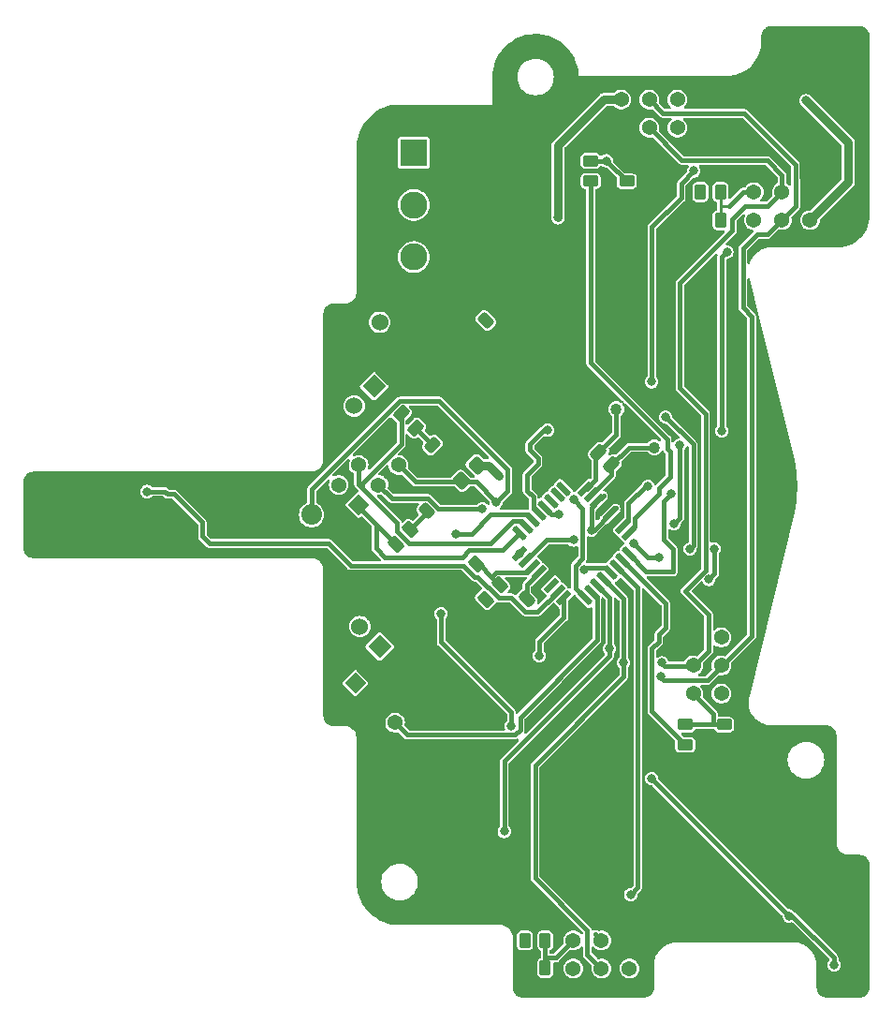
<source format=gtl>
G04 #@! TF.GenerationSoftware,KiCad,Pcbnew,8.0.1*
G04 #@! TF.CreationDate,2024-06-04T09:08:57+02:00*
G04 #@! TF.ProjectId,minisumo_pcb,6d696e69-7375-46d6-9f5f-7063622e6b69,rev?*
G04 #@! TF.SameCoordinates,Original*
G04 #@! TF.FileFunction,Copper,L1,Top*
G04 #@! TF.FilePolarity,Positive*
%FSLAX46Y46*%
G04 Gerber Fmt 4.6, Leading zero omitted, Abs format (unit mm)*
G04 Created by KiCad (PCBNEW 8.0.1) date 2024-06-04 09:08:57*
%MOMM*%
%LPD*%
G01*
G04 APERTURE LIST*
G04 Aperture macros list*
%AMRoundRect*
0 Rectangle with rounded corners*
0 $1 Rounding radius*
0 $2 $3 $4 $5 $6 $7 $8 $9 X,Y pos of 4 corners*
0 Add a 4 corners polygon primitive as box body*
4,1,4,$2,$3,$4,$5,$6,$7,$8,$9,$2,$3,0*
0 Add four circle primitives for the rounded corners*
1,1,$1+$1,$2,$3*
1,1,$1+$1,$4,$5*
1,1,$1+$1,$6,$7*
1,1,$1+$1,$8,$9*
0 Add four rect primitives between the rounded corners*
20,1,$1+$1,$2,$3,$4,$5,0*
20,1,$1+$1,$4,$5,$6,$7,0*
20,1,$1+$1,$6,$7,$8,$9,0*
20,1,$1+$1,$8,$9,$2,$3,0*%
%AMRotRect*
0 Rectangle, with rotation*
0 The origin of the aperture is its center*
0 $1 length*
0 $2 width*
0 $3 Rotation angle, in degrees counterclockwise*
0 Add horizontal line*
21,1,$1,$2,0,0,$3*%
G04 Aperture macros list end*
G04 #@! TA.AperFunction,ComponentPad*
%ADD10R,1.370000X1.370000*%
G04 #@! TD*
G04 #@! TA.AperFunction,ComponentPad*
%ADD11C,1.370000*%
G04 #@! TD*
G04 #@! TA.AperFunction,SMDPad,CuDef*
%ADD12RoundRect,0.243750X-0.150260X0.494975X-0.494975X0.150260X0.150260X-0.494975X0.494975X-0.150260X0*%
G04 #@! TD*
G04 #@! TA.AperFunction,SMDPad,CuDef*
%ADD13RoundRect,0.250000X-0.450000X0.262500X-0.450000X-0.262500X0.450000X-0.262500X0.450000X0.262500X0*%
G04 #@! TD*
G04 #@! TA.AperFunction,SMDPad,CuDef*
%ADD14RoundRect,0.250000X0.450000X-0.262500X0.450000X0.262500X-0.450000X0.262500X-0.450000X-0.262500X0*%
G04 #@! TD*
G04 #@! TA.AperFunction,SMDPad,CuDef*
%ADD15RoundRect,0.250000X0.262500X0.450000X-0.262500X0.450000X-0.262500X-0.450000X0.262500X-0.450000X0*%
G04 #@! TD*
G04 #@! TA.AperFunction,ComponentPad*
%ADD16RotRect,1.530000X1.530000X315.000000*%
G04 #@! TD*
G04 #@! TA.AperFunction,ComponentPad*
%ADD17C,1.530000*%
G04 #@! TD*
G04 #@! TA.AperFunction,ComponentPad*
%ADD18R,2.450000X2.450000*%
G04 #@! TD*
G04 #@! TA.AperFunction,ComponentPad*
%ADD19C,2.450000*%
G04 #@! TD*
G04 #@! TA.AperFunction,SMDPad,CuDef*
%ADD20RoundRect,0.250000X0.132583X-0.503814X0.503814X-0.132583X-0.132583X0.503814X-0.503814X0.132583X0*%
G04 #@! TD*
G04 #@! TA.AperFunction,ComponentPad*
%ADD21RotRect,1.370000X1.370000X135.000000*%
G04 #@! TD*
G04 #@! TA.AperFunction,SMDPad,CuDef*
%ADD22RoundRect,0.038500X0.325269X0.659731X-0.659731X-0.325269X-0.325269X-0.659731X0.659731X0.325269X0*%
G04 #@! TD*
G04 #@! TA.AperFunction,SMDPad,CuDef*
%ADD23RoundRect,0.099000X-0.325269X0.574171X-0.574171X0.325269X0.325269X-0.574171X0.574171X-0.325269X0*%
G04 #@! TD*
G04 #@! TA.AperFunction,ComponentPad*
%ADD24C,1.030000*%
G04 #@! TD*
G04 #@! TA.AperFunction,SMDPad,CuDef*
%ADD25RoundRect,0.243750X0.494975X0.150260X0.150260X0.494975X-0.494975X-0.150260X-0.150260X-0.494975X0*%
G04 #@! TD*
G04 #@! TA.AperFunction,SMDPad,CuDef*
%ADD26RoundRect,0.250000X0.070711X-0.565685X0.565685X-0.070711X-0.070711X0.565685X-0.565685X0.070711X0*%
G04 #@! TD*
G04 #@! TA.AperFunction,SMDPad,CuDef*
%ADD27RoundRect,0.250000X-0.159099X0.512652X-0.512652X0.159099X0.159099X-0.512652X0.512652X-0.159099X0*%
G04 #@! TD*
G04 #@! TA.AperFunction,SMDPad,CuDef*
%ADD28RoundRect,0.250000X-0.132583X0.503814X-0.503814X0.132583X0.132583X-0.503814X0.503814X-0.132583X0*%
G04 #@! TD*
G04 #@! TA.AperFunction,SMDPad,CuDef*
%ADD29RoundRect,0.250000X-0.262500X-0.450000X0.262500X-0.450000X0.262500X0.450000X-0.262500X0.450000X0*%
G04 #@! TD*
G04 #@! TA.AperFunction,SMDPad,CuDef*
%ADD30RoundRect,0.243750X0.150260X-0.494975X0.494975X-0.150260X-0.150260X0.494975X-0.494975X0.150260X0*%
G04 #@! TD*
G04 #@! TA.AperFunction,ComponentPad*
%ADD31RotRect,1.370000X1.370000X45.000000*%
G04 #@! TD*
G04 #@! TA.AperFunction,ComponentPad*
%ADD32RotRect,1.530000X1.530000X225.000000*%
G04 #@! TD*
G04 #@! TA.AperFunction,SMDPad,CuDef*
%ADD33RoundRect,0.250000X-0.503814X-0.132583X-0.132583X-0.503814X0.503814X0.132583X0.132583X0.503814X0*%
G04 #@! TD*
G04 #@! TA.AperFunction,SMDPad,CuDef*
%ADD34RoundRect,0.250000X0.512652X0.159099X0.159099X0.512652X-0.512652X-0.159099X-0.159099X-0.512652X0*%
G04 #@! TD*
G04 #@! TA.AperFunction,ComponentPad*
%ADD35C,1.875000*%
G04 #@! TD*
G04 #@! TA.AperFunction,SMDPad,CuDef*
%ADD36RoundRect,0.250000X-0.512652X-0.159099X-0.159099X-0.512652X0.512652X0.159099X0.159099X0.512652X0*%
G04 #@! TD*
G04 #@! TA.AperFunction,ComponentPad*
%ADD37RotRect,1.530000X1.530000X45.000000*%
G04 #@! TD*
G04 #@! TA.AperFunction,ViaPad*
%ADD38C,0.800000*%
G04 #@! TD*
G04 #@! TA.AperFunction,ViaPad*
%ADD39C,0.600000*%
G04 #@! TD*
G04 #@! TA.AperFunction,Conductor*
%ADD40C,0.431800*%
G04 #@! TD*
G04 #@! TA.AperFunction,Conductor*
%ADD41C,0.381000*%
G04 #@! TD*
G04 #@! TA.AperFunction,Conductor*
%ADD42C,0.762000*%
G04 #@! TD*
G04 #@! TA.AperFunction,Conductor*
%ADD43C,0.250000*%
G04 #@! TD*
G04 APERTURE END LIST*
D10*
X139014200Y-113284000D03*
D11*
X141554200Y-113284000D03*
X139014200Y-115824000D03*
X141554200Y-115824000D03*
X139014200Y-118363999D03*
X141554200Y-118364000D03*
D12*
X116247535Y-100530303D03*
X114921709Y-101856129D03*
D13*
X133002178Y-70217177D03*
X133002178Y-72042177D03*
D14*
X141815001Y-122982500D03*
X141815001Y-121157500D03*
D15*
X141482498Y-73025000D03*
X139657498Y-73025000D03*
D16*
X110645561Y-114091242D03*
D17*
X108849509Y-112295190D03*
D18*
X113747535Y-69493216D03*
D19*
X113747535Y-74193216D03*
X113747535Y-78893216D03*
D20*
X112102300Y-104838451D03*
X113392770Y-103547981D03*
D13*
X138285000Y-121157500D03*
X138285000Y-122982500D03*
D21*
X108451484Y-117397165D03*
D11*
X110247535Y-119193216D03*
X112043586Y-120989267D03*
D22*
X133198534Y-103806264D03*
X132632849Y-103240578D03*
X132067163Y-102674893D03*
X131501478Y-102109207D03*
X130935793Y-101543522D03*
X130370107Y-100977837D03*
X129804422Y-100412151D03*
X129238736Y-99846466D03*
D23*
X127301264Y-99846466D03*
X126735578Y-100412151D03*
X126169893Y-100977837D03*
X125604207Y-101543522D03*
X125038522Y-102109207D03*
X124472837Y-102674893D03*
X123907151Y-103240578D03*
X123341466Y-103806264D03*
D22*
X123341466Y-105743736D03*
X123907151Y-106309422D03*
X124472837Y-106875107D03*
X125038522Y-107440793D03*
X125604207Y-108006478D03*
X126169893Y-108572163D03*
X126735578Y-109137849D03*
X127301264Y-109703534D03*
D23*
X129238736Y-109703534D03*
X129804422Y-109137849D03*
X130370107Y-108572163D03*
X130935793Y-108006478D03*
X131501478Y-107440793D03*
X132067163Y-106875107D03*
X132632849Y-106309422D03*
X133198534Y-105743736D03*
D13*
X129742582Y-70197823D03*
X129742582Y-72022823D03*
D24*
X135495341Y-96100341D03*
X132044659Y-92649659D03*
D10*
X132497500Y-67213216D03*
D11*
X132497500Y-64673216D03*
X135037500Y-67213216D03*
X135037500Y-64673216D03*
X137577500Y-67213216D03*
X137577500Y-64673216D03*
D25*
X116747535Y-97193216D03*
X115421709Y-95867390D03*
D26*
X118037893Y-99132107D03*
X119452107Y-97717893D03*
D27*
X123941750Y-109803250D03*
X122598248Y-111146752D03*
D28*
X121525045Y-108533398D03*
X120234575Y-109823868D03*
D29*
X139656195Y-75565000D03*
X141481195Y-75565000D03*
D30*
X118937087Y-85962913D03*
X120262913Y-84637087D03*
D29*
X123795035Y-143153216D03*
X125620035Y-143153216D03*
D31*
X108747535Y-101285318D03*
D11*
X106951484Y-99489267D03*
X110543586Y-99489267D03*
X108747535Y-97693216D03*
X112339637Y-97693216D03*
X110543586Y-95897164D03*
D20*
X118099765Y-107960235D03*
X119390235Y-106669765D03*
D32*
X108849509Y-86591242D03*
D17*
X110645561Y-84795190D03*
D10*
X133247535Y-140653216D03*
D11*
X133247535Y-143193216D03*
X130707535Y-140653216D03*
X130707535Y-143193216D03*
X128167535Y-140653216D03*
X128167535Y-143193216D03*
D10*
X149572500Y-73025000D03*
D11*
X149572500Y-75565000D03*
X147032500Y-73025000D03*
X147032500Y-75565000D03*
X144492501Y-73025000D03*
X144492500Y-75565000D03*
D33*
X112602300Y-93047981D03*
X113892770Y-94338451D03*
D34*
X130441751Y-96546751D03*
X129098249Y-95203249D03*
D35*
X97997535Y-102193216D03*
X104497535Y-102193216D03*
D15*
X125620035Y-140653216D03*
X123795035Y-140653216D03*
D36*
X131598249Y-97703249D03*
X132941751Y-99046751D03*
D37*
X110145561Y-90565190D03*
D17*
X108349509Y-92361242D03*
D38*
X126085600Y-105308400D03*
X130846751Y-104913351D03*
X129797100Y-103569849D03*
X128216100Y-104470200D03*
X120262913Y-84637087D03*
D39*
X148945000Y-69610000D03*
X113945000Y-90610000D03*
X107945000Y-119610000D03*
X109945000Y-67610000D03*
X110945000Y-71610000D03*
X144945000Y-137610000D03*
X124945000Y-88610000D03*
X137945000Y-136610000D03*
X115945000Y-129610000D03*
X132945000Y-122610000D03*
X111945000Y-126610000D03*
X145945000Y-107610000D03*
X107945000Y-120610000D03*
X109945000Y-127610000D03*
X119945000Y-77610000D03*
X116945000Y-86610000D03*
X143945000Y-136610000D03*
X110945000Y-67610000D03*
X111945000Y-108610000D03*
X117945000Y-71610000D03*
X109945000Y-133610000D03*
X114945000Y-136610000D03*
X130945000Y-144610000D03*
X118945000Y-134610000D03*
X108945000Y-110610000D03*
X140945000Y-138610000D03*
X134945000Y-72610000D03*
X142945000Y-97610000D03*
X143945000Y-121610000D03*
X121945000Y-72610000D03*
X96945000Y-99610000D03*
X121945000Y-117610000D03*
X139945000Y-68610000D03*
X120945000Y-135610000D03*
X136945000Y-76610000D03*
X107945000Y-94610000D03*
X113945000Y-109610000D03*
X146945000Y-134610000D03*
X112945000Y-71610000D03*
X143945000Y-123610000D03*
X100945000Y-100610000D03*
X79945000Y-104610000D03*
X146945000Y-101610000D03*
X113945000Y-128610000D03*
X113945000Y-125610000D03*
X122945000Y-69610000D03*
X123945000Y-93610000D03*
X122945000Y-126610000D03*
X116945000Y-127610000D03*
X121945000Y-138610000D03*
X115945000Y-120610000D03*
X143945000Y-130610000D03*
X122945000Y-95610000D03*
X125945000Y-133610000D03*
X92945000Y-99610000D03*
X147945000Y-128610000D03*
X115945000Y-127610000D03*
X126945000Y-63610000D03*
X127945000Y-85610000D03*
X110945000Y-124610000D03*
X106945000Y-119610000D03*
X116945000Y-90610000D03*
X106945000Y-87610000D03*
X120945000Y-132610000D03*
X115945000Y-128610000D03*
X109945000Y-123610000D03*
X123945000Y-68610000D03*
X148945000Y-131610000D03*
X120945000Y-134610000D03*
X128945000Y-111610000D03*
X120945000Y-90610000D03*
X139945000Y-136610000D03*
X110945000Y-73610000D03*
X109945000Y-70610000D03*
X136945000Y-72610000D03*
X117945000Y-120610000D03*
X152945000Y-66610000D03*
X145945000Y-128610000D03*
X115945000Y-125610000D03*
X143945000Y-132610000D03*
X122945000Y-60610000D03*
X116945000Y-118610000D03*
X111945000Y-116610000D03*
X146945000Y-132610000D03*
X119945000Y-79610000D03*
X122945000Y-66610000D03*
X124945000Y-70610000D03*
X145945000Y-125610000D03*
X117945000Y-128610000D03*
X150945000Y-130610000D03*
X147945000Y-134610000D03*
X124945000Y-80610000D03*
X139979400Y-67614800D03*
D38*
X134929823Y-132455977D03*
D39*
X107945000Y-109610000D03*
X116945000Y-109610000D03*
X117945000Y-135610000D03*
X121945000Y-137610000D03*
X128945000Y-63610000D03*
X123945000Y-67610000D03*
X153945000Y-141610000D03*
X120945000Y-133610000D03*
X142945000Y-94610000D03*
X109945000Y-130610000D03*
D38*
X137795000Y-125730000D03*
D39*
X141945000Y-97610000D03*
X115945000Y-133610000D03*
X149945000Y-135610000D03*
X113945000Y-126610000D03*
X110945000Y-128610000D03*
X141945000Y-71610000D03*
X116945000Y-70610000D03*
X126945000Y-143610000D03*
X140945000Y-137610000D03*
X117945000Y-113610000D03*
X109945000Y-126610000D03*
X123945000Y-81610000D03*
X126945000Y-144610000D03*
X148945000Y-136610000D03*
X120945000Y-136610000D03*
D38*
X123190000Y-100965000D03*
D39*
X130945000Y-66610000D03*
X119945000Y-133610000D03*
X145945000Y-91610000D03*
X150945000Y-134610000D03*
X110945000Y-108610000D03*
X143945000Y-129610000D03*
X142945000Y-112610000D03*
X112945000Y-132610000D03*
X115945000Y-90610000D03*
X109945000Y-134610000D03*
X113945000Y-108610000D03*
X112945000Y-67610000D03*
X130945000Y-86610000D03*
X113945000Y-129610000D03*
X113945000Y-117610000D03*
X111945000Y-79610000D03*
X111945000Y-124610000D03*
X139945000Y-84610000D03*
X120945000Y-124610000D03*
X130945000Y-75610000D03*
X130945000Y-87610000D03*
X145945000Y-126610000D03*
X150945000Y-68610000D03*
X119945000Y-114610000D03*
X115945000Y-94610000D03*
X108945000Y-84610000D03*
X153945000Y-66610000D03*
X98945000Y-100610000D03*
X145945000Y-132610000D03*
X107945000Y-84610000D03*
X99945000Y-99610000D03*
X116945000Y-87610000D03*
X121945000Y-70610000D03*
X141945000Y-130610000D03*
X118945000Y-132610000D03*
X113945000Y-118610000D03*
X110945000Y-125610000D03*
X109945000Y-75610000D03*
X136945000Y-135610000D03*
X140945000Y-101610000D03*
X114945000Y-133610000D03*
X112945000Y-123610000D03*
X111945000Y-67610000D03*
X152945000Y-144610000D03*
X105945000Y-100610000D03*
X150945000Y-144610000D03*
X111945000Y-128610000D03*
X149945000Y-132610000D03*
X117945000Y-77610000D03*
X142945000Y-110610000D03*
X124945000Y-65610000D03*
X130945000Y-68610000D03*
X117945000Y-119610000D03*
X111945000Y-81610000D03*
X109945000Y-69610000D03*
X129945000Y-137610000D03*
X102945000Y-101610000D03*
X95945000Y-102610000D03*
X143945000Y-71610000D03*
X121945000Y-66610000D03*
X130945000Y-72610000D03*
X114945000Y-119610000D03*
X152945000Y-75610000D03*
X130945000Y-76610000D03*
X115945000Y-76610000D03*
X130945000Y-137610000D03*
X114945000Y-129610000D03*
X110945000Y-127610000D03*
X131945000Y-135610000D03*
X147945000Y-136610000D03*
X119945000Y-87610000D03*
X123945000Y-88610000D03*
D38*
X135245981Y-129933227D03*
D39*
X113945000Y-87610000D03*
X146945000Y-133610000D03*
X139945000Y-81610000D03*
X145945000Y-63610000D03*
X119945000Y-134610000D03*
X151945000Y-70610000D03*
X112945000Y-107610000D03*
X100945000Y-102610000D03*
X139945000Y-82610000D03*
D38*
X129707394Y-130135127D03*
D39*
X94945000Y-99610000D03*
X109945000Y-121610000D03*
X117945000Y-90610000D03*
X113945000Y-127610000D03*
X115945000Y-93610000D03*
X116945000Y-133610000D03*
X146945000Y-128610000D03*
X118945000Y-84610000D03*
X122945000Y-125610000D03*
X145945000Y-97610000D03*
X119945000Y-132610000D03*
X139945000Y-87610000D03*
X113945000Y-137610000D03*
X112945000Y-129610000D03*
X107945000Y-110610000D03*
X118945000Y-131610000D03*
X85945000Y-104610000D03*
X121945000Y-68610000D03*
X149945000Y-61610000D03*
X145945000Y-106610000D03*
X153945000Y-75610000D03*
X109945000Y-68610000D03*
X123945000Y-138610000D03*
X146945000Y-122610000D03*
X146945000Y-95610000D03*
X133945000Y-75610000D03*
X123945000Y-70610000D03*
X109945000Y-107610000D03*
X115945000Y-118610000D03*
X132945000Y-144610000D03*
X90945000Y-101610000D03*
X115945000Y-117610000D03*
X145945000Y-131610000D03*
X118945000Y-133610000D03*
X82945000Y-104610000D03*
X133945000Y-144610000D03*
X124945000Y-87610000D03*
X108945000Y-114610000D03*
X121945000Y-61610000D03*
X120945000Y-69610000D03*
X114945000Y-97610000D03*
X111945000Y-131610000D03*
X125945000Y-91610000D03*
X139945000Y-135610000D03*
X135945000Y-122610000D03*
X149945000Y-60610000D03*
X115945000Y-79610000D03*
X110945000Y-74610000D03*
X141945000Y-134610000D03*
X146945000Y-123610000D03*
X127945000Y-83610000D03*
X117945000Y-127610000D03*
X114945000Y-76610000D03*
X138945000Y-133610000D03*
X115945000Y-135610000D03*
X135945000Y-140610000D03*
X146945000Y-99610000D03*
X144945000Y-68610000D03*
X118945000Y-137610000D03*
X97945000Y-100610000D03*
X138945000Y-68610000D03*
X143945000Y-124610000D03*
X106945000Y-84610000D03*
X140945000Y-135610000D03*
X116945000Y-84610000D03*
X151945000Y-134610000D03*
X81945000Y-104610000D03*
X153945000Y-72610000D03*
X149945000Y-69610000D03*
X130945000Y-79610000D03*
X125945000Y-87610000D03*
X146945000Y-100610000D03*
X132945000Y-121610000D03*
X114945000Y-90610000D03*
X122945000Y-133610000D03*
X107945000Y-88610000D03*
X122945000Y-71610000D03*
X144945000Y-125610000D03*
X153945000Y-62610000D03*
X111945000Y-122610000D03*
X150945000Y-127610000D03*
X79945000Y-99610000D03*
X143945000Y-115610000D03*
X117945000Y-95610000D03*
X116945000Y-128610000D03*
X122945000Y-108610000D03*
X116945000Y-95610000D03*
X114945000Y-66610000D03*
X139945000Y-134610000D03*
X141945000Y-124610000D03*
X122945000Y-78610000D03*
X145945000Y-104610000D03*
X121945000Y-95610000D03*
X143945000Y-125610000D03*
X115945000Y-70610000D03*
X141945000Y-127610000D03*
X110945000Y-107610000D03*
X145945000Y-129610000D03*
X122945000Y-117610000D03*
X130945000Y-138610000D03*
X153945000Y-74610000D03*
X125945000Y-65610000D03*
X116945000Y-79610000D03*
X144945000Y-131610000D03*
X122945000Y-76610000D03*
X99945000Y-101610000D03*
X121945000Y-136610000D03*
X111945000Y-125610000D03*
X114945000Y-86610000D03*
X121945000Y-78610000D03*
X122945000Y-84610000D03*
X145945000Y-102610000D03*
X126945000Y-66610000D03*
X116945000Y-135610000D03*
X116945000Y-77610000D03*
D38*
X116747535Y-97193216D03*
D39*
X113945000Y-81610000D03*
X128945000Y-80610000D03*
X115945000Y-80610000D03*
X121945000Y-63610000D03*
X148945000Y-127610000D03*
X132945000Y-94610000D03*
X130945000Y-77610000D03*
X119945000Y-130610000D03*
X116945000Y-108610000D03*
X121945000Y-94610000D03*
X126945000Y-65610000D03*
X133945000Y-68610000D03*
X148945000Y-129610000D03*
X144945000Y-123610000D03*
X130945000Y-136610000D03*
X108945000Y-105610000D03*
X115945000Y-85610000D03*
X126945000Y-64610000D03*
X115945000Y-77610000D03*
X134945000Y-68610000D03*
X113945000Y-131610000D03*
X150945000Y-132610000D03*
X109945000Y-125610000D03*
X145945000Y-103610000D03*
X140335000Y-64516000D03*
X145945000Y-96610000D03*
X145945000Y-60610000D03*
X122945000Y-138610000D03*
X143945000Y-131610000D03*
X109945000Y-128610000D03*
X114945000Y-81610000D03*
X95945000Y-100610000D03*
X111945000Y-107610000D03*
X153945000Y-140610000D03*
X120945000Y-66610000D03*
X112945000Y-126610000D03*
X138945000Y-135610000D03*
X118945000Y-87610000D03*
X111945000Y-82610000D03*
X114945000Y-124610000D03*
X110945000Y-109610000D03*
X120945000Y-71610000D03*
X150945000Y-71610000D03*
X114945000Y-116610000D03*
X111945000Y-109610000D03*
X108945000Y-108610000D03*
X140945000Y-99610000D03*
X111945000Y-80610000D03*
X113945000Y-66610000D03*
X118945000Y-135610000D03*
X145945000Y-98610000D03*
X138945000Y-111610000D03*
X146945000Y-103610000D03*
X124945000Y-92610000D03*
X110945000Y-130610000D03*
X113945000Y-116610000D03*
X150945000Y-129610000D03*
X128945000Y-144610000D03*
X110945000Y-137610000D03*
D38*
X128270000Y-116840000D03*
D39*
X141945000Y-125610000D03*
X124945000Y-81610000D03*
X97945000Y-99610000D03*
X153945000Y-68610000D03*
X153945000Y-134610000D03*
X110945000Y-129610000D03*
X140945000Y-98610000D03*
D38*
X126977639Y-131479720D03*
D39*
X114945000Y-125610000D03*
D38*
X135255000Y-111125000D03*
D39*
X147945000Y-76610000D03*
X143945000Y-127610000D03*
X137945000Y-106610000D03*
X130945000Y-78610000D03*
X112945000Y-115610000D03*
X112945000Y-108610000D03*
X146945000Y-63610000D03*
X142945000Y-96610000D03*
X141945000Y-98610000D03*
X119945000Y-93610000D03*
X119945000Y-82610000D03*
X130945000Y-71610000D03*
X119945000Y-136610000D03*
X114945000Y-135610000D03*
X114945000Y-128610000D03*
X125945000Y-92610000D03*
X114945000Y-126610000D03*
X147945000Y-133610000D03*
X139945000Y-137610000D03*
X145945000Y-105610000D03*
X127945000Y-84610000D03*
X120945000Y-78610000D03*
X136945000Y-71610000D03*
X116945000Y-66610000D03*
X116945000Y-120610000D03*
X124945000Y-82610000D03*
X146945000Y-102610000D03*
X117945000Y-133610000D03*
X141945000Y-100610000D03*
X148945000Y-68610000D03*
X141945000Y-136610000D03*
X114945000Y-137610000D03*
X111945000Y-70610000D03*
X130945000Y-67610000D03*
X112945000Y-124610000D03*
X122945000Y-72610000D03*
X110945000Y-123610000D03*
X110945000Y-68610000D03*
X113945000Y-130610000D03*
X142945000Y-98610000D03*
X141945000Y-129610000D03*
X109945000Y-110610000D03*
X102945000Y-99610000D03*
X116945000Y-134610000D03*
X149945000Y-126610000D03*
X116945000Y-72610000D03*
X119945000Y-135610000D03*
X122945000Y-64610000D03*
X131945000Y-75610000D03*
X110945000Y-110610000D03*
X134945000Y-92610000D03*
X123945000Y-89610000D03*
X147945000Y-129610000D03*
X109945000Y-71610000D03*
X142945000Y-100610000D03*
X144945000Y-129610000D03*
D38*
X141605000Y-67310000D03*
D39*
X110945000Y-66610000D03*
X150945000Y-133610000D03*
X117945000Y-87610000D03*
X149945000Y-130610000D03*
X117945000Y-132610000D03*
X121945000Y-62610000D03*
X144907000Y-62611000D03*
X149945000Y-70610000D03*
X86945000Y-101610000D03*
X118945000Y-128610000D03*
X143945000Y-138610000D03*
X123945000Y-83610000D03*
X111945000Y-110610000D03*
X115945000Y-75610000D03*
X106945000Y-86610000D03*
X113945000Y-123610000D03*
X138945000Y-134610000D03*
X138945000Y-81610000D03*
X120945000Y-94610000D03*
X149945000Y-127610000D03*
X123945000Y-94610000D03*
X141945000Y-135610000D03*
X125945000Y-85610000D03*
X139945000Y-138610000D03*
X144932400Y-63627000D03*
X114945000Y-87610000D03*
X115945000Y-73610000D03*
X124945000Y-86610000D03*
X147945000Y-68610000D03*
X115945000Y-130610000D03*
X120945000Y-93610000D03*
X111945000Y-129610000D03*
X131945000Y-144610000D03*
X153945000Y-67610000D03*
X102945000Y-100610000D03*
X110945000Y-132610000D03*
X139945000Y-86610000D03*
X120945000Y-79610000D03*
X96945000Y-100610000D03*
X113945000Y-76610000D03*
X144945000Y-130610000D03*
X109945000Y-129610000D03*
X145945000Y-59610000D03*
X144945000Y-126610000D03*
X107945000Y-107610000D03*
X150945000Y-128610000D03*
X117945000Y-79610000D03*
X126945000Y-134610000D03*
X126945000Y-80610000D03*
X129945000Y-144610000D03*
X143945000Y-137610000D03*
X106945000Y-89610000D03*
X146945000Y-126610000D03*
X146945000Y-129610000D03*
X126945000Y-128610000D03*
X117945000Y-130610000D03*
X145945000Y-93610000D03*
X135945000Y-139610000D03*
X112945000Y-83610000D03*
X122945000Y-94610000D03*
X149945000Y-131610000D03*
X95945000Y-101610000D03*
X112945000Y-109610000D03*
X107945000Y-102610000D03*
X112945000Y-125610000D03*
X116945000Y-132610000D03*
X115945000Y-132610000D03*
X121945000Y-89610000D03*
X113945000Y-97610000D03*
X145945000Y-123610000D03*
X127945000Y-112610000D03*
X130945000Y-63610000D03*
X91945000Y-102610000D03*
X145945000Y-122610000D03*
X138945000Y-82610000D03*
X106945000Y-118610000D03*
X110945000Y-126610000D03*
X112945000Y-81610000D03*
X140945000Y-136610000D03*
X114945000Y-72610000D03*
X122945000Y-83610000D03*
X121945000Y-64610000D03*
X148945000Y-130610000D03*
X146945000Y-130610000D03*
X116945000Y-136610000D03*
X107945000Y-114610000D03*
X127945000Y-65610000D03*
X116945000Y-69610000D03*
X123945000Y-65610000D03*
X113945000Y-115610000D03*
X112945000Y-82610000D03*
X127945000Y-62610000D03*
X146945000Y-135610000D03*
X131945000Y-142610000D03*
X135945000Y-72610000D03*
X116945000Y-119610000D03*
X122945000Y-65610000D03*
X123945000Y-71610000D03*
X111945000Y-68610000D03*
X138945000Y-137610000D03*
X116945000Y-137610000D03*
X109945000Y-108610000D03*
X115945000Y-134610000D03*
X114945000Y-118610000D03*
X110945000Y-70610000D03*
X80945000Y-104610000D03*
X124945000Y-144610000D03*
X142945000Y-108610000D03*
X153945000Y-70610000D03*
X112945000Y-130610000D03*
X152945000Y-74610000D03*
X136945000Y-70610000D03*
X102945000Y-102610000D03*
X108945000Y-83610000D03*
X116945000Y-131610000D03*
X91945000Y-101610000D03*
X118945000Y-79610000D03*
X115945000Y-126610000D03*
X131945000Y-143610000D03*
X109945000Y-122610000D03*
X117945000Y-70610000D03*
X151945000Y-76610000D03*
X126945000Y-61610000D03*
X106945000Y-88610000D03*
X124945000Y-72610000D03*
X112945000Y-110610000D03*
X118945000Y-90610000D03*
X144945000Y-138610000D03*
X141945000Y-101610000D03*
X122945000Y-90610000D03*
X113945000Y-110610000D03*
X107945000Y-108610000D03*
X142945000Y-99610000D03*
X111945000Y-69610000D03*
X116945000Y-71610000D03*
X119945000Y-115610000D03*
X112945000Y-66610000D03*
X99945000Y-100610000D03*
X112945000Y-117610000D03*
X144945000Y-124610000D03*
X149945000Y-134610000D03*
X150945000Y-70610000D03*
X125945000Y-80610000D03*
X127945000Y-144610000D03*
X115945000Y-86610000D03*
X120945000Y-116610000D03*
X101945000Y-101610000D03*
X144945000Y-71610000D03*
X121945000Y-116610000D03*
X142945000Y-111610000D03*
X140004800Y-66725800D03*
X117945000Y-72610000D03*
X119945000Y-124610000D03*
X109945000Y-109610000D03*
X148945000Y-132610000D03*
X149945000Y-67610000D03*
X99945000Y-102610000D03*
X90945000Y-102610000D03*
X142945000Y-95610000D03*
X109945000Y-120610000D03*
X142945000Y-71610000D03*
X132945000Y-68610000D03*
X142945000Y-109610000D03*
X115945000Y-72610000D03*
X151945000Y-75610000D03*
X145945000Y-133610000D03*
X101945000Y-99610000D03*
X145945000Y-94610000D03*
X126945000Y-86610000D03*
X147945000Y-135610000D03*
X111945000Y-72610000D03*
X153945000Y-69610000D03*
X119945000Y-78610000D03*
X117945000Y-134610000D03*
X112945000Y-131610000D03*
X115945000Y-136610000D03*
X120945000Y-137610000D03*
X119945000Y-137610000D03*
X146945000Y-98610000D03*
X145945000Y-124610000D03*
X128945000Y-112610000D03*
X127945000Y-72610000D03*
X117945000Y-83610000D03*
X148945000Y-70610000D03*
X116945000Y-130610000D03*
X114945000Y-117610000D03*
X128945000Y-84610000D03*
X142945000Y-85610000D03*
X145945000Y-61610000D03*
X144945000Y-127610000D03*
X144945000Y-122610000D03*
X145945000Y-134610000D03*
X149945000Y-128610000D03*
X117945000Y-109610000D03*
X109945000Y-74610000D03*
X118945000Y-78610000D03*
X126945000Y-60610000D03*
X101945000Y-102610000D03*
X123945000Y-72610000D03*
X116945000Y-94610000D03*
X118945000Y-83610000D03*
X143945000Y-128610000D03*
X122945000Y-118610000D03*
X112945000Y-90610000D03*
X127945000Y-71610000D03*
X82945000Y-103610000D03*
X95945000Y-99610000D03*
X149945000Y-62610000D03*
X113945000Y-107610000D03*
X117945000Y-69610000D03*
X117945000Y-66610000D03*
X114945000Y-134610000D03*
X121945000Y-77610000D03*
X136945000Y-81610000D03*
X147945000Y-130610000D03*
X119945000Y-129610000D03*
X108945000Y-109610000D03*
X145945000Y-95610000D03*
X121945000Y-90610000D03*
X118945000Y-82610000D03*
X152945000Y-134610000D03*
X143945000Y-126610000D03*
X124945000Y-66610000D03*
X115945000Y-78610000D03*
X142945000Y-84610000D03*
X153945000Y-73610000D03*
X111945000Y-84610000D03*
X120945000Y-125610000D03*
X112945000Y-116610000D03*
X139945000Y-85610000D03*
X151945000Y-144610000D03*
X140945000Y-133610000D03*
X122945000Y-127610000D03*
X132945000Y-138610000D03*
D38*
X113030000Y-101600000D03*
D39*
X152945000Y-76610000D03*
X147945000Y-126610000D03*
X128945000Y-64610000D03*
X118945000Y-77610000D03*
X83945000Y-104610000D03*
X113945000Y-132610000D03*
X114945000Y-132610000D03*
X126945000Y-84610000D03*
X147945000Y-127610000D03*
X122945000Y-88610000D03*
X114945000Y-131610000D03*
X119945000Y-123610000D03*
X150945000Y-76610000D03*
X148945000Y-128610000D03*
X93945000Y-99610000D03*
X113945000Y-82610000D03*
X125945000Y-81610000D03*
X119945000Y-66610000D03*
X114945000Y-80610000D03*
X118945000Y-129610000D03*
X142945000Y-86610000D03*
X141945000Y-119610000D03*
X128945000Y-83610000D03*
X140945000Y-68610000D03*
X115945000Y-66610000D03*
X113945000Y-96610000D03*
X144945000Y-128610000D03*
X146945000Y-127610000D03*
X116945000Y-78610000D03*
X118945000Y-136610000D03*
X100945000Y-99610000D03*
X135945000Y-71610000D03*
X111945000Y-71610000D03*
X121945000Y-85610000D03*
X149945000Y-68610000D03*
X87945000Y-101610000D03*
X120945000Y-72610000D03*
X121945000Y-65610000D03*
X124945000Y-71610000D03*
X146945000Y-97610000D03*
X145945000Y-99610000D03*
X143945000Y-122610000D03*
X142945000Y-93610000D03*
X118945000Y-123610000D03*
X117945000Y-78610000D03*
X131945000Y-68610000D03*
X110945000Y-69610000D03*
X140945000Y-100610000D03*
X106945000Y-85610000D03*
X120945000Y-123610000D03*
X114945000Y-127610000D03*
X122945000Y-70610000D03*
X115945000Y-137610000D03*
X111945000Y-115610000D03*
X150945000Y-126610000D03*
X123945000Y-59610000D03*
X129945000Y-67610000D03*
X123945000Y-66610000D03*
X131945000Y-76610000D03*
X139445000Y-64510000D03*
X132945000Y-76610000D03*
X138945000Y-83610000D03*
X127945000Y-80610000D03*
X92945000Y-102610000D03*
X122945000Y-93610000D03*
X144945000Y-132610000D03*
X116945000Y-129610000D03*
X115945000Y-69610000D03*
X109945000Y-115610000D03*
X108945000Y-113610000D03*
X148945000Y-134610000D03*
X146945000Y-125610000D03*
X121945000Y-71610000D03*
X112945000Y-128610000D03*
X145945000Y-100610000D03*
X111945000Y-83610000D03*
X119945000Y-131610000D03*
X111945000Y-123610000D03*
X144945000Y-133610000D03*
X145945000Y-92610000D03*
X120945000Y-86610000D03*
X151945000Y-133610000D03*
X115945000Y-131610000D03*
X110945000Y-131610000D03*
X141945000Y-126610000D03*
X117945000Y-131610000D03*
X117945000Y-137610000D03*
X152945000Y-140610000D03*
X122945000Y-77610000D03*
X94945000Y-101610000D03*
X122945000Y-137610000D03*
X117945000Y-129610000D03*
X153945000Y-71610000D03*
X109945000Y-124610000D03*
X149945000Y-129610000D03*
X137945000Y-135610000D03*
X84945000Y-104610000D03*
X150945000Y-69610000D03*
X132945000Y-75610000D03*
X119945000Y-90610000D03*
X122945000Y-67610000D03*
X147945000Y-132610000D03*
X145945000Y-138610000D03*
X125945000Y-86610000D03*
X145945000Y-62610000D03*
X117945000Y-110610000D03*
X121945000Y-69610000D03*
X140945000Y-134610000D03*
X127945000Y-63610000D03*
X111945000Y-130610000D03*
X110945000Y-122610000D03*
X120945000Y-77610000D03*
X149945000Y-71610000D03*
X139945000Y-132610000D03*
X111945000Y-66610000D03*
D38*
X113030000Y-99695000D03*
D39*
X134945000Y-112610000D03*
X110945000Y-72610000D03*
X98945000Y-99610000D03*
X114945000Y-130610000D03*
X138945000Y-67610000D03*
D38*
X122771751Y-97328249D03*
D39*
X149945000Y-133610000D03*
X118945000Y-66610000D03*
X109945000Y-73610000D03*
X139945000Y-133610000D03*
X94945000Y-100610000D03*
X116945000Y-126610000D03*
X108945000Y-115610000D03*
X108945000Y-107610000D03*
X123945000Y-144610000D03*
X141945000Y-128610000D03*
X111945000Y-90610000D03*
X121945000Y-79610000D03*
X125945000Y-66610000D03*
X118945000Y-113610000D03*
X111945000Y-132610000D03*
X108945000Y-120610000D03*
X153945000Y-144610000D03*
X116945000Y-85610000D03*
X142945000Y-107610000D03*
X147945000Y-131610000D03*
X125945000Y-144610000D03*
X127945000Y-64610000D03*
X109945000Y-136610000D03*
X145945000Y-101610000D03*
X114945000Y-71610000D03*
X117945000Y-84610000D03*
X129945000Y-68610000D03*
X93945000Y-100610000D03*
X112945000Y-127610000D03*
X139945000Y-83610000D03*
X120945000Y-115610000D03*
X122945000Y-132610000D03*
X109945000Y-131610000D03*
X126945000Y-129610000D03*
X109945000Y-135610000D03*
X145945000Y-130610000D03*
X129945000Y-138610000D03*
X107945000Y-113610000D03*
X148945000Y-135610000D03*
X150945000Y-131610000D03*
X133945000Y-76610000D03*
X123945000Y-87610000D03*
X141945000Y-137610000D03*
X127945000Y-70610000D03*
X100945000Y-101610000D03*
X123945000Y-69610000D03*
X126945000Y-85610000D03*
X142945000Y-101610000D03*
X111945000Y-73610000D03*
X118945000Y-120610000D03*
X141945000Y-99610000D03*
X112945000Y-80610000D03*
X148945000Y-71610000D03*
X118945000Y-130610000D03*
X150945000Y-122610000D03*
X146945000Y-67610000D03*
X121945000Y-67610000D03*
X108945000Y-119610000D03*
X118945000Y-114610000D03*
X101945000Y-100610000D03*
X111945000Y-127610000D03*
X122945000Y-68610000D03*
X146945000Y-131610000D03*
X124945000Y-59610000D03*
X109945000Y-72610000D03*
X113945000Y-71610000D03*
X146945000Y-96610000D03*
X148945000Y-133610000D03*
X129945000Y-63610000D03*
X137945000Y-134610000D03*
X120945000Y-70610000D03*
X134945000Y-71610000D03*
X115945000Y-74610000D03*
X113945000Y-124610000D03*
X145945000Y-127610000D03*
X80945000Y-99610000D03*
X115945000Y-119610000D03*
D38*
X116297598Y-100872402D03*
D39*
X151945000Y-69610000D03*
X111945000Y-78610000D03*
X115945000Y-71610000D03*
X121945000Y-93610000D03*
X125945000Y-129610000D03*
X115945000Y-87610000D03*
X117945000Y-136610000D03*
X122945000Y-89610000D03*
X109945000Y-132610000D03*
X138945000Y-136610000D03*
D38*
X129133600Y-107111800D03*
X121208536Y-101041464D03*
X120234575Y-109823868D03*
X149225000Y-64770000D03*
X126800000Y-75343215D03*
X121428249Y-98671751D03*
X132717577Y-115569141D03*
X136045500Y-116840000D03*
X121920000Y-130810000D03*
X131445000Y-114300000D03*
X136179000Y-115570000D03*
X131157823Y-70197822D03*
X140931000Y-105277500D03*
X140417718Y-108032718D03*
X136525000Y-93370400D03*
X138719000Y-105277500D03*
X134926319Y-99612181D03*
X137795000Y-95902518D03*
X137292500Y-103002500D03*
X126898400Y-102158800D03*
X135890000Y-106045000D03*
X133639000Y-104775000D03*
X89600000Y-100087500D03*
X128214849Y-100820856D03*
X135255000Y-90170000D03*
X139065000Y-71120000D03*
X125095000Y-114935000D03*
X147663284Y-138443216D03*
X151765000Y-142875000D03*
X135255000Y-126034932D03*
X125837177Y-94561683D03*
X117579827Y-103907517D03*
X122555000Y-121285000D03*
X116205000Y-111125000D03*
X119950697Y-101664303D03*
X123288433Y-105690703D03*
X139657498Y-73025000D03*
X142058922Y-78441578D03*
X137004500Y-100330000D03*
X141605000Y-94615000D03*
X133350000Y-136525000D03*
X123795035Y-140653216D03*
D40*
X125746373Y-104470200D02*
X123907151Y-106309422D01*
X128216100Y-104470200D02*
X125746373Y-104470200D01*
X130846751Y-103895305D02*
X130846751Y-104913351D01*
X132067163Y-102674893D02*
X130846751Y-103895305D01*
D41*
X130370107Y-100977837D02*
X129797100Y-101550844D01*
X129797100Y-101550844D02*
X129797100Y-103569849D01*
X131501478Y-102109207D02*
X130040836Y-103569849D01*
X130040836Y-103569849D02*
X129797100Y-103569849D01*
X128343100Y-108807898D02*
X129238736Y-109703534D01*
X128343100Y-106784364D02*
X128343100Y-108807898D01*
X129006600Y-106120864D02*
X128343100Y-106784364D01*
X129006600Y-101612607D02*
X129006600Y-106120864D01*
X128214849Y-100820856D02*
X129006600Y-101612607D01*
X126219485Y-102158800D02*
X125604207Y-101543522D01*
X126898400Y-102158800D02*
X126219485Y-102158800D01*
X131001553Y-106940868D02*
X131501478Y-107440793D01*
X129304532Y-106940868D02*
X131001553Y-106940868D01*
X129133600Y-107111800D02*
X129304532Y-106940868D01*
D40*
X128322232Y-130135127D02*
X126977639Y-131479720D01*
D41*
X122946751Y-97503249D02*
X122771751Y-97328249D01*
D40*
X135245981Y-132139819D02*
X134929823Y-132455977D01*
X116247535Y-100530303D02*
X116247535Y-100822339D01*
D41*
X123798249Y-97503249D02*
X122946751Y-97503249D01*
D40*
X129707394Y-130135127D02*
X128322232Y-130135127D01*
X116247535Y-100822339D02*
X116297598Y-100872402D01*
X135245981Y-129933227D02*
X135245981Y-132139819D01*
D41*
X122218749Y-98088749D02*
X122218749Y-100031251D01*
X104497535Y-102193216D02*
X104497535Y-99875712D01*
X119392921Y-99225849D02*
X113872270Y-99225849D01*
X122218749Y-100031251D02*
X121208536Y-101041464D01*
X104497535Y-99875712D02*
X112474477Y-91898770D01*
X112474477Y-91898770D02*
X116028770Y-91898770D01*
X121208536Y-101041464D02*
X119392921Y-99225849D01*
X113872270Y-99225849D02*
X112339637Y-97693216D01*
X116028770Y-91898770D02*
X122218749Y-98088749D01*
X129388534Y-99846466D02*
X130175000Y-99060000D01*
X132044658Y-94943843D02*
X132044659Y-92649659D01*
X130175000Y-96813501D02*
X132044658Y-94943843D01*
X129238736Y-99846466D02*
X129388534Y-99846466D01*
X130175000Y-99060000D02*
X130175000Y-96813501D01*
X131598248Y-98618324D02*
X129804422Y-100412151D01*
X131598248Y-97703249D02*
X133201156Y-96100341D01*
X131598248Y-97703249D02*
X131598248Y-98618324D01*
X133201156Y-96100341D02*
X135495342Y-96100341D01*
D42*
X120474391Y-97717893D02*
X121428249Y-98671751D01*
X149225000Y-64770000D02*
X153031000Y-68576000D01*
X153031000Y-72106500D02*
X149572500Y-75565000D01*
X130906784Y-64673216D02*
X126800000Y-68780000D01*
D41*
X130370107Y-100977837D02*
X130893907Y-100454037D01*
D42*
X132497500Y-64673216D02*
X130906784Y-64673216D01*
X119452107Y-97717893D02*
X120474391Y-97717893D01*
X153031000Y-68576000D02*
X153031000Y-72106500D01*
D41*
X132025278Y-101585407D02*
X131501478Y-102109207D01*
D42*
X126800000Y-68780000D02*
X126800000Y-75343215D01*
D41*
X123941750Y-108537565D02*
X125038522Y-107440793D01*
X123941750Y-109803250D02*
X123941750Y-108537565D01*
X144307347Y-113155153D02*
X144307347Y-84269847D01*
X143510000Y-83472500D02*
X143510000Y-78105000D01*
X144307347Y-84269847D02*
X143510000Y-83472500D01*
X129438400Y-141924081D02*
X130707535Y-143193216D01*
X148254500Y-70533513D02*
X143633987Y-65913000D01*
X132715000Y-116840000D02*
X124717035Y-124837965D01*
X130935793Y-108006478D02*
X132715000Y-109785685D01*
X129438400Y-139750800D02*
X129438400Y-141924081D01*
X143633987Y-65913000D02*
X136277284Y-65913000D01*
X145762500Y-76835000D02*
X147032500Y-75565000D01*
X132715000Y-109785685D02*
X132715000Y-116840000D01*
X141605000Y-115857500D02*
X144307347Y-113155153D01*
X144780000Y-76835000D02*
X145762500Y-76835000D01*
X124717035Y-135029435D02*
X129438400Y-139750800D01*
X136277284Y-65913000D02*
X135037500Y-64673216D01*
X147032500Y-75565000D02*
X148285200Y-74312300D01*
X143510000Y-78105000D02*
X144780000Y-76835000D01*
X141605000Y-115857500D02*
X140292300Y-117170200D01*
X148285200Y-74312300D02*
X148285200Y-71926715D01*
X140292300Y-117170200D02*
X136375700Y-117170200D01*
X124717035Y-124837965D02*
X124717035Y-135029435D01*
X136375700Y-117170200D02*
X136045500Y-116840000D01*
X148254500Y-71896015D02*
X148254500Y-70533513D01*
X148285200Y-71926715D02*
X148254500Y-71896015D01*
X147032500Y-71467500D02*
X147032500Y-73025000D01*
X147032500Y-73025000D02*
X146685001Y-73025000D01*
X130370107Y-108572163D02*
X131445000Y-109647056D01*
X136466500Y-115857500D02*
X136179000Y-115570000D01*
X137795000Y-81280000D02*
X142539076Y-76535924D01*
X140411200Y-111201200D02*
X138271250Y-109061250D01*
X140140500Y-107192000D02*
X140140500Y-93064384D01*
X121920000Y-124460000D02*
X121920000Y-130810000D01*
X145730216Y-70165216D02*
X147032500Y-71467500D01*
X142539076Y-76535924D02*
X142539076Y-75443724D01*
X143687800Y-74295000D02*
X145762500Y-74295000D01*
X138271250Y-109061250D02*
X140140500Y-107192000D01*
X131445000Y-114935000D02*
X121920000Y-124460000D01*
X139065000Y-115857500D02*
X136466500Y-115857500D01*
X140411200Y-114511300D02*
X140411200Y-111201200D01*
X137795000Y-90718884D02*
X137795000Y-81280000D01*
X137989500Y-70165216D02*
X135037500Y-67213216D01*
X142539076Y-75443724D02*
X143687800Y-74295000D01*
X145762500Y-74295000D02*
X147032500Y-73025000D01*
X131445000Y-109647056D02*
X131445000Y-114935000D01*
X139065000Y-115857500D02*
X140411200Y-114511300D01*
X140140500Y-93064384D02*
X137795000Y-90718884D01*
X130707535Y-140653216D02*
X130175000Y-140120681D01*
X145730216Y-70165216D02*
X137989500Y-70165216D01*
X129742582Y-70197822D02*
X131157823Y-70197822D01*
X131157823Y-70197822D02*
X133002178Y-72042177D01*
D43*
X141481195Y-74295000D02*
X142240000Y-74295000D01*
X141481195Y-75565000D02*
X141481195Y-74295000D01*
D41*
X144492501Y-73025000D02*
X143510000Y-73025000D01*
D43*
X141481195Y-74295000D02*
X141481195Y-73026303D01*
D41*
X143510000Y-73025000D02*
X142240000Y-74295000D01*
D43*
X141481195Y-73026303D02*
X141482498Y-73025000D01*
D41*
X141815001Y-121157500D02*
X140825000Y-121157500D01*
X138285000Y-121157500D02*
X140825000Y-121157500D01*
X140825000Y-120157499D02*
X139065000Y-118397499D01*
X140825000Y-121157500D02*
X140825000Y-120157499D01*
X125620035Y-142240000D02*
X125620035Y-143153216D01*
X128167535Y-140653216D02*
X126580751Y-142240000D01*
X126580751Y-142240000D02*
X125620035Y-142240000D01*
X125620035Y-140653216D02*
X125620035Y-142240000D01*
X140417718Y-108032718D02*
X140931000Y-107519436D01*
X140931000Y-107519436D02*
X140931000Y-105277500D01*
X139014200Y-95834200D02*
X139014200Y-104982300D01*
X139014200Y-104982300D02*
X138719000Y-105277500D01*
X136550400Y-93370400D02*
X139014200Y-95834200D01*
X136525000Y-93370400D02*
X136550400Y-93370400D01*
X137292500Y-103002500D02*
X137160000Y-102870000D01*
X137795000Y-102500000D02*
X137292500Y-103002500D01*
X133156648Y-102716779D02*
X132632849Y-103240578D01*
X134702819Y-99612181D02*
X133156648Y-101158352D01*
X134926319Y-99612181D02*
X134702819Y-99612181D01*
X133156648Y-101158352D02*
X133156648Y-102716779D01*
X137795000Y-95902518D02*
X137795000Y-102500000D01*
X134909000Y-106045000D02*
X133639000Y-104775000D01*
X135890000Y-106045000D02*
X134909000Y-106045000D01*
X130304346Y-113535654D02*
X123345500Y-120494500D01*
X113129819Y-122075500D02*
X112043586Y-120989267D01*
X130304346Y-109637773D02*
X130304346Y-113535654D01*
X129804422Y-109137849D02*
X130304346Y-109637773D01*
X123345500Y-120494500D02*
X123345500Y-121612436D01*
X122882436Y-122075500D02*
X113129819Y-122075500D01*
X123345500Y-121612436D02*
X122882436Y-122075500D01*
X122561751Y-109682609D02*
X121397222Y-109682609D01*
X118241024Y-106797588D02*
X108067588Y-106797588D01*
X91440000Y-100330000D02*
X91197500Y-100087500D01*
X123840442Y-110961300D02*
X122561751Y-109682609D01*
X91197500Y-100087500D02*
X89600000Y-100087500D01*
X106045000Y-104775000D02*
X95250000Y-104775000D01*
X124912127Y-110961300D02*
X123840442Y-110961300D01*
X94615000Y-102870000D02*
X92075000Y-100330000D01*
X121397222Y-109682609D02*
X119533589Y-107818976D01*
X119533589Y-107818976D02*
X119262412Y-107818976D01*
X94615000Y-104140000D02*
X94615000Y-102870000D01*
X95250000Y-104775000D02*
X94615000Y-104140000D01*
X92075000Y-100330000D02*
X91440000Y-100330000D01*
X126735578Y-109137849D02*
X124912127Y-110961300D01*
X119262412Y-107818976D02*
X118241024Y-106797588D01*
X108067588Y-106797588D02*
X106045000Y-104775000D01*
X137935500Y-73519500D02*
X135255000Y-76200000D01*
X137935500Y-72249500D02*
X137935500Y-73519500D01*
X135255000Y-76200000D02*
X135255000Y-90170000D01*
X139065000Y-71120000D02*
X137935500Y-72249500D01*
X127301264Y-111458736D02*
X127301264Y-109703534D01*
X151765000Y-142240000D02*
X147968216Y-138443216D01*
X147968216Y-138443216D02*
X147663284Y-138443216D01*
X125095000Y-113665000D02*
X127301264Y-111458736D01*
X151765000Y-142875000D02*
X151765000Y-142240000D01*
X135255000Y-126034932D02*
X147663284Y-138443216D01*
X125095000Y-114935000D02*
X125095000Y-113665000D01*
X114921709Y-102019042D02*
X113392770Y-103547981D01*
X114921709Y-101856129D02*
X114921709Y-102019042D01*
X113892770Y-94338451D02*
X115421709Y-95867390D01*
X125480455Y-94561683D02*
X125837177Y-94561683D01*
X124538597Y-100561204D02*
X123983701Y-100006308D01*
X124538597Y-101609282D02*
X124538597Y-100561204D01*
X124240198Y-96322754D02*
X124240198Y-95801940D01*
X124956299Y-97604557D02*
X124956299Y-97038855D01*
X123983701Y-98577155D02*
X124956299Y-97604557D01*
X124956299Y-97038855D02*
X124240198Y-96322754D01*
X125038522Y-102109207D02*
X124538597Y-101609282D01*
X123983701Y-100006308D02*
X123983701Y-98577155D01*
X124240198Y-95801940D02*
X125480455Y-94561683D01*
X123957598Y-102159654D02*
X120701538Y-102159654D01*
X122555000Y-121285000D02*
X122555000Y-120015000D01*
X120701538Y-102159654D02*
X118953675Y-103907517D01*
X116205000Y-113665000D02*
X116205000Y-111125000D01*
X122555000Y-120015000D02*
X116205000Y-113665000D01*
X118953675Y-103907517D02*
X117579827Y-103907517D01*
X124472837Y-102674893D02*
X123957598Y-102159654D01*
X115971563Y-101664303D02*
X115029389Y-100722129D01*
X119950697Y-101664303D02*
X115971563Y-101664303D01*
X111776448Y-100722129D02*
X110543586Y-99489267D01*
X115029389Y-100722129D02*
X111776448Y-100722129D01*
X111125000Y-106045000D02*
X110311925Y-105231925D01*
X123341466Y-103806264D02*
X121737730Y-105410000D01*
X118745000Y-105410000D02*
X118110000Y-106045000D01*
X121737730Y-105410000D02*
X118745000Y-105410000D01*
X108747535Y-101483686D02*
X108747535Y-101285318D01*
X118110000Y-106045000D02*
X111125000Y-106045000D01*
X112102300Y-104838451D02*
X110311925Y-103048075D01*
X110311925Y-103048075D02*
X108747535Y-101483686D01*
X110311925Y-105231925D02*
X110311925Y-103048075D01*
X123407227Y-102740654D02*
X123907151Y-103240578D01*
X112602300Y-95804203D02*
X112602300Y-93047981D01*
X108747535Y-99349535D02*
X108747535Y-97693216D01*
X110490000Y-97916503D02*
X109054900Y-99351603D01*
X113342755Y-104775000D02*
X120650000Y-104775000D01*
X109054900Y-99351603D02*
X109054900Y-99656900D01*
X109054900Y-99656900D02*
X108747535Y-99349535D01*
X120650000Y-104775000D02*
X122684346Y-102740654D01*
X108747535Y-99349535D02*
X108747535Y-99425735D01*
X122684346Y-102740654D02*
X123407227Y-102740654D01*
X110490000Y-97916503D02*
X112602300Y-95804203D01*
X112243559Y-103675804D02*
X113342755Y-104775000D01*
X108747535Y-99425735D02*
X112243559Y-102921759D01*
X112243559Y-102921759D02*
X112243559Y-103675804D01*
X136906000Y-96491392D02*
X136652000Y-96237392D01*
X129742582Y-88442182D02*
X129742582Y-72022823D01*
X133198534Y-103806264D02*
X133737648Y-103267150D01*
X135890000Y-100330000D02*
X135890000Y-99819159D01*
X133737648Y-102482352D02*
X135890000Y-100330000D01*
X136906000Y-98803159D02*
X136906000Y-96491392D01*
X135890000Y-99819159D02*
X136906000Y-98803159D01*
X133737648Y-103267150D02*
X133737648Y-102482352D01*
X136652000Y-95351600D02*
X129742582Y-88442182D01*
X136652000Y-96237392D02*
X136652000Y-95351600D01*
D40*
X141605000Y-78895500D02*
X142058922Y-78441578D01*
X137160000Y-105293857D02*
X136344100Y-104477957D01*
X137160000Y-107315000D02*
X137160000Y-105293857D01*
X133198534Y-105743736D02*
X134769798Y-107315000D01*
X136344100Y-100990400D02*
X137004500Y-100330000D01*
X141605000Y-94615000D02*
X141605000Y-78895500D01*
X136344100Y-104477957D02*
X136344100Y-100990400D01*
X134769798Y-107315000D02*
X137160000Y-107315000D01*
D41*
X136525000Y-112395000D02*
X135890000Y-113030000D01*
X135890000Y-113030000D02*
X135890000Y-113665000D01*
X135890000Y-113665000D02*
X135255000Y-114300000D01*
X136525000Y-110201573D02*
X136525000Y-112395000D01*
X135255000Y-119952500D02*
X138285000Y-122982500D01*
X135255000Y-114300000D02*
X135255000Y-119952500D01*
X132632849Y-106309422D02*
X136525000Y-110201573D01*
X132067163Y-106875107D02*
X133985000Y-108792944D01*
X133985000Y-135890000D02*
X133350000Y-136525000D01*
X133985000Y-108792944D02*
X133985000Y-135890000D01*
X123949037Y-107398907D02*
X124472837Y-106875107D01*
X119390235Y-106669765D02*
X119661412Y-106669765D01*
X121201093Y-107398907D02*
X123949037Y-107398907D01*
X120795824Y-107804176D02*
X121525045Y-108533398D01*
X120795824Y-107804176D02*
X121201093Y-107398907D01*
X119661412Y-106669765D02*
X120795824Y-107804176D01*
G04 #@! TA.AperFunction,Conductor*
G36*
X154079419Y-58016741D02*
G01*
X154236057Y-58032102D01*
X154259801Y-58036804D01*
X154404631Y-58080542D01*
X154427008Y-58089767D01*
X154560585Y-58160814D01*
X154580742Y-58174211D01*
X154697971Y-58269858D01*
X154715144Y-58286919D01*
X154811549Y-58403511D01*
X154825080Y-58423584D01*
X154896995Y-58556684D01*
X154906369Y-58579003D01*
X154951056Y-58723548D01*
X154955914Y-58747263D01*
X154972185Y-58902699D01*
X154972859Y-58915609D01*
X154972859Y-75159815D01*
X154972596Y-75159815D01*
X154973310Y-75169976D01*
X154957983Y-75444154D01*
X154956440Y-75457909D01*
X154904735Y-75763665D01*
X154901669Y-75777162D01*
X154816208Y-76075258D01*
X154811657Y-76088329D01*
X154693510Y-76375037D01*
X154687531Y-76387520D01*
X154538163Y-76659284D01*
X154530829Y-76671023D01*
X154352108Y-76924440D01*
X154343513Y-76935287D01*
X154137654Y-77167219D01*
X154127902Y-77177042D01*
X153897493Y-77384571D01*
X153886709Y-77393246D01*
X153634598Y-77573813D01*
X153622912Y-77581232D01*
X153352245Y-77732577D01*
X153339806Y-77738647D01*
X153053964Y-77858882D01*
X153040927Y-77863528D01*
X152743460Y-77951160D01*
X152729985Y-77954324D01*
X152424614Y-78008257D01*
X152410871Y-78009900D01*
X152098456Y-78029649D01*
X152090577Y-78029896D01*
X146481776Y-78027341D01*
X146130863Y-78027182D01*
X146130835Y-78027182D01*
X146130761Y-78027182D01*
X146130672Y-78027181D01*
X146102276Y-78027169D01*
X146102131Y-78027169D01*
X145999974Y-78027001D01*
X145994606Y-78026993D01*
X145994605Y-78026993D01*
X145994600Y-78026993D01*
X145724502Y-78061537D01*
X145584594Y-78098258D01*
X145461107Y-78130670D01*
X145461104Y-78130671D01*
X145461097Y-78130673D01*
X145461091Y-78130675D01*
X145208849Y-78233226D01*
X145208847Y-78233228D01*
X144971949Y-78367491D01*
X144890513Y-78428771D01*
X144754354Y-78531229D01*
X144754350Y-78531232D01*
X144754347Y-78531235D01*
X144559734Y-78721675D01*
X144559729Y-78721681D01*
X144391317Y-78935672D01*
X144251948Y-79169610D01*
X144251943Y-79169620D01*
X144143953Y-79419572D01*
X144142598Y-79423369D01*
X144141473Y-79422967D01*
X144106872Y-79477667D01*
X144043526Y-79507146D01*
X143974298Y-79497698D01*
X143921167Y-79452323D01*
X143901003Y-79385426D01*
X143901000Y-79384538D01*
X143901000Y-78318320D01*
X143920685Y-78251281D01*
X143937319Y-78230639D01*
X144905639Y-77262319D01*
X144966962Y-77228834D01*
X144993320Y-77226000D01*
X145813974Y-77226000D01*
X145813976Y-77226000D01*
X145913421Y-77199354D01*
X146002580Y-77147878D01*
X146694330Y-76456126D01*
X146755651Y-76422643D01*
X146807787Y-76422519D01*
X146939430Y-76450500D01*
X146939431Y-76450500D01*
X147125569Y-76450500D01*
X147125570Y-76450500D01*
X147307642Y-76411800D01*
X147307644Y-76411798D01*
X147307647Y-76411798D01*
X147398132Y-76371511D01*
X147477689Y-76336090D01*
X147628279Y-76226680D01*
X147752831Y-76088351D01*
X147845901Y-75927149D01*
X147903421Y-75750120D01*
X147922878Y-75565000D01*
X147903421Y-75379880D01*
X147894323Y-75351881D01*
X147892327Y-75282043D01*
X147924571Y-75225885D01*
X148598078Y-74552380D01*
X148649554Y-74463221D01*
X148676200Y-74363776D01*
X148676200Y-74260824D01*
X148676200Y-71875239D01*
X148649724Y-71776432D01*
X148645500Y-71744341D01*
X148645500Y-70482039D01*
X148645500Y-70482037D01*
X148618854Y-70382593D01*
X148618854Y-70382592D01*
X148618854Y-70382591D01*
X148596157Y-70343280D01*
X148567378Y-70293433D01*
X143874067Y-65600122D01*
X143784908Y-65548646D01*
X143685463Y-65522000D01*
X143685462Y-65522000D01*
X138283319Y-65522000D01*
X138216280Y-65502315D01*
X138170525Y-65449511D01*
X138160581Y-65380353D01*
X138189606Y-65316797D01*
X138191169Y-65315028D01*
X138227749Y-65274401D01*
X138297831Y-65196567D01*
X138390901Y-65035365D01*
X138448421Y-64858336D01*
X138457705Y-64770001D01*
X148619318Y-64770001D01*
X148639955Y-64926760D01*
X148639956Y-64926762D01*
X148699830Y-65071312D01*
X148700464Y-65072841D01*
X148796718Y-65198282D01*
X148922159Y-65294536D01*
X148922160Y-65294536D01*
X148928608Y-65299484D01*
X148928398Y-65299757D01*
X148945562Y-65312927D01*
X152413181Y-68780546D01*
X152446666Y-68841869D01*
X152449500Y-68868227D01*
X152449500Y-71814273D01*
X152429815Y-71881312D01*
X152413181Y-71901954D01*
X149671954Y-74643181D01*
X149610631Y-74676666D01*
X149584273Y-74679500D01*
X149479430Y-74679500D01*
X149455568Y-74684572D01*
X149297358Y-74718199D01*
X149297352Y-74718201D01*
X149127311Y-74793909D01*
X148976718Y-74903322D01*
X148976715Y-74903324D01*
X148852168Y-75041650D01*
X148759099Y-75202850D01*
X148759096Y-75202856D01*
X148701580Y-75379875D01*
X148701579Y-75379877D01*
X148682122Y-75565000D01*
X148701579Y-75750122D01*
X148701580Y-75750124D01*
X148759096Y-75927143D01*
X148759099Y-75927149D01*
X148852169Y-76088351D01*
X148862387Y-76099699D01*
X148976715Y-76226675D01*
X148976718Y-76226677D01*
X148976721Y-76226680D01*
X149080876Y-76302353D01*
X149127311Y-76336090D01*
X149297352Y-76411798D01*
X149297358Y-76411800D01*
X149479430Y-76450500D01*
X149479431Y-76450500D01*
X149665569Y-76450500D01*
X149665570Y-76450500D01*
X149847642Y-76411800D01*
X149847644Y-76411798D01*
X149847647Y-76411798D01*
X149938132Y-76371511D01*
X150017689Y-76336090D01*
X150168279Y-76226680D01*
X150292831Y-76088351D01*
X150385901Y-75927149D01*
X150443421Y-75750120D01*
X150462878Y-75565000D01*
X150462592Y-75562279D01*
X150462878Y-75560714D01*
X150462878Y-75558501D01*
X150463283Y-75558501D01*
X150475159Y-75493548D01*
X150498228Y-75461635D01*
X153377840Y-72582024D01*
X153377845Y-72582020D01*
X153388048Y-72571816D01*
X153388050Y-72571816D01*
X153496316Y-72463550D01*
X153572872Y-72330951D01*
X153597351Y-72239593D01*
X153612501Y-72183055D01*
X153612501Y-72029944D01*
X153612501Y-72022349D01*
X153612500Y-72022331D01*
X153612500Y-68662558D01*
X153612501Y-68662545D01*
X153612501Y-68499447D01*
X153612501Y-68499445D01*
X153572872Y-68351550D01*
X153572872Y-68351549D01*
X153496316Y-68218950D01*
X153388050Y-68110684D01*
X153388049Y-68110683D01*
X153383719Y-68106353D01*
X153383708Y-68106343D01*
X149767927Y-64490562D01*
X149754757Y-64473398D01*
X149754484Y-64473608D01*
X149749536Y-64467160D01*
X149749536Y-64467159D01*
X149653282Y-64341718D01*
X149527841Y-64245464D01*
X149437158Y-64207902D01*
X149381762Y-64184956D01*
X149381760Y-64184955D01*
X149225001Y-64164318D01*
X149224999Y-64164318D01*
X149068239Y-64184955D01*
X149068237Y-64184956D01*
X148922160Y-64245463D01*
X148796718Y-64341718D01*
X148700463Y-64467160D01*
X148639956Y-64613237D01*
X148639955Y-64613239D01*
X148619318Y-64769998D01*
X148619318Y-64770001D01*
X138457705Y-64770001D01*
X138467878Y-64673216D01*
X138448421Y-64488096D01*
X138400860Y-64341718D01*
X138390903Y-64311072D01*
X138390900Y-64311066D01*
X138375422Y-64284257D01*
X138297831Y-64149865D01*
X138241530Y-64087336D01*
X138173284Y-64011540D01*
X138173281Y-64011538D01*
X138173280Y-64011537D01*
X138173279Y-64011536D01*
X138022689Y-63902126D01*
X138022688Y-63902125D01*
X137852647Y-63826417D01*
X137852641Y-63826415D01*
X137709269Y-63795941D01*
X137670570Y-63787716D01*
X137484430Y-63787716D01*
X137452514Y-63794499D01*
X137302358Y-63826415D01*
X137302352Y-63826417D01*
X137132311Y-63902125D01*
X136981718Y-64011538D01*
X136981715Y-64011540D01*
X136857168Y-64149866D01*
X136764099Y-64311066D01*
X136764096Y-64311072D01*
X136706580Y-64488091D01*
X136706579Y-64488093D01*
X136687122Y-64673216D01*
X136706579Y-64858338D01*
X136706580Y-64858340D01*
X136764096Y-65035359D01*
X136764099Y-65035365D01*
X136857169Y-65196567D01*
X136909527Y-65254716D01*
X136963831Y-65315028D01*
X136994061Y-65378020D01*
X136985435Y-65447355D01*
X136940694Y-65501020D01*
X136874041Y-65521978D01*
X136871681Y-65522000D01*
X136490604Y-65522000D01*
X136423565Y-65502315D01*
X136402923Y-65485681D01*
X135929574Y-65012332D01*
X135896089Y-64951009D01*
X135899323Y-64886334D01*
X135908421Y-64858336D01*
X135927878Y-64673216D01*
X135908421Y-64488096D01*
X135860860Y-64341718D01*
X135850903Y-64311072D01*
X135850900Y-64311066D01*
X135835422Y-64284257D01*
X135757831Y-64149865D01*
X135701530Y-64087336D01*
X135633284Y-64011540D01*
X135633281Y-64011538D01*
X135633280Y-64011537D01*
X135633279Y-64011536D01*
X135482689Y-63902126D01*
X135482688Y-63902125D01*
X135312647Y-63826417D01*
X135312641Y-63826415D01*
X135169269Y-63795941D01*
X135130570Y-63787716D01*
X134944430Y-63787716D01*
X134912514Y-63794499D01*
X134762358Y-63826415D01*
X134762352Y-63826417D01*
X134592311Y-63902125D01*
X134441718Y-64011538D01*
X134441715Y-64011540D01*
X134317168Y-64149866D01*
X134224099Y-64311066D01*
X134224096Y-64311072D01*
X134166580Y-64488091D01*
X134166579Y-64488093D01*
X134147122Y-64673216D01*
X134166579Y-64858338D01*
X134166580Y-64858340D01*
X134224096Y-65035359D01*
X134224099Y-65035365D01*
X134317169Y-65196567D01*
X134360555Y-65244752D01*
X134441715Y-65334891D01*
X134441718Y-65334893D01*
X134441721Y-65334896D01*
X134570217Y-65428254D01*
X134592311Y-65444306D01*
X134762352Y-65520014D01*
X134762358Y-65520016D01*
X134944430Y-65558716D01*
X134944431Y-65558716D01*
X135130569Y-65558716D01*
X135130570Y-65558716D01*
X135262211Y-65530735D01*
X135331875Y-65536051D01*
X135375670Y-65564344D01*
X135964405Y-66153079D01*
X135964406Y-66153080D01*
X136037204Y-66225878D01*
X136126364Y-66277354D01*
X136225808Y-66304000D01*
X136328760Y-66304000D01*
X136940792Y-66304000D01*
X137007831Y-66323685D01*
X137053586Y-66376489D01*
X137063530Y-66445647D01*
X137034505Y-66509203D01*
X137013678Y-66528318D01*
X136981718Y-66551538D01*
X136981715Y-66551540D01*
X136857168Y-66689866D01*
X136764099Y-66851066D01*
X136764096Y-66851072D01*
X136706580Y-67028091D01*
X136706579Y-67028093D01*
X136687122Y-67213216D01*
X136706579Y-67398338D01*
X136706580Y-67398340D01*
X136764096Y-67575359D01*
X136764099Y-67575365D01*
X136857169Y-67736567D01*
X136900555Y-67784752D01*
X136981715Y-67874891D01*
X136981718Y-67874893D01*
X136981721Y-67874896D01*
X137088969Y-67952816D01*
X137132311Y-67984306D01*
X137302352Y-68060014D01*
X137302358Y-68060016D01*
X137484430Y-68098716D01*
X137484431Y-68098716D01*
X137670569Y-68098716D01*
X137670570Y-68098716D01*
X137852642Y-68060016D01*
X137852644Y-68060014D01*
X137852647Y-68060014D01*
X137909924Y-68034512D01*
X138022689Y-67984306D01*
X138173279Y-67874896D01*
X138297831Y-67736567D01*
X138390901Y-67575365D01*
X138448421Y-67398336D01*
X138467878Y-67213216D01*
X138448421Y-67028096D01*
X138390901Y-66851067D01*
X138297831Y-66689865D01*
X138249047Y-66635685D01*
X138173284Y-66551540D01*
X138173281Y-66551538D01*
X138173280Y-66551537D01*
X138173279Y-66551536D01*
X138141321Y-66528317D01*
X138098657Y-66472987D01*
X138092678Y-66403374D01*
X138125284Y-66341579D01*
X138186123Y-66307222D01*
X138214208Y-66304000D01*
X143420667Y-66304000D01*
X143487706Y-66323685D01*
X143508348Y-66340319D01*
X147827181Y-70659152D01*
X147860666Y-70720475D01*
X147863500Y-70746833D01*
X147863500Y-71947490D01*
X147889975Y-72046297D01*
X147894200Y-72078390D01*
X147894200Y-72335623D01*
X147874515Y-72402662D01*
X147821711Y-72448417D01*
X147752553Y-72458361D01*
X147688997Y-72429336D01*
X147678050Y-72418595D01*
X147628284Y-72363324D01*
X147628281Y-72363322D01*
X147628280Y-72363321D01*
X147628279Y-72363320D01*
X147477689Y-72253910D01*
X147477688Y-72253909D01*
X147474614Y-72251676D01*
X147431949Y-72196346D01*
X147423500Y-72151358D01*
X147423500Y-71528978D01*
X147423501Y-71528965D01*
X147423501Y-71416026D01*
X147423501Y-71416024D01*
X147396854Y-71316580D01*
X147345378Y-71227420D01*
X145970296Y-69852338D01*
X145881137Y-69800862D01*
X145781692Y-69774216D01*
X145781691Y-69774216D01*
X138202819Y-69774216D01*
X138135780Y-69754531D01*
X138115138Y-69737897D01*
X135929573Y-67552332D01*
X135896088Y-67491009D01*
X135899323Y-67426333D01*
X135908421Y-67398336D01*
X135927878Y-67213216D01*
X135908421Y-67028096D01*
X135850901Y-66851067D01*
X135757831Y-66689865D01*
X135709047Y-66635685D01*
X135633284Y-66551540D01*
X135633281Y-66551538D01*
X135633280Y-66551537D01*
X135633279Y-66551536D01*
X135525166Y-66472987D01*
X135482688Y-66442125D01*
X135312647Y-66366417D01*
X135312641Y-66366415D01*
X135169269Y-66335941D01*
X135130570Y-66327716D01*
X134944430Y-66327716D01*
X134912514Y-66334499D01*
X134762358Y-66366415D01*
X134762352Y-66366417D01*
X134592311Y-66442125D01*
X134441718Y-66551538D01*
X134441715Y-66551540D01*
X134317168Y-66689866D01*
X134224099Y-66851066D01*
X134224096Y-66851072D01*
X134166580Y-67028091D01*
X134166579Y-67028093D01*
X134147122Y-67213216D01*
X134166579Y-67398338D01*
X134166580Y-67398340D01*
X134224096Y-67575359D01*
X134224099Y-67575365D01*
X134317169Y-67736567D01*
X134360555Y-67784752D01*
X134441715Y-67874891D01*
X134441718Y-67874893D01*
X134441721Y-67874896D01*
X134548969Y-67952816D01*
X134592311Y-67984306D01*
X134762352Y-68060014D01*
X134762358Y-68060016D01*
X134944430Y-68098716D01*
X134944431Y-68098716D01*
X135130569Y-68098716D01*
X135130570Y-68098716D01*
X135262211Y-68070735D01*
X135331875Y-68076051D01*
X135375670Y-68104344D01*
X137672281Y-70400954D01*
X137672291Y-70400965D01*
X137749421Y-70478095D01*
X137794000Y-70503832D01*
X137838580Y-70529570D01*
X137938024Y-70556216D01*
X138489245Y-70556216D01*
X138556284Y-70575901D01*
X138602039Y-70628705D01*
X138611983Y-70697863D01*
X138587621Y-70755702D01*
X138540464Y-70817157D01*
X138479956Y-70963237D01*
X138479955Y-70963239D01*
X138459318Y-71119998D01*
X138459318Y-71121361D01*
X138458992Y-71122468D01*
X138458257Y-71128057D01*
X138457385Y-71127942D01*
X138439633Y-71188400D01*
X138422999Y-71209042D01*
X137622624Y-72009417D01*
X137622620Y-72009423D01*
X137571145Y-72098578D01*
X137571146Y-72098578D01*
X137571146Y-72098579D01*
X137544500Y-72198024D01*
X137544500Y-73306180D01*
X137524815Y-73373219D01*
X137508181Y-73393861D01*
X134942124Y-75959917D01*
X134942122Y-75959920D01*
X134890647Y-76049076D01*
X134890646Y-76049078D01*
X134890646Y-76049079D01*
X134880123Y-76088351D01*
X134880122Y-76088352D01*
X134864000Y-76148522D01*
X134864000Y-89653073D01*
X134844315Y-89720112D01*
X134827688Y-89740748D01*
X134826721Y-89741714D01*
X134730463Y-89867160D01*
X134669956Y-90013237D01*
X134669955Y-90013239D01*
X134649318Y-90169998D01*
X134649318Y-90170001D01*
X134669955Y-90326760D01*
X134669956Y-90326762D01*
X134730464Y-90472841D01*
X134826718Y-90598282D01*
X134952159Y-90694536D01*
X135098238Y-90755044D01*
X135176619Y-90765363D01*
X135254999Y-90775682D01*
X135255000Y-90775682D01*
X135255001Y-90775682D01*
X135307254Y-90768802D01*
X135411762Y-90755044D01*
X135557841Y-90694536D01*
X135683282Y-90598282D01*
X135779536Y-90472841D01*
X135840044Y-90326762D01*
X135860682Y-90170000D01*
X135840044Y-90013238D01*
X135779536Y-89867159D01*
X135683282Y-89741718D01*
X135683279Y-89741716D01*
X135683278Y-89741714D01*
X135682312Y-89740748D01*
X135681758Y-89739733D01*
X135678334Y-89735271D01*
X135679030Y-89734736D01*
X135648832Y-89679422D01*
X135646000Y-89653073D01*
X135646000Y-76413318D01*
X135665685Y-76346279D01*
X135682314Y-76325642D01*
X138165370Y-73842585D01*
X138165375Y-73842582D01*
X138175578Y-73832378D01*
X138175580Y-73832378D01*
X138248378Y-73759580D01*
X138299854Y-73670420D01*
X138326500Y-73570976D01*
X138326500Y-73529269D01*
X138944498Y-73529269D01*
X138947351Y-73559699D01*
X138947351Y-73559701D01*
X138991783Y-73686677D01*
X138992205Y-73687882D01*
X139072848Y-73797150D01*
X139182116Y-73877793D01*
X139195977Y-73882643D01*
X139310297Y-73922646D01*
X139340728Y-73925500D01*
X139340732Y-73925500D01*
X139974268Y-73925500D01*
X140004697Y-73922646D01*
X140004699Y-73922646D01*
X140068788Y-73900219D01*
X140132880Y-73877793D01*
X140242148Y-73797150D01*
X140322791Y-73687882D01*
X140362338Y-73574863D01*
X140367644Y-73559701D01*
X140367644Y-73559699D01*
X140370498Y-73529269D01*
X140370498Y-72520730D01*
X140367644Y-72490300D01*
X140367644Y-72490298D01*
X140325557Y-72370024D01*
X140322791Y-72362118D01*
X140242148Y-72252850D01*
X140132880Y-72172207D01*
X140132878Y-72172206D01*
X140004698Y-72127353D01*
X139974268Y-72124500D01*
X139974264Y-72124500D01*
X139340732Y-72124500D01*
X139340728Y-72124500D01*
X139310298Y-72127353D01*
X139310296Y-72127353D01*
X139182117Y-72172206D01*
X139182115Y-72172207D01*
X139072848Y-72252850D01*
X138992205Y-72362117D01*
X138992204Y-72362119D01*
X138947351Y-72490298D01*
X138947351Y-72490300D01*
X138944498Y-72520730D01*
X138944498Y-73529269D01*
X138326500Y-73529269D01*
X138326500Y-72462819D01*
X138346185Y-72395780D01*
X138362815Y-72375142D01*
X138975956Y-71762000D01*
X139037279Y-71728516D01*
X139063637Y-71725682D01*
X139065001Y-71725682D01*
X139117254Y-71718802D01*
X139221762Y-71705044D01*
X139367841Y-71644536D01*
X139493282Y-71548282D01*
X139589536Y-71422841D01*
X139650044Y-71276762D01*
X139669621Y-71128057D01*
X139670682Y-71120001D01*
X139670682Y-71119998D01*
X139650044Y-70963239D01*
X139650044Y-70963238D01*
X139589536Y-70817159D01*
X139589535Y-70817158D01*
X139589535Y-70817157D01*
X139542379Y-70755702D01*
X139517185Y-70690533D01*
X139531224Y-70622088D01*
X139580038Y-70572098D01*
X139640755Y-70556216D01*
X145516896Y-70556216D01*
X145583935Y-70575901D01*
X145604577Y-70592535D01*
X146605181Y-71593139D01*
X146638666Y-71654462D01*
X146641500Y-71680820D01*
X146641500Y-72151358D01*
X146621815Y-72218397D01*
X146590386Y-72251676D01*
X146436718Y-72363322D01*
X146436715Y-72363324D01*
X146312168Y-72501650D01*
X146219099Y-72662850D01*
X146219096Y-72662856D01*
X146161580Y-72839875D01*
X146161579Y-72839877D01*
X146142122Y-73024999D01*
X146161579Y-73210121D01*
X146170676Y-73238118D01*
X146172670Y-73307960D01*
X146140425Y-73364115D01*
X145636861Y-73867681D01*
X145575538Y-73901166D01*
X145549180Y-73904000D01*
X145169953Y-73904000D01*
X145102914Y-73884315D01*
X145057159Y-73831511D01*
X145047215Y-73762353D01*
X145076240Y-73698797D01*
X145086986Y-73687846D01*
X145088280Y-73686680D01*
X145088285Y-73686675D01*
X145212832Y-73548351D01*
X145305902Y-73387149D01*
X145363422Y-73210120D01*
X145382879Y-73025000D01*
X145363422Y-72839880D01*
X145321911Y-72712122D01*
X145305904Y-72662856D01*
X145305901Y-72662850D01*
X145212832Y-72501649D01*
X145123704Y-72402662D01*
X145088285Y-72363324D01*
X145088282Y-72363322D01*
X145088281Y-72363321D01*
X145088280Y-72363320D01*
X144937690Y-72253910D01*
X144937689Y-72253909D01*
X144767648Y-72178201D01*
X144767642Y-72178199D01*
X144624270Y-72147725D01*
X144585571Y-72139500D01*
X144399431Y-72139500D01*
X144367515Y-72146283D01*
X144217359Y-72178199D01*
X144217353Y-72178201D01*
X144047312Y-72253909D01*
X143896719Y-72363322D01*
X143896716Y-72363324D01*
X143772168Y-72501650D01*
X143772166Y-72501653D01*
X143731553Y-72571999D01*
X143680987Y-72620215D01*
X143624166Y-72634000D01*
X143458524Y-72634000D01*
X143359079Y-72660646D01*
X143359076Y-72660647D01*
X143269923Y-72712120D01*
X143269917Y-72712124D01*
X142407179Y-73574863D01*
X142345856Y-73608348D01*
X142276164Y-73603364D01*
X142220231Y-73561492D01*
X142195814Y-73496028D01*
X142195498Y-73487182D01*
X142195498Y-72520730D01*
X142192644Y-72490300D01*
X142192644Y-72490298D01*
X142150557Y-72370024D01*
X142147791Y-72362118D01*
X142067148Y-72252850D01*
X141957880Y-72172207D01*
X141957878Y-72172206D01*
X141829698Y-72127353D01*
X141799268Y-72124500D01*
X141799264Y-72124500D01*
X141165732Y-72124500D01*
X141165728Y-72124500D01*
X141135298Y-72127353D01*
X141135296Y-72127353D01*
X141007117Y-72172206D01*
X141007115Y-72172207D01*
X140897848Y-72252850D01*
X140817205Y-72362117D01*
X140817204Y-72362119D01*
X140772351Y-72490298D01*
X140772351Y-72490300D01*
X140769498Y-72520730D01*
X140769498Y-73529269D01*
X140772351Y-73559699D01*
X140772351Y-73559701D01*
X140816783Y-73686677D01*
X140817205Y-73687882D01*
X140897848Y-73797150D01*
X141007116Y-73877793D01*
X141072651Y-73900724D01*
X141129426Y-73941445D01*
X141155173Y-74006398D01*
X141155695Y-74017765D01*
X141155695Y-74571778D01*
X141136010Y-74638817D01*
X141083206Y-74684572D01*
X141072651Y-74688819D01*
X141005812Y-74712207D01*
X140896545Y-74792850D01*
X140815902Y-74902117D01*
X140815901Y-74902119D01*
X140771048Y-75030298D01*
X140771048Y-75030300D01*
X140768195Y-75060730D01*
X140768195Y-76069269D01*
X140771048Y-76099699D01*
X140771048Y-76099701D01*
X140815480Y-76226677D01*
X140815902Y-76227882D01*
X140896545Y-76337150D01*
X141005813Y-76417793D01*
X141019674Y-76422643D01*
X141133994Y-76462646D01*
X141164425Y-76465500D01*
X141757180Y-76465500D01*
X141824219Y-76485185D01*
X141869974Y-76537989D01*
X141879918Y-76607147D01*
X141850893Y-76670703D01*
X141844861Y-76677181D01*
X137482124Y-81039917D01*
X137482120Y-81039923D01*
X137430645Y-81129078D01*
X137430646Y-81129078D01*
X137430646Y-81129079D01*
X137430646Y-81129080D01*
X137404000Y-81228524D01*
X137404000Y-90667408D01*
X137404000Y-90770360D01*
X137430646Y-90869805D01*
X137482122Y-90958964D01*
X137482124Y-90958966D01*
X139713181Y-93190023D01*
X139746666Y-93251346D01*
X139749500Y-93277704D01*
X139749500Y-106978680D01*
X139729815Y-107045719D01*
X139713181Y-107066361D01*
X137958374Y-108821167D01*
X137958370Y-108821173D01*
X137906897Y-108910326D01*
X137906896Y-108910329D01*
X137880250Y-109009774D01*
X137880250Y-109112726D01*
X137906896Y-109212171D01*
X137958372Y-109301330D01*
X137958374Y-109301332D01*
X139983881Y-111326839D01*
X140017366Y-111388162D01*
X140020200Y-111414520D01*
X140020200Y-114297979D01*
X140000515Y-114365018D01*
X139983881Y-114385660D01*
X139420813Y-114948727D01*
X139359490Y-114982212D01*
X139294826Y-114978981D01*
X139289344Y-114977200D01*
X139155385Y-114948727D01*
X139107270Y-114938500D01*
X138921130Y-114938500D01*
X138889214Y-114945283D01*
X138739058Y-114977199D01*
X138739052Y-114977201D01*
X138569011Y-115052909D01*
X138418418Y-115162322D01*
X138418415Y-115162324D01*
X138293867Y-115300650D01*
X138293865Y-115300653D01*
X138233911Y-115404499D01*
X138183345Y-115452715D01*
X138126524Y-115466500D01*
X136868960Y-115466500D01*
X136801921Y-115446815D01*
X136756166Y-115394011D01*
X136754399Y-115389953D01*
X136749259Y-115377543D01*
X136703536Y-115267159D01*
X136607282Y-115141718D01*
X136481841Y-115045464D01*
X136335762Y-114984956D01*
X136335760Y-114984955D01*
X136179001Y-114964318D01*
X136178999Y-114964318D01*
X136022239Y-114984955D01*
X136022237Y-114984956D01*
X135876160Y-115045463D01*
X135876159Y-115045464D01*
X135845485Y-115069000D01*
X135780317Y-115094194D01*
X135711873Y-115080156D01*
X135661883Y-115031342D01*
X135646000Y-114970624D01*
X135646000Y-114513318D01*
X135665685Y-114446279D01*
X135682315Y-114425641D01*
X136119870Y-113988085D01*
X136119875Y-113988082D01*
X136130078Y-113977878D01*
X136130080Y-113977878D01*
X136202878Y-113905080D01*
X136254354Y-113815920D01*
X136265122Y-113775734D01*
X136281001Y-113716476D01*
X136281001Y-113613524D01*
X136281001Y-113605929D01*
X136281000Y-113605911D01*
X136281000Y-113243318D01*
X136300685Y-113176279D01*
X136317315Y-113155641D01*
X136754870Y-112718085D01*
X136754875Y-112718082D01*
X136765078Y-112707878D01*
X136765080Y-112707878D01*
X136837878Y-112635080D01*
X136889354Y-112545920D01*
X136896433Y-112519500D01*
X136916001Y-112446476D01*
X136916001Y-112343524D01*
X136916001Y-112335929D01*
X136916000Y-112335911D01*
X136916000Y-110263051D01*
X136916001Y-110263038D01*
X136916001Y-110150099D01*
X136916001Y-110150097D01*
X136889354Y-110050653D01*
X136837878Y-109961493D01*
X134819466Y-107943081D01*
X134785981Y-107881758D01*
X134790965Y-107812066D01*
X134832837Y-107756133D01*
X134898301Y-107731716D01*
X134907147Y-107731400D01*
X137214817Y-107731400D01*
X137214820Y-107731400D01*
X137320724Y-107703023D01*
X137415676Y-107648203D01*
X137493203Y-107570676D01*
X137548023Y-107475724D01*
X137576400Y-107369820D01*
X137576400Y-105239037D01*
X137569480Y-105213210D01*
X137548023Y-105133132D01*
X137547696Y-105132566D01*
X137493205Y-105038184D01*
X137493200Y-105038178D01*
X136796819Y-104341797D01*
X136763334Y-104280474D01*
X136760500Y-104254116D01*
X136760500Y-103602643D01*
X136780185Y-103535604D01*
X136832989Y-103489849D01*
X136902147Y-103479905D01*
X136959987Y-103504268D01*
X136989657Y-103527035D01*
X136989658Y-103527035D01*
X136989659Y-103527036D01*
X137135738Y-103587544D01*
X137214119Y-103597863D01*
X137292499Y-103608182D01*
X137292500Y-103608182D01*
X137292501Y-103608182D01*
X137344754Y-103601302D01*
X137449262Y-103587544D01*
X137595341Y-103527036D01*
X137720782Y-103430782D01*
X137817036Y-103305341D01*
X137877544Y-103159262D01*
X137898182Y-103002500D01*
X137898182Y-103001137D01*
X137898507Y-103000028D01*
X137899243Y-102994442D01*
X137900114Y-102994556D01*
X137917867Y-102934098D01*
X137934501Y-102913456D01*
X137978330Y-102869627D01*
X138107878Y-102740080D01*
X138159354Y-102650921D01*
X138186000Y-102551476D01*
X138186000Y-102448524D01*
X138186000Y-96419444D01*
X138205685Y-96352405D01*
X138222319Y-96331763D01*
X138223277Y-96330804D01*
X138223277Y-96330803D01*
X138223282Y-96330800D01*
X138319536Y-96205359D01*
X138380044Y-96059280D01*
X138380044Y-96059278D01*
X138383154Y-96051771D01*
X138384954Y-96052516D01*
X138415786Y-96001930D01*
X138478632Y-95971399D01*
X138548008Y-95979691D01*
X138601888Y-96024174D01*
X138623165Y-96090725D01*
X138623200Y-96093681D01*
X138623200Y-104584350D01*
X138603515Y-104651389D01*
X138550711Y-104697144D01*
X138546653Y-104698911D01*
X138416160Y-104752963D01*
X138290718Y-104849218D01*
X138194463Y-104974660D01*
X138133956Y-105120737D01*
X138133955Y-105120739D01*
X138113318Y-105277498D01*
X138113318Y-105277501D01*
X138133955Y-105434260D01*
X138133956Y-105434262D01*
X138191561Y-105573334D01*
X138194464Y-105580341D01*
X138290718Y-105705782D01*
X138416159Y-105802036D01*
X138562238Y-105862544D01*
X138640619Y-105872863D01*
X138718999Y-105883182D01*
X138719000Y-105883182D01*
X138719001Y-105883182D01*
X138771254Y-105876302D01*
X138875762Y-105862544D01*
X139021841Y-105802036D01*
X139147282Y-105705782D01*
X139243536Y-105580341D01*
X139304044Y-105434262D01*
X139324682Y-105277500D01*
X139324682Y-105277498D01*
X139324682Y-105269372D01*
X139326015Y-105269372D01*
X139335477Y-105208691D01*
X139340264Y-105199541D01*
X139340411Y-105199286D01*
X139378554Y-105133221D01*
X139405200Y-105033776D01*
X139405200Y-104930824D01*
X139405200Y-95782724D01*
X139378554Y-95683280D01*
X139327078Y-95594120D01*
X139254280Y-95521322D01*
X137164588Y-93431630D01*
X137131103Y-93370307D01*
X137129330Y-93360134D01*
X137123721Y-93317531D01*
X137110044Y-93213638D01*
X137049536Y-93067559D01*
X136953282Y-92942118D01*
X136827841Y-92845864D01*
X136775783Y-92824301D01*
X136681762Y-92785356D01*
X136681760Y-92785355D01*
X136525001Y-92764718D01*
X136524999Y-92764718D01*
X136368239Y-92785355D01*
X136368237Y-92785356D01*
X136222160Y-92845863D01*
X136096718Y-92942118D01*
X136000463Y-93067560D01*
X135939956Y-93213637D01*
X135939955Y-93213639D01*
X135919318Y-93370398D01*
X135919318Y-93370401D01*
X135939955Y-93527160D01*
X135939956Y-93527162D01*
X136000464Y-93673241D01*
X136096718Y-93798682D01*
X136222159Y-93894936D01*
X136368238Y-93955444D01*
X136446619Y-93965763D01*
X136524999Y-93976082D01*
X136524999Y-93976081D01*
X136525000Y-93976082D01*
X136533407Y-93974975D01*
X136602443Y-93985740D01*
X136637275Y-94010233D01*
X137731085Y-95104043D01*
X137764570Y-95165366D01*
X137759586Y-95235058D01*
X137717714Y-95290991D01*
X137659590Y-95314662D01*
X137638238Y-95317474D01*
X137638237Y-95317474D01*
X137492160Y-95377981D01*
X137459456Y-95403076D01*
X137366718Y-95474236D01*
X137274728Y-95594121D01*
X137265516Y-95606126D01*
X137262747Y-95604001D01*
X137223724Y-95641146D01*
X137155106Y-95654309D01*
X137090263Y-95628285D01*
X137049785Y-95571335D01*
X137043000Y-95530881D01*
X137043000Y-95413078D01*
X137043001Y-95413065D01*
X137043001Y-95300126D01*
X137043001Y-95300124D01*
X137016354Y-95200680D01*
X136997120Y-95167365D01*
X136964878Y-95111520D01*
X136892080Y-95038722D01*
X136892079Y-95038721D01*
X136887749Y-95034391D01*
X136887738Y-95034381D01*
X130169901Y-88316543D01*
X130136416Y-88255220D01*
X130133582Y-88228862D01*
X130133582Y-72859360D01*
X130153267Y-72792321D01*
X130206071Y-72746566D01*
X130246006Y-72735902D01*
X130277281Y-72732969D01*
X130277283Y-72732969D01*
X130350156Y-72707469D01*
X130405464Y-72688116D01*
X130514732Y-72607473D01*
X130595375Y-72498205D01*
X130631215Y-72395780D01*
X130640228Y-72370024D01*
X130640228Y-72370022D01*
X130643082Y-72339592D01*
X130643082Y-71706053D01*
X130640228Y-71675623D01*
X130640228Y-71675621D01*
X130606588Y-71579486D01*
X130595375Y-71547441D01*
X130514732Y-71438173D01*
X130405464Y-71357530D01*
X130405462Y-71357529D01*
X130277282Y-71312676D01*
X130246852Y-71309823D01*
X130246848Y-71309823D01*
X129238316Y-71309823D01*
X129238312Y-71309823D01*
X129207882Y-71312676D01*
X129207880Y-71312676D01*
X129079701Y-71357529D01*
X129079699Y-71357530D01*
X128970432Y-71438173D01*
X128889789Y-71547440D01*
X128889788Y-71547442D01*
X128844935Y-71675621D01*
X128844935Y-71675623D01*
X128842082Y-71706053D01*
X128842082Y-72339592D01*
X128844935Y-72370022D01*
X128844935Y-72370024D01*
X128887022Y-72490298D01*
X128889789Y-72498205D01*
X128970432Y-72607473D01*
X129079700Y-72688116D01*
X129122427Y-72703067D01*
X129207881Y-72732969D01*
X129239158Y-72735902D01*
X129304067Y-72761759D01*
X129344693Y-72818603D01*
X129351582Y-72859360D01*
X129351582Y-88390706D01*
X129351582Y-88493658D01*
X129378228Y-88593103D01*
X129429704Y-88682262D01*
X132631758Y-91884316D01*
X132665243Y-91945638D01*
X132660259Y-92015330D01*
X132618387Y-92071263D01*
X132552923Y-92095680D01*
X132484650Y-92080828D01*
X132478105Y-92076990D01*
X132357067Y-92000937D01*
X132357068Y-92000937D01*
X132204878Y-91947684D01*
X132204875Y-91947683D01*
X132044662Y-91929632D01*
X132044656Y-91929632D01*
X131884442Y-91947683D01*
X131884439Y-91947684D01*
X131732249Y-92000937D01*
X131595729Y-92086719D01*
X131481719Y-92200729D01*
X131395937Y-92337249D01*
X131342684Y-92489439D01*
X131342683Y-92489442D01*
X131324632Y-92649656D01*
X131324632Y-92649661D01*
X131342683Y-92809875D01*
X131342684Y-92809878D01*
X131395937Y-92962068D01*
X131481719Y-93098588D01*
X131595731Y-93212600D01*
X131601180Y-93216946D01*
X131600397Y-93217927D01*
X131641918Y-93264864D01*
X131653658Y-93317530D01*
X131653658Y-94730522D01*
X131633973Y-94797561D01*
X131617339Y-94818203D01*
X130865660Y-95569881D01*
X130804337Y-95603366D01*
X130741436Y-95600693D01*
X130735141Y-95598751D01*
X130600850Y-95578510D01*
X130466563Y-95598751D01*
X130466560Y-95598751D01*
X130344211Y-95657671D01*
X130344206Y-95657674D01*
X130320678Y-95677168D01*
X130320651Y-95677192D01*
X129572192Y-96425651D01*
X129572168Y-96425678D01*
X129552674Y-96449206D01*
X129552671Y-96449211D01*
X129493751Y-96571560D01*
X129493751Y-96571563D01*
X129473510Y-96705850D01*
X129489454Y-96811632D01*
X129493751Y-96840136D01*
X129493751Y-96840139D01*
X129552671Y-96962488D01*
X129552674Y-96962493D01*
X129565243Y-96977663D01*
X129572175Y-96986030D01*
X129572184Y-96986039D01*
X129572192Y-96986048D01*
X129747681Y-97161536D01*
X129781166Y-97222859D01*
X129784000Y-97249217D01*
X129784000Y-98835718D01*
X129764315Y-98902757D01*
X129711511Y-98948512D01*
X129642353Y-98958456D01*
X129635811Y-98957336D01*
X129564005Y-98943054D01*
X129470750Y-98961602D01*
X129411654Y-99001089D01*
X129411646Y-99001095D01*
X128393365Y-100019376D01*
X128364011Y-100063308D01*
X128310398Y-100108112D01*
X128241073Y-100116819D01*
X128178046Y-100086664D01*
X128145283Y-100039211D01*
X128134485Y-100011337D01*
X128118834Y-99991577D01*
X127156153Y-99028896D01*
X127136393Y-99013245D01*
X127031981Y-98972795D01*
X126920008Y-98972795D01*
X126815596Y-99013245D01*
X126795839Y-99028894D01*
X126795831Y-99028901D01*
X126483699Y-99341033D01*
X126483692Y-99341041D01*
X126468043Y-99360798D01*
X126426912Y-99466967D01*
X126384339Y-99522368D01*
X126356081Y-99537798D01*
X126249910Y-99578930D01*
X126230153Y-99594579D01*
X126230145Y-99594586D01*
X125918013Y-99906718D01*
X125918006Y-99906726D01*
X125902357Y-99926483D01*
X125861225Y-100032654D01*
X125818652Y-100088055D01*
X125790394Y-100103485D01*
X125684225Y-100144616D01*
X125664468Y-100160265D01*
X125664460Y-100160272D01*
X125352328Y-100472404D01*
X125352321Y-100472412D01*
X125336672Y-100492169D01*
X125295541Y-100598338D01*
X125252968Y-100653739D01*
X125224710Y-100669169D01*
X125118538Y-100710301D01*
X125115175Y-100712226D01*
X125111004Y-100713220D01*
X125109844Y-100713670D01*
X125109782Y-100713511D01*
X125047211Y-100728431D01*
X124981274Y-100705320D01*
X124938299Y-100650230D01*
X124929597Y-100604596D01*
X124929597Y-100509730D01*
X124929597Y-100509728D01*
X124902951Y-100410284D01*
X124865172Y-100344848D01*
X124851476Y-100321125D01*
X124774346Y-100243995D01*
X124774335Y-100243985D01*
X124411020Y-99880669D01*
X124377535Y-99819346D01*
X124374701Y-99792988D01*
X124374701Y-98790475D01*
X124394386Y-98723436D01*
X124411020Y-98702794D01*
X124834597Y-98279217D01*
X125269177Y-97844637D01*
X125320653Y-97755478D01*
X125347299Y-97656033D01*
X125347299Y-97553081D01*
X125347299Y-97100333D01*
X125347300Y-97100320D01*
X125347300Y-96987381D01*
X125347300Y-96987379D01*
X125320653Y-96887935D01*
X125269177Y-96798775D01*
X124667517Y-96197115D01*
X124634032Y-96135792D01*
X124631198Y-96109434D01*
X124631198Y-96015259D01*
X124650883Y-95948220D01*
X124667513Y-95927582D01*
X125457748Y-95137346D01*
X125519069Y-95103863D01*
X125588760Y-95108847D01*
X125592843Y-95110453D01*
X125680415Y-95146727D01*
X125758796Y-95157046D01*
X125837176Y-95167365D01*
X125837177Y-95167365D01*
X125837178Y-95167365D01*
X125889431Y-95160485D01*
X125993939Y-95146727D01*
X126140018Y-95086219D01*
X126265459Y-94989965D01*
X126361713Y-94864524D01*
X126422221Y-94718445D01*
X126442859Y-94561683D01*
X126422221Y-94404921D01*
X126361713Y-94258842D01*
X126265459Y-94133401D01*
X126140018Y-94037147D01*
X125993939Y-93976639D01*
X125993937Y-93976638D01*
X125837178Y-93956001D01*
X125837176Y-93956001D01*
X125680416Y-93976638D01*
X125680414Y-93976639D01*
X125534337Y-94037146D01*
X125408891Y-94133404D01*
X125393307Y-94153714D01*
X125336878Y-94194915D01*
X125330657Y-94196863D01*
X125329534Y-94197328D01*
X125240375Y-94248805D01*
X125240372Y-94248807D01*
X123927322Y-95561857D01*
X123927318Y-95561863D01*
X123875845Y-95651016D01*
X123875844Y-95651019D01*
X123849198Y-95750464D01*
X123849198Y-96271278D01*
X123849198Y-96374230D01*
X123872228Y-96460177D01*
X123875844Y-96473674D01*
X123875845Y-96473677D01*
X123878036Y-96477472D01*
X123927320Y-96562834D01*
X123927322Y-96562836D01*
X124528980Y-97164494D01*
X124562465Y-97225817D01*
X124565299Y-97252175D01*
X124565299Y-97391237D01*
X124545614Y-97458276D01*
X124528980Y-97478918D01*
X123670825Y-98337072D01*
X123670821Y-98337078D01*
X123619346Y-98426235D01*
X123619345Y-98426236D01*
X123609146Y-98464304D01*
X123609146Y-98464305D01*
X123603744Y-98484465D01*
X123592701Y-98525679D01*
X123592701Y-99954832D01*
X123592701Y-100057784D01*
X123617663Y-100150942D01*
X123619347Y-100157228D01*
X123619348Y-100157231D01*
X123621434Y-100160844D01*
X123670823Y-100246388D01*
X123905767Y-100481332D01*
X124111278Y-100686842D01*
X124144763Y-100748165D01*
X124147597Y-100774523D01*
X124147597Y-101645496D01*
X124127912Y-101712535D01*
X124075108Y-101758290D01*
X124017201Y-101766968D01*
X124017201Y-101768654D01*
X121612565Y-101768654D01*
X121545526Y-101748969D01*
X121499771Y-101696165D01*
X121489827Y-101627007D01*
X121518852Y-101563451D01*
X121537079Y-101546278D01*
X121542055Y-101542460D01*
X121636818Y-101469746D01*
X121733072Y-101344305D01*
X121793580Y-101198226D01*
X121814218Y-101041464D01*
X121814218Y-101040101D01*
X121814543Y-101038992D01*
X121815279Y-101033406D01*
X121816150Y-101033520D01*
X121833903Y-100973062D01*
X121850537Y-100952420D01*
X122160081Y-100642876D01*
X122531627Y-100271331D01*
X122583103Y-100182172D01*
X122609749Y-100082727D01*
X122609749Y-99979775D01*
X122609749Y-98037273D01*
X122598860Y-97996635D01*
X122592894Y-97974366D01*
X122583103Y-97937828D01*
X122570256Y-97915577D01*
X122531627Y-97848669D01*
X116268850Y-91585892D01*
X116179691Y-91534416D01*
X116080246Y-91507770D01*
X116080245Y-91507770D01*
X112533565Y-91507770D01*
X112533549Y-91507769D01*
X112525953Y-91507769D01*
X112423001Y-91507769D01*
X112348418Y-91527754D01*
X112323556Y-91534416D01*
X112234398Y-91585891D01*
X112234395Y-91585893D01*
X104184659Y-99635629D01*
X104184655Y-99635635D01*
X104133180Y-99724792D01*
X104133179Y-99724793D01*
X104127778Y-99744954D01*
X104127778Y-99744955D01*
X104106535Y-99824236D01*
X104106535Y-101039336D01*
X104086850Y-101106375D01*
X104034046Y-101152130D01*
X104027335Y-101154960D01*
X103989328Y-101169685D01*
X103988107Y-101170158D01*
X103808797Y-101281183D01*
X103652941Y-101423263D01*
X103525843Y-101591569D01*
X103431837Y-101780358D01*
X103374119Y-101983217D01*
X103354660Y-102193216D01*
X103374119Y-102403214D01*
X103374119Y-102403216D01*
X103374120Y-102403219D01*
X103428651Y-102594875D01*
X103431837Y-102606073D01*
X103525843Y-102794862D01*
X103652941Y-102963168D01*
X103808798Y-103105249D01*
X103808800Y-103105251D01*
X103988108Y-103216274D01*
X103988109Y-103216274D01*
X103988112Y-103216276D01*
X104184772Y-103292462D01*
X104392084Y-103331216D01*
X104392086Y-103331216D01*
X104602984Y-103331216D01*
X104602986Y-103331216D01*
X104810298Y-103292462D01*
X105006958Y-103216276D01*
X105186271Y-103105250D01*
X105342130Y-102963166D01*
X105469227Y-102794862D01*
X105563234Y-102606070D01*
X105620950Y-102403219D01*
X105640410Y-102193216D01*
X105620950Y-101983213D01*
X105563234Y-101780362D01*
X105469227Y-101591570D01*
X105372028Y-101462857D01*
X105342128Y-101423263D01*
X105186272Y-101281183D01*
X105186271Y-101281182D01*
X105089161Y-101221054D01*
X105006962Y-101170158D01*
X105006959Y-101170157D01*
X105006958Y-101170156D01*
X104967737Y-101154961D01*
X104912338Y-101112387D01*
X104888749Y-101046620D01*
X104888535Y-101039336D01*
X104888535Y-100089030D01*
X104908220Y-100021991D01*
X104924849Y-100001354D01*
X105937059Y-98989143D01*
X105998381Y-98955660D01*
X106068073Y-98960644D01*
X106124006Y-99002516D01*
X106148423Y-99067980D01*
X106139181Y-99120641D01*
X106140091Y-99120937D01*
X106080564Y-99304142D01*
X106080563Y-99304144D01*
X106061106Y-99489267D01*
X106080563Y-99674389D01*
X106080564Y-99674391D01*
X106138080Y-99851410D01*
X106138083Y-99851416D01*
X106231153Y-100012618D01*
X106253709Y-100037669D01*
X106355699Y-100150942D01*
X106355702Y-100150944D01*
X106355705Y-100150947D01*
X106484142Y-100244262D01*
X106506295Y-100260357D01*
X106676336Y-100336065D01*
X106676342Y-100336067D01*
X106858414Y-100374767D01*
X106858415Y-100374767D01*
X107044553Y-100374767D01*
X107044554Y-100374767D01*
X107226626Y-100336067D01*
X107226628Y-100336065D01*
X107226631Y-100336065D01*
X107330489Y-100289824D01*
X107396673Y-100260357D01*
X107547263Y-100150947D01*
X107552964Y-100144616D01*
X107603891Y-100088055D01*
X107671815Y-100012618D01*
X107764885Y-99851416D01*
X107822405Y-99674387D01*
X107841862Y-99489267D01*
X107822405Y-99304147D01*
X107764885Y-99127118D01*
X107671815Y-98965916D01*
X107619032Y-98907295D01*
X107547268Y-98827591D01*
X107547265Y-98827589D01*
X107547264Y-98827588D01*
X107547263Y-98827587D01*
X107407911Y-98726342D01*
X107396672Y-98718176D01*
X107226631Y-98642468D01*
X107226625Y-98642466D01*
X107054810Y-98605947D01*
X107044554Y-98603767D01*
X106858414Y-98603767D01*
X106848158Y-98605947D01*
X106676342Y-98642466D01*
X106676340Y-98642467D01*
X106579854Y-98685426D01*
X106510604Y-98694710D01*
X106447328Y-98665082D01*
X106410115Y-98605947D01*
X106410780Y-98536080D01*
X106441736Y-98484466D01*
X107733112Y-97193091D01*
X107794432Y-97159608D01*
X107864124Y-97164592D01*
X107920057Y-97206464D01*
X107944474Y-97271928D01*
X107935233Y-97324590D01*
X107936142Y-97324886D01*
X107876615Y-97508091D01*
X107876614Y-97508093D01*
X107857157Y-97693216D01*
X107876614Y-97878338D01*
X107876615Y-97878340D01*
X107934131Y-98055359D01*
X107934134Y-98055365D01*
X108027204Y-98216567D01*
X108066578Y-98260296D01*
X108151750Y-98354891D01*
X108151754Y-98354893D01*
X108151756Y-98354896D01*
X108302346Y-98464306D01*
X108302347Y-98464306D01*
X108305420Y-98466539D01*
X108348086Y-98521869D01*
X108356535Y-98566857D01*
X108356535Y-99298059D01*
X108356535Y-99374259D01*
X108356535Y-99477211D01*
X108383181Y-99576656D01*
X108434657Y-99665815D01*
X108434658Y-99665816D01*
X108434659Y-99665817D01*
X108698771Y-99929929D01*
X108732256Y-99991252D01*
X108727272Y-100060944D01*
X108685400Y-100116877D01*
X108679137Y-100120448D01*
X108679459Y-100120929D01*
X108619722Y-100160844D01*
X108619718Y-100160847D01*
X107623064Y-101157501D01*
X107623061Y-101157505D01*
X107589931Y-101207086D01*
X107589931Y-101207087D01*
X107574371Y-101285315D01*
X107574371Y-101285320D01*
X107589931Y-101363548D01*
X107589931Y-101363549D01*
X107623061Y-101413130D01*
X107623064Y-101413134D01*
X108619718Y-102409788D01*
X108619722Y-102409791D01*
X108619724Y-102409793D01*
X108656665Y-102434476D01*
X108669304Y-102442921D01*
X108747533Y-102458482D01*
X108747535Y-102458482D01*
X108747537Y-102458482D01*
X108799689Y-102448108D01*
X108825766Y-102442921D01*
X108875346Y-102409793D01*
X108910333Y-102374805D01*
X108971654Y-102341319D01*
X109041346Y-102346302D01*
X109085696Y-102374804D01*
X109884606Y-103173714D01*
X109918091Y-103235037D01*
X109920925Y-103261395D01*
X109920925Y-105180449D01*
X109920925Y-105283401D01*
X109944452Y-105371203D01*
X109947571Y-105382845D01*
X109947572Y-105382848D01*
X109950968Y-105388730D01*
X109999047Y-105472005D01*
X109999049Y-105472007D01*
X110721949Y-106194907D01*
X110755434Y-106256230D01*
X110750450Y-106325922D01*
X110708578Y-106381855D01*
X110643114Y-106406272D01*
X110634268Y-106406588D01*
X108280908Y-106406588D01*
X108213869Y-106386903D01*
X108193227Y-106370269D01*
X106285082Y-104462124D01*
X106285080Y-104462122D01*
X106195921Y-104410646D01*
X106096476Y-104384000D01*
X106096475Y-104384000D01*
X95463319Y-104384000D01*
X95396280Y-104364315D01*
X95375638Y-104347681D01*
X95042319Y-104014361D01*
X95008834Y-103953038D01*
X95006000Y-103926680D01*
X95006000Y-102818526D01*
X95006000Y-102818524D01*
X94979354Y-102719080D01*
X94949717Y-102667746D01*
X94927879Y-102629921D01*
X94850749Y-102552791D01*
X94850738Y-102552781D01*
X93584458Y-101286501D01*
X92315080Y-100017122D01*
X92250393Y-99979775D01*
X92225923Y-99965647D01*
X92225922Y-99965646D01*
X92225921Y-99965646D01*
X92126476Y-99939000D01*
X92126475Y-99939000D01*
X91653320Y-99939000D01*
X91586281Y-99919315D01*
X91565639Y-99902681D01*
X91437582Y-99774624D01*
X91437580Y-99774622D01*
X91348421Y-99723146D01*
X91248976Y-99696500D01*
X91248975Y-99696500D01*
X90116927Y-99696500D01*
X90049888Y-99676815D01*
X90029252Y-99660188D01*
X90028285Y-99659221D01*
X90028283Y-99659219D01*
X90028282Y-99659218D01*
X89902841Y-99562964D01*
X89843731Y-99538480D01*
X89756762Y-99502456D01*
X89756760Y-99502455D01*
X89600001Y-99481818D01*
X89599999Y-99481818D01*
X89443239Y-99502455D01*
X89443237Y-99502456D01*
X89297160Y-99562963D01*
X89171718Y-99659218D01*
X89075463Y-99784660D01*
X89014956Y-99930737D01*
X89014955Y-99930739D01*
X88994318Y-100087498D01*
X88994318Y-100087501D01*
X89014955Y-100244260D01*
X89014956Y-100244262D01*
X89050937Y-100331129D01*
X89075464Y-100390341D01*
X89171718Y-100515782D01*
X89297159Y-100612036D01*
X89443238Y-100672544D01*
X89521619Y-100682863D01*
X89599999Y-100693182D01*
X89600000Y-100693182D01*
X89600001Y-100693182D01*
X89652254Y-100686302D01*
X89756762Y-100672544D01*
X89902841Y-100612036D01*
X90028282Y-100515782D01*
X90028285Y-100515777D01*
X90029252Y-100514812D01*
X90030266Y-100514258D01*
X90034729Y-100510834D01*
X90035263Y-100511530D01*
X90090578Y-100481332D01*
X90116927Y-100478500D01*
X90984180Y-100478500D01*
X91051219Y-100498185D01*
X91071861Y-100514819D01*
X91199920Y-100642878D01*
X91289080Y-100694354D01*
X91388524Y-100721001D01*
X91388527Y-100721001D01*
X91499072Y-100721001D01*
X91499088Y-100721000D01*
X91861680Y-100721000D01*
X91928719Y-100740685D01*
X91949361Y-100757319D01*
X94187681Y-102995638D01*
X94221166Y-103056961D01*
X94224000Y-103083319D01*
X94224000Y-104088524D01*
X94224000Y-104191476D01*
X94248763Y-104283891D01*
X94250646Y-104290920D01*
X94250647Y-104290923D01*
X94259050Y-104305478D01*
X94302122Y-104380080D01*
X94619186Y-104697144D01*
X94932781Y-105010738D01*
X94932791Y-105010749D01*
X94937121Y-105015079D01*
X94937122Y-105015080D01*
X95009920Y-105087878D01*
X95009922Y-105087879D01*
X95009923Y-105087880D01*
X95088455Y-105133220D01*
X95092341Y-105135463D01*
X95099080Y-105139354D01*
X95198524Y-105166001D01*
X95198525Y-105166001D01*
X95309072Y-105166001D01*
X95309088Y-105166000D01*
X105831680Y-105166000D01*
X105898719Y-105185685D01*
X105919361Y-105202319D01*
X107754709Y-107037667D01*
X107754710Y-107037668D01*
X107827508Y-107110466D01*
X107916668Y-107161942D01*
X108016112Y-107188588D01*
X108119064Y-107188588D01*
X118027704Y-107188588D01*
X118094743Y-107208273D01*
X118115385Y-107224907D01*
X119022332Y-108131854D01*
X119111492Y-108183330D01*
X119210936Y-108209977D01*
X119210939Y-108209977D01*
X119320270Y-108209977D01*
X119387309Y-108229662D01*
X119407951Y-108246296D01*
X119897219Y-108735564D01*
X119930704Y-108796887D01*
X119925720Y-108866579D01*
X119883848Y-108922512D01*
X119863346Y-108934962D01*
X119845347Y-108943630D01*
X119845347Y-108943631D01*
X119821822Y-108963122D01*
X119821809Y-108963134D01*
X119373841Y-109411102D01*
X119373829Y-109411115D01*
X119354340Y-109434637D01*
X119295412Y-109556998D01*
X119275173Y-109691284D01*
X119275173Y-109691285D01*
X119295412Y-109825572D01*
X119322921Y-109882693D01*
X119354337Y-109947928D01*
X119354338Y-109947929D01*
X119354340Y-109947933D01*
X119373829Y-109971455D01*
X119373841Y-109971468D01*
X120086974Y-110684601D01*
X120086987Y-110684613D01*
X120110509Y-110704102D01*
X120110511Y-110704103D01*
X120110515Y-110704106D01*
X120232870Y-110763030D01*
X120367157Y-110783270D01*
X120367157Y-110783269D01*
X120367158Y-110783270D01*
X120501445Y-110763030D01*
X120623800Y-110704106D01*
X120647337Y-110684605D01*
X121095312Y-110236630D01*
X121114813Y-110213093D01*
X121156126Y-110127306D01*
X121202947Y-110075448D01*
X121270374Y-110057135D01*
X121299929Y-110061332D01*
X121345746Y-110073609D01*
X121448698Y-110073609D01*
X122348431Y-110073609D01*
X122415470Y-110093294D01*
X122436112Y-110109928D01*
X123600362Y-111274178D01*
X123689521Y-111325654D01*
X123788966Y-111352300D01*
X123788968Y-111352300D01*
X124963601Y-111352300D01*
X124963603Y-111352300D01*
X125063048Y-111325654D01*
X125152207Y-111274178D01*
X126264672Y-110161711D01*
X126325993Y-110128228D01*
X126395684Y-110133212D01*
X126451618Y-110175083D01*
X126455453Y-110180503D01*
X126455890Y-110181157D01*
X126455893Y-110181161D01*
X126823636Y-110548904D01*
X126823640Y-110548907D01*
X126855155Y-110569965D01*
X126899960Y-110623577D01*
X126910264Y-110673067D01*
X126910264Y-111245416D01*
X126890579Y-111312455D01*
X126873945Y-111333097D01*
X124782124Y-113424917D01*
X124782120Y-113424923D01*
X124730645Y-113514079D01*
X124726421Y-113529846D01*
X124726421Y-113529847D01*
X124704000Y-113613524D01*
X124704000Y-114418073D01*
X124684315Y-114485112D01*
X124667688Y-114505748D01*
X124666721Y-114506714D01*
X124570463Y-114632160D01*
X124509956Y-114778237D01*
X124509955Y-114778239D01*
X124489318Y-114934998D01*
X124489318Y-114935001D01*
X124509955Y-115091760D01*
X124509956Y-115091762D01*
X124544467Y-115175080D01*
X124570464Y-115237841D01*
X124666718Y-115363282D01*
X124792159Y-115459536D01*
X124938238Y-115520044D01*
X125016619Y-115530363D01*
X125094999Y-115540682D01*
X125095000Y-115540682D01*
X125095001Y-115540682D01*
X125147254Y-115533802D01*
X125251762Y-115520044D01*
X125397841Y-115459536D01*
X125523282Y-115363282D01*
X125619536Y-115237841D01*
X125680044Y-115091762D01*
X125700682Y-114935000D01*
X125680044Y-114778238D01*
X125619536Y-114632159D01*
X125523282Y-114506718D01*
X125523279Y-114506716D01*
X125523278Y-114506714D01*
X125522312Y-114505748D01*
X125521758Y-114504733D01*
X125518334Y-114500271D01*
X125519030Y-114499736D01*
X125488832Y-114444422D01*
X125486000Y-114418073D01*
X125486000Y-113878318D01*
X125505685Y-113811279D01*
X125522314Y-113790642D01*
X127531134Y-111781821D01*
X127531139Y-111781818D01*
X127541342Y-111771614D01*
X127541344Y-111771614D01*
X127614142Y-111698816D01*
X127665618Y-111609656D01*
X127692264Y-111510212D01*
X127692264Y-110036355D01*
X127711949Y-109969316D01*
X127728583Y-109948674D01*
X128146634Y-109530623D01*
X128146637Y-109530620D01*
X128175988Y-109486692D01*
X128229598Y-109441888D01*
X128298923Y-109433179D01*
X128361951Y-109463333D01*
X128394716Y-109510788D01*
X128405515Y-109538663D01*
X128421166Y-109558423D01*
X129383847Y-110521104D01*
X129403607Y-110536755D01*
X129508019Y-110577205D01*
X129619992Y-110577205D01*
X129724403Y-110536755D01*
X129724410Y-110536748D01*
X129727761Y-110534833D01*
X129731931Y-110533838D01*
X129733099Y-110533386D01*
X129733160Y-110533545D01*
X129795724Y-110518623D01*
X129861662Y-110541730D01*
X129904641Y-110596818D01*
X129913346Y-110642459D01*
X129913346Y-113322334D01*
X129893661Y-113389373D01*
X129877027Y-113410015D01*
X123157681Y-120129361D01*
X123096358Y-120162846D01*
X123026666Y-120157862D01*
X122970733Y-120115990D01*
X122946316Y-120050526D01*
X122946000Y-120041680D01*
X122946000Y-119963526D01*
X122946000Y-119963524D01*
X122919354Y-119864080D01*
X122919354Y-119864079D01*
X122919354Y-119864078D01*
X122876897Y-119790542D01*
X122867878Y-119774920D01*
X116632319Y-113539361D01*
X116598834Y-113478038D01*
X116596000Y-113451680D01*
X116596000Y-111641926D01*
X116615685Y-111574887D01*
X116632319Y-111554245D01*
X116633277Y-111553286D01*
X116633277Y-111553285D01*
X116633282Y-111553282D01*
X116729536Y-111427841D01*
X116790044Y-111281762D01*
X116810682Y-111125000D01*
X116808999Y-111112220D01*
X116790044Y-110968239D01*
X116790044Y-110968238D01*
X116729536Y-110822159D01*
X116633282Y-110696718D01*
X116507841Y-110600464D01*
X116361762Y-110539956D01*
X116361760Y-110539955D01*
X116205001Y-110519318D01*
X116204999Y-110519318D01*
X116048239Y-110539955D01*
X116048237Y-110539956D01*
X115902160Y-110600463D01*
X115776718Y-110696718D01*
X115680463Y-110822160D01*
X115619956Y-110968237D01*
X115619955Y-110968239D01*
X115599318Y-111124998D01*
X115599318Y-111125001D01*
X115619955Y-111281760D01*
X115619956Y-111281762D01*
X115638627Y-111326839D01*
X115680464Y-111427841D01*
X115776718Y-111553282D01*
X115776720Y-111553283D01*
X115776722Y-111553286D01*
X115777681Y-111554245D01*
X115778231Y-111555252D01*
X115781666Y-111559729D01*
X115780967Y-111560264D01*
X115811166Y-111615568D01*
X115814000Y-111641926D01*
X115814000Y-113613524D01*
X115814000Y-113716476D01*
X115840646Y-113815921D01*
X115892122Y-113905080D01*
X115892123Y-113905081D01*
X115892124Y-113905082D01*
X122127681Y-120140639D01*
X122161166Y-120201962D01*
X122164000Y-120228320D01*
X122164000Y-120768073D01*
X122144315Y-120835112D01*
X122127688Y-120855748D01*
X122126721Y-120856714D01*
X122030463Y-120982160D01*
X121969956Y-121128237D01*
X121969955Y-121128239D01*
X121949318Y-121284998D01*
X121949318Y-121285001D01*
X121969955Y-121441760D01*
X121969957Y-121441765D01*
X121999483Y-121513048D01*
X122006952Y-121582517D01*
X121975676Y-121644996D01*
X121915587Y-121680648D01*
X121884922Y-121684500D01*
X113343138Y-121684500D01*
X113276099Y-121664815D01*
X113255457Y-121648181D01*
X112935659Y-121328383D01*
X112902174Y-121267060D01*
X112905409Y-121202384D01*
X112914507Y-121174387D01*
X112933964Y-120989267D01*
X112914507Y-120804147D01*
X112874857Y-120682117D01*
X112856989Y-120627123D01*
X112856986Y-120627117D01*
X112763917Y-120465916D01*
X112697397Y-120392038D01*
X112639370Y-120327591D01*
X112639367Y-120327589D01*
X112639366Y-120327588D01*
X112639365Y-120327587D01*
X112488775Y-120218177D01*
X112488774Y-120218176D01*
X112318733Y-120142468D01*
X112318727Y-120142466D01*
X112175355Y-120111992D01*
X112136656Y-120103767D01*
X111950516Y-120103767D01*
X111918600Y-120110550D01*
X111768444Y-120142466D01*
X111768438Y-120142468D01*
X111598397Y-120218176D01*
X111447804Y-120327589D01*
X111447801Y-120327591D01*
X111323254Y-120465917D01*
X111230185Y-120627117D01*
X111230182Y-120627123D01*
X111172666Y-120804142D01*
X111172665Y-120804144D01*
X111153208Y-120989267D01*
X111172665Y-121174389D01*
X111172666Y-121174391D01*
X111230182Y-121351410D01*
X111230185Y-121351416D01*
X111323255Y-121512618D01*
X111366641Y-121560803D01*
X111447801Y-121650942D01*
X111447804Y-121650944D01*
X111447807Y-121650947D01*
X111568183Y-121738405D01*
X111598397Y-121760357D01*
X111768438Y-121836065D01*
X111768444Y-121836067D01*
X111950516Y-121874767D01*
X111950517Y-121874767D01*
X112136655Y-121874767D01*
X112136656Y-121874767D01*
X112268297Y-121846786D01*
X112337962Y-121852102D01*
X112381757Y-121880395D01*
X112812600Y-122311238D01*
X112812610Y-122311249D01*
X112889740Y-122388379D01*
X112906145Y-122397850D01*
X112978899Y-122439854D01*
X113078343Y-122466500D01*
X113078345Y-122466500D01*
X122933910Y-122466500D01*
X122933912Y-122466500D01*
X123033357Y-122439854D01*
X123054846Y-122427446D01*
X123122742Y-122410974D01*
X123188770Y-122433825D01*
X123231961Y-122488745D01*
X123238605Y-122558298D01*
X123206590Y-122620402D01*
X123204526Y-122622515D01*
X121607124Y-124219917D01*
X121607120Y-124219923D01*
X121555645Y-124309078D01*
X121555646Y-124309078D01*
X121555646Y-124309079D01*
X121529000Y-124408524D01*
X121529000Y-130293073D01*
X121509315Y-130360112D01*
X121492688Y-130380748D01*
X121491721Y-130381714D01*
X121395463Y-130507160D01*
X121334956Y-130653237D01*
X121334955Y-130653239D01*
X121314318Y-130809998D01*
X121314318Y-130810001D01*
X121334955Y-130966760D01*
X121334956Y-130966762D01*
X121395464Y-131112841D01*
X121491718Y-131238282D01*
X121617159Y-131334536D01*
X121763238Y-131395044D01*
X121841619Y-131405363D01*
X121919999Y-131415682D01*
X121920000Y-131415682D01*
X121920001Y-131415682D01*
X121972254Y-131408802D01*
X122076762Y-131395044D01*
X122222841Y-131334536D01*
X122348282Y-131238282D01*
X122444536Y-131112841D01*
X122505044Y-130966762D01*
X122525682Y-130810000D01*
X122505044Y-130653238D01*
X122444536Y-130507159D01*
X122348282Y-130381718D01*
X122348279Y-130381716D01*
X122348278Y-130381714D01*
X122347312Y-130380748D01*
X122346758Y-130379733D01*
X122343334Y-130375271D01*
X122344030Y-130374736D01*
X122313832Y-130319422D01*
X122311000Y-130293073D01*
X122311000Y-124673320D01*
X122330685Y-124606281D01*
X122347319Y-124585639D01*
X127031934Y-119901024D01*
X131757878Y-115175080D01*
X131809354Y-115085921D01*
X131836000Y-114986476D01*
X131836000Y-114883524D01*
X131836000Y-114816926D01*
X131855685Y-114749887D01*
X131872319Y-114729245D01*
X131873277Y-114728286D01*
X131873277Y-114728285D01*
X131873282Y-114728282D01*
X131969536Y-114602841D01*
X132030044Y-114456762D01*
X132050682Y-114300000D01*
X132030044Y-114143238D01*
X131969536Y-113997159D01*
X131873282Y-113871718D01*
X131873279Y-113871716D01*
X131873278Y-113871714D01*
X131872312Y-113870748D01*
X131871758Y-113869733D01*
X131868334Y-113865271D01*
X131869030Y-113864736D01*
X131838832Y-113809422D01*
X131836000Y-113783073D01*
X131836000Y-109759004D01*
X131855685Y-109691965D01*
X131908489Y-109646210D01*
X131977647Y-109636266D01*
X132041203Y-109665291D01*
X132047681Y-109671323D01*
X132287681Y-109911323D01*
X132321166Y-109972646D01*
X132324000Y-109999004D01*
X132324000Y-115054791D01*
X132304315Y-115121830D01*
X132294201Y-115134380D01*
X132294242Y-115134411D01*
X132193041Y-115266298D01*
X132132533Y-115412378D01*
X132132532Y-115412380D01*
X132111895Y-115569139D01*
X132111895Y-115569142D01*
X132132532Y-115725901D01*
X132132533Y-115725903D01*
X132193041Y-115871982D01*
X132289295Y-115997423D01*
X132289297Y-115997424D01*
X132294243Y-116003870D01*
X132292720Y-116005038D01*
X132321166Y-116057132D01*
X132324000Y-116083490D01*
X132324000Y-116626680D01*
X132304315Y-116693719D01*
X132287681Y-116714361D01*
X124404159Y-124597882D01*
X124404155Y-124597888D01*
X124352680Y-124687043D01*
X124352681Y-124687043D01*
X124352681Y-124687044D01*
X124352681Y-124687045D01*
X124326035Y-124786489D01*
X124326035Y-134977959D01*
X124326035Y-135080911D01*
X124352681Y-135180356D01*
X124404157Y-135269515D01*
X124404158Y-135269516D01*
X124404159Y-135269517D01*
X129011081Y-139876438D01*
X129044566Y-139937761D01*
X129047400Y-139964119D01*
X129047400Y-139984014D01*
X129027715Y-140051053D01*
X128974911Y-140096808D01*
X128905753Y-140106752D01*
X128842197Y-140077727D01*
X128831250Y-140066986D01*
X128763319Y-139991540D01*
X128763316Y-139991538D01*
X128763315Y-139991537D01*
X128763314Y-139991536D01*
X128654884Y-139912757D01*
X128612723Y-139882125D01*
X128442682Y-139806417D01*
X128442676Y-139806415D01*
X128299304Y-139775941D01*
X128260605Y-139767716D01*
X128074465Y-139767716D01*
X128042549Y-139774499D01*
X127892393Y-139806415D01*
X127892387Y-139806417D01*
X127722346Y-139882125D01*
X127571753Y-139991538D01*
X127571750Y-139991540D01*
X127447203Y-140129866D01*
X127354134Y-140291066D01*
X127354131Y-140291072D01*
X127296615Y-140468091D01*
X127296614Y-140468093D01*
X127277157Y-140653216D01*
X127296614Y-140838338D01*
X127305711Y-140866335D01*
X127307705Y-140936177D01*
X127275460Y-140992332D01*
X126455112Y-141812681D01*
X126393789Y-141846166D01*
X126367431Y-141849000D01*
X126135035Y-141849000D01*
X126067996Y-141829315D01*
X126022241Y-141776511D01*
X126011035Y-141725000D01*
X126011035Y-141623518D01*
X126030720Y-141556479D01*
X126083524Y-141510724D01*
X126094079Y-141506476D01*
X126095417Y-141506009D01*
X126204685Y-141425366D01*
X126285328Y-141316098D01*
X126310902Y-141243012D01*
X126330181Y-141187917D01*
X126330181Y-141187915D01*
X126333035Y-141157485D01*
X126333035Y-140148946D01*
X126330181Y-140118516D01*
X126330181Y-140118514D01*
X126285749Y-139991538D01*
X126285328Y-139990334D01*
X126204685Y-139881066D01*
X126095417Y-139800423D01*
X126095415Y-139800422D01*
X125967235Y-139755569D01*
X125936805Y-139752716D01*
X125936801Y-139752716D01*
X125303269Y-139752716D01*
X125303265Y-139752716D01*
X125272835Y-139755569D01*
X125272833Y-139755569D01*
X125144654Y-139800422D01*
X125144652Y-139800423D01*
X125035385Y-139881066D01*
X124954742Y-139990333D01*
X124954741Y-139990335D01*
X124909888Y-140118514D01*
X124909888Y-140118516D01*
X124907035Y-140148946D01*
X124907035Y-141157485D01*
X124909888Y-141187915D01*
X124909888Y-141187917D01*
X124954320Y-141314892D01*
X124954742Y-141316098D01*
X125035385Y-141425366D01*
X125144653Y-141506009D01*
X125145984Y-141506474D01*
X125147244Y-141507378D01*
X125152872Y-141510353D01*
X125152465Y-141511122D01*
X125202762Y-141547193D01*
X125228512Y-141612144D01*
X125229035Y-141623518D01*
X125229035Y-142182914D01*
X125209350Y-142249953D01*
X125156546Y-142295708D01*
X125145990Y-142299955D01*
X125144654Y-142300422D01*
X125035385Y-142381066D01*
X124954742Y-142490333D01*
X124954741Y-142490335D01*
X124909888Y-142618514D01*
X124909888Y-142618516D01*
X124907035Y-142648946D01*
X124907035Y-143657485D01*
X124909888Y-143687915D01*
X124909888Y-143687917D01*
X124954741Y-143816096D01*
X124954742Y-143816098D01*
X125035385Y-143925366D01*
X125144653Y-144006009D01*
X125187380Y-144020960D01*
X125272834Y-144050862D01*
X125303265Y-144053716D01*
X125303269Y-144053716D01*
X125936805Y-144053716D01*
X125967234Y-144050862D01*
X125967236Y-144050862D01*
X126031325Y-144028435D01*
X126095417Y-144006009D01*
X126204685Y-143925366D01*
X126285328Y-143816098D01*
X126307754Y-143752006D01*
X126330181Y-143687917D01*
X126330181Y-143687915D01*
X126333035Y-143657485D01*
X126333035Y-143193216D01*
X127277157Y-143193216D01*
X127296614Y-143378338D01*
X127296615Y-143378340D01*
X127354131Y-143555359D01*
X127354134Y-143555365D01*
X127447204Y-143716567D01*
X127490590Y-143764752D01*
X127571750Y-143854891D01*
X127571753Y-143854893D01*
X127571756Y-143854896D01*
X127668750Y-143925366D01*
X127722346Y-143964306D01*
X127892387Y-144040014D01*
X127892393Y-144040016D01*
X128074465Y-144078716D01*
X128074466Y-144078716D01*
X128260604Y-144078716D01*
X128260605Y-144078716D01*
X128442677Y-144040016D01*
X128442679Y-144040014D01*
X128442682Y-144040014D01*
X128519060Y-144006008D01*
X128612724Y-143964306D01*
X128763314Y-143854896D01*
X128887866Y-143716567D01*
X128980936Y-143555365D01*
X129038456Y-143378336D01*
X129057913Y-143193216D01*
X129038456Y-143008096D01*
X128980936Y-142831067D01*
X128887866Y-142669865D01*
X128828878Y-142604352D01*
X128763319Y-142531540D01*
X128763316Y-142531538D01*
X128763315Y-142531537D01*
X128763314Y-142531536D01*
X128646572Y-142446718D01*
X128612723Y-142422125D01*
X128442682Y-142346417D01*
X128442676Y-142346415D01*
X128299304Y-142315941D01*
X128260605Y-142307716D01*
X128074465Y-142307716D01*
X128042549Y-142314499D01*
X127892393Y-142346415D01*
X127892387Y-142346417D01*
X127722346Y-142422125D01*
X127571753Y-142531538D01*
X127571750Y-142531540D01*
X127447203Y-142669866D01*
X127354134Y-142831066D01*
X127354131Y-142831072D01*
X127296615Y-143008091D01*
X127296614Y-143008093D01*
X127277157Y-143193216D01*
X126333035Y-143193216D01*
X126333035Y-142755000D01*
X126352720Y-142687961D01*
X126405524Y-142642206D01*
X126457035Y-142631000D01*
X126632225Y-142631000D01*
X126632227Y-142631000D01*
X126731672Y-142604354D01*
X126820831Y-142552878D01*
X127829364Y-141544342D01*
X127890685Y-141510859D01*
X127942822Y-141510735D01*
X128074465Y-141538716D01*
X128074466Y-141538716D01*
X128260604Y-141538716D01*
X128260605Y-141538716D01*
X128442677Y-141500016D01*
X128442679Y-141500014D01*
X128442682Y-141500014D01*
X128499959Y-141474512D01*
X128612724Y-141424306D01*
X128763314Y-141314896D01*
X128770326Y-141307109D01*
X128805404Y-141268150D01*
X128831250Y-141239445D01*
X128890736Y-141202797D01*
X128960593Y-141204126D01*
X129018641Y-141243012D01*
X129046451Y-141307109D01*
X129047400Y-141322417D01*
X129047400Y-141872605D01*
X129047400Y-141975557D01*
X129074046Y-142075002D01*
X129125522Y-142164161D01*
X129125524Y-142164163D01*
X129815460Y-142854099D01*
X129848945Y-142915422D01*
X129845712Y-142980093D01*
X129836614Y-143008095D01*
X129817157Y-143193216D01*
X129836614Y-143378338D01*
X129836615Y-143378340D01*
X129894131Y-143555359D01*
X129894134Y-143555365D01*
X129987204Y-143716567D01*
X130030590Y-143764752D01*
X130111750Y-143854891D01*
X130111753Y-143854893D01*
X130111756Y-143854896D01*
X130208750Y-143925366D01*
X130262346Y-143964306D01*
X130432387Y-144040014D01*
X130432393Y-144040016D01*
X130614465Y-144078716D01*
X130614466Y-144078716D01*
X130800604Y-144078716D01*
X130800605Y-144078716D01*
X130982677Y-144040016D01*
X130982679Y-144040014D01*
X130982682Y-144040014D01*
X131059060Y-144006008D01*
X131152724Y-143964306D01*
X131303314Y-143854896D01*
X131427866Y-143716567D01*
X131520936Y-143555365D01*
X131578456Y-143378336D01*
X131597913Y-143193216D01*
X132357157Y-143193216D01*
X132376614Y-143378338D01*
X132376615Y-143378340D01*
X132434131Y-143555359D01*
X132434134Y-143555365D01*
X132527204Y-143716567D01*
X132570590Y-143764752D01*
X132651750Y-143854891D01*
X132651753Y-143854893D01*
X132651756Y-143854896D01*
X132748750Y-143925366D01*
X132802346Y-143964306D01*
X132972387Y-144040014D01*
X132972393Y-144040016D01*
X133154465Y-144078716D01*
X133154466Y-144078716D01*
X133340604Y-144078716D01*
X133340605Y-144078716D01*
X133522677Y-144040016D01*
X133522679Y-144040014D01*
X133522682Y-144040014D01*
X133599060Y-144006008D01*
X133692724Y-143964306D01*
X133843314Y-143854896D01*
X133967866Y-143716567D01*
X134060936Y-143555365D01*
X134118456Y-143378336D01*
X134137913Y-143193216D01*
X134118456Y-143008096D01*
X134060936Y-142831067D01*
X133967866Y-142669865D01*
X133908878Y-142604352D01*
X133843319Y-142531540D01*
X133843316Y-142531538D01*
X133843315Y-142531537D01*
X133843314Y-142531536D01*
X133726572Y-142446718D01*
X133692723Y-142422125D01*
X133522682Y-142346417D01*
X133522676Y-142346415D01*
X133379304Y-142315941D01*
X133340605Y-142307716D01*
X133154465Y-142307716D01*
X133122549Y-142314499D01*
X132972393Y-142346415D01*
X132972387Y-142346417D01*
X132802346Y-142422125D01*
X132651753Y-142531538D01*
X132651750Y-142531540D01*
X132527203Y-142669866D01*
X132434134Y-142831066D01*
X132434131Y-142831072D01*
X132376615Y-143008091D01*
X132376614Y-143008093D01*
X132357157Y-143193216D01*
X131597913Y-143193216D01*
X131578456Y-143008096D01*
X131520936Y-142831067D01*
X131427866Y-142669865D01*
X131368878Y-142604352D01*
X131303319Y-142531540D01*
X131303316Y-142531538D01*
X131303315Y-142531537D01*
X131303314Y-142531536D01*
X131186572Y-142446718D01*
X131152723Y-142422125D01*
X130982682Y-142346417D01*
X130982676Y-142346415D01*
X130839304Y-142315941D01*
X130800605Y-142307716D01*
X130614465Y-142307716D01*
X130561202Y-142319037D01*
X130482823Y-142335696D01*
X130413156Y-142330379D01*
X130369363Y-142302086D01*
X129865719Y-141798442D01*
X129832234Y-141737119D01*
X129829400Y-141710761D01*
X129829400Y-141324339D01*
X129849085Y-141257300D01*
X129901889Y-141211545D01*
X129971047Y-141201601D01*
X130034603Y-141230626D01*
X130045550Y-141241367D01*
X130111750Y-141314891D01*
X130111753Y-141314893D01*
X130111756Y-141314896D01*
X130237139Y-141405992D01*
X130262346Y-141424306D01*
X130432387Y-141500014D01*
X130432393Y-141500016D01*
X130614465Y-141538716D01*
X130614466Y-141538716D01*
X130800604Y-141538716D01*
X130800605Y-141538716D01*
X130982677Y-141500016D01*
X130982679Y-141500014D01*
X130982682Y-141500014D01*
X131039959Y-141474512D01*
X131152724Y-141424306D01*
X131303314Y-141314896D01*
X131310326Y-141307109D01*
X131345404Y-141268150D01*
X131427866Y-141176567D01*
X131520936Y-141015365D01*
X131578456Y-140838336D01*
X131597913Y-140653216D01*
X131578456Y-140468096D01*
X131543581Y-140360761D01*
X131520938Y-140291072D01*
X131520935Y-140291066D01*
X131512107Y-140275775D01*
X131427866Y-140129865D01*
X131379082Y-140075685D01*
X131303319Y-139991540D01*
X131303316Y-139991538D01*
X131303315Y-139991537D01*
X131303314Y-139991536D01*
X131194884Y-139912757D01*
X131152723Y-139882125D01*
X130982682Y-139806417D01*
X130982676Y-139806415D01*
X130839304Y-139775941D01*
X130800605Y-139767716D01*
X130614465Y-139767716D01*
X130464540Y-139799583D01*
X130394873Y-139794266D01*
X130376760Y-139785679D01*
X130325923Y-139756328D01*
X130325922Y-139756327D01*
X130325921Y-139756327D01*
X130226476Y-139729681D01*
X130123524Y-139729681D01*
X130024079Y-139756327D01*
X130024076Y-139756328D01*
X130008656Y-139765231D01*
X129940756Y-139781701D01*
X129874730Y-139758848D01*
X129831540Y-139703925D01*
X129826884Y-139689936D01*
X129802754Y-139599880D01*
X129751278Y-139510720D01*
X129678480Y-139437922D01*
X129674149Y-139433591D01*
X129674138Y-139433581D01*
X125144354Y-134903796D01*
X125110869Y-134842473D01*
X125108035Y-134816115D01*
X125108035Y-125051283D01*
X125127720Y-124984244D01*
X125144349Y-124963607D01*
X132944870Y-117163085D01*
X132944875Y-117163082D01*
X132955078Y-117152878D01*
X132955080Y-117152878D01*
X133027878Y-117080080D01*
X133079354Y-116990920D01*
X133085130Y-116969364D01*
X133106001Y-116891476D01*
X133106001Y-116788524D01*
X133106001Y-116780929D01*
X133106000Y-116780911D01*
X133106000Y-116088644D01*
X133125685Y-116021605D01*
X133142323Y-116000958D01*
X133145854Y-115997426D01*
X133145859Y-115997423D01*
X133242113Y-115871982D01*
X133302621Y-115725903D01*
X133323259Y-115569141D01*
X133319512Y-115540682D01*
X133302621Y-115412380D01*
X133302621Y-115412379D01*
X133242113Y-115266300D01*
X133145859Y-115140859D01*
X133145856Y-115140856D01*
X133145854Y-115140854D01*
X133142319Y-115137319D01*
X133108834Y-115075996D01*
X133106000Y-115049638D01*
X133106000Y-109847163D01*
X133106001Y-109847150D01*
X133106001Y-109734211D01*
X133106001Y-109734209D01*
X133079354Y-109634765D01*
X133035278Y-109558423D01*
X133027878Y-109545605D01*
X133027876Y-109545603D01*
X133027875Y-109545601D01*
X132950761Y-109468487D01*
X132950738Y-109468466D01*
X131955034Y-108472761D01*
X131921549Y-108411438D01*
X131926533Y-108341746D01*
X131968405Y-108285813D01*
X131981141Y-108277448D01*
X131987135Y-108274017D01*
X131987145Y-108274014D01*
X132006905Y-108258363D01*
X132319048Y-107946220D01*
X132334699Y-107926460D01*
X132334701Y-107926453D01*
X132338137Y-107920450D01*
X132388515Y-107872037D01*
X132457070Y-107858546D01*
X132522036Y-107884260D01*
X132533447Y-107894349D01*
X133557681Y-108918583D01*
X133591166Y-108979906D01*
X133594000Y-109006264D01*
X133594000Y-135676679D01*
X133574315Y-135743718D01*
X133557681Y-135764360D01*
X133439042Y-135882999D01*
X133377719Y-135916484D01*
X133351361Y-135919318D01*
X133349998Y-135919318D01*
X133193239Y-135939955D01*
X133193237Y-135939956D01*
X133047160Y-136000463D01*
X132921718Y-136096718D01*
X132825463Y-136222160D01*
X132764956Y-136368237D01*
X132764955Y-136368239D01*
X132744318Y-136524998D01*
X132744318Y-136525001D01*
X132764955Y-136681760D01*
X132764956Y-136681762D01*
X132825464Y-136827841D01*
X132921718Y-136953282D01*
X133047159Y-137049536D01*
X133193238Y-137110044D01*
X133271619Y-137120363D01*
X133349999Y-137130682D01*
X133350000Y-137130682D01*
X133350001Y-137130682D01*
X133402254Y-137123802D01*
X133506762Y-137110044D01*
X133652841Y-137049536D01*
X133778282Y-136953282D01*
X133874536Y-136827841D01*
X133935044Y-136681762D01*
X133955682Y-136525000D01*
X133955682Y-136524998D01*
X133955682Y-136523636D01*
X133956007Y-136522526D01*
X133956743Y-136516942D01*
X133957613Y-136517056D01*
X133975367Y-136456597D01*
X133991997Y-136435959D01*
X134214870Y-136213085D01*
X134214875Y-136213082D01*
X134225078Y-136202878D01*
X134225080Y-136202878D01*
X134297878Y-136130080D01*
X134349354Y-136040920D01*
X134376001Y-135941476D01*
X134376001Y-135838524D01*
X134376001Y-135830929D01*
X134376000Y-135830911D01*
X134376000Y-126034933D01*
X134649318Y-126034933D01*
X134669955Y-126191692D01*
X134669956Y-126191694D01*
X134730464Y-126337773D01*
X134826718Y-126463214D01*
X134952159Y-126559468D01*
X135098238Y-126619976D01*
X135176619Y-126630295D01*
X135254999Y-126640614D01*
X135256362Y-126640614D01*
X135257469Y-126640939D01*
X135263058Y-126641675D01*
X135262943Y-126642546D01*
X135323401Y-126660299D01*
X135344043Y-126676933D01*
X147021283Y-138354172D01*
X147054768Y-138415495D01*
X147057602Y-138441853D01*
X147057602Y-138443217D01*
X147078239Y-138599976D01*
X147078240Y-138599978D01*
X147138748Y-138746057D01*
X147235002Y-138871498D01*
X147360443Y-138967752D01*
X147506522Y-139028260D01*
X147527145Y-139030975D01*
X147663283Y-139048898D01*
X147663284Y-139048898D01*
X147663285Y-139048898D01*
X147715538Y-139042018D01*
X147820046Y-139028260D01*
X147870960Y-139007170D01*
X147940425Y-138999701D01*
X148002905Y-139030975D01*
X148006092Y-139034050D01*
X151295444Y-142323401D01*
X151328929Y-142384724D01*
X151323945Y-142454416D01*
X151306139Y-142486568D01*
X151240464Y-142572157D01*
X151179956Y-142718237D01*
X151179955Y-142718239D01*
X151159318Y-142874998D01*
X151159318Y-142875001D01*
X151179955Y-143031760D01*
X151179956Y-143031762D01*
X151240464Y-143177841D01*
X151336718Y-143303282D01*
X151462159Y-143399536D01*
X151608238Y-143460044D01*
X151686619Y-143470363D01*
X151764999Y-143480682D01*
X151765000Y-143480682D01*
X151765001Y-143480682D01*
X151817254Y-143473802D01*
X151921762Y-143460044D01*
X152067841Y-143399536D01*
X152193282Y-143303282D01*
X152289536Y-143177841D01*
X152350044Y-143031762D01*
X152367894Y-142896179D01*
X152370682Y-142875001D01*
X152370682Y-142874998D01*
X152350044Y-142718239D01*
X152350044Y-142718238D01*
X152289536Y-142572159D01*
X152193282Y-142446718D01*
X152193279Y-142446716D01*
X152193278Y-142446714D01*
X152192312Y-142445748D01*
X152191758Y-142444733D01*
X152188334Y-142440271D01*
X152189030Y-142439736D01*
X152158832Y-142384422D01*
X152156000Y-142358073D01*
X152156000Y-142188526D01*
X152156000Y-142188524D01*
X152129354Y-142089080D01*
X152077878Y-141999920D01*
X152005080Y-141927122D01*
X152000749Y-141922791D01*
X152000738Y-141922781D01*
X150105776Y-140027819D01*
X148208296Y-138130338D01*
X148179066Y-138113462D01*
X148142690Y-138081561D01*
X148091567Y-138014935D01*
X148064838Y-137994425D01*
X147966125Y-137918680D01*
X147820046Y-137858172D01*
X147820044Y-137858171D01*
X147663286Y-137837534D01*
X147661921Y-137837534D01*
X147660811Y-137837208D01*
X147655227Y-137836473D01*
X147655341Y-137835602D01*
X147594882Y-137817849D01*
X147574240Y-137801215D01*
X135897001Y-126123975D01*
X135863516Y-126062652D01*
X135860682Y-126036294D01*
X135860682Y-126034930D01*
X135840044Y-125878171D01*
X135840044Y-125878170D01*
X135779536Y-125732091D01*
X135683282Y-125606650D01*
X135557841Y-125510396D01*
X135411762Y-125449888D01*
X135411760Y-125449887D01*
X135255001Y-125429250D01*
X135254999Y-125429250D01*
X135098239Y-125449887D01*
X135098237Y-125449888D01*
X134952160Y-125510395D01*
X134826718Y-125606650D01*
X134730463Y-125732092D01*
X134669956Y-125878169D01*
X134669955Y-125878171D01*
X134649318Y-126034930D01*
X134649318Y-126034933D01*
X134376000Y-126034933D01*
X134376000Y-124362749D01*
X147558647Y-124362749D01*
X147579029Y-124621739D01*
X147639678Y-124874359D01*
X147739094Y-125114372D01*
X147739096Y-125114376D01*
X147739097Y-125114377D01*
X147874839Y-125335889D01*
X148043562Y-125533438D01*
X148241111Y-125702161D01*
X148462623Y-125837903D01*
X148462625Y-125837903D01*
X148462627Y-125837905D01*
X148523944Y-125863303D01*
X148702641Y-125937322D01*
X148955257Y-125997970D01*
X149214251Y-126018353D01*
X149473245Y-125997970D01*
X149725861Y-125937322D01*
X149965879Y-125837903D01*
X150187391Y-125702161D01*
X150384940Y-125533438D01*
X150553663Y-125335889D01*
X150689405Y-125114377D01*
X150788824Y-124874359D01*
X150849472Y-124621743D01*
X150869855Y-124362749D01*
X150849472Y-124103755D01*
X150788824Y-123851139D01*
X150723174Y-123692646D01*
X150689407Y-123611125D01*
X150662459Y-123567150D01*
X150553663Y-123389609D01*
X150384940Y-123192060D01*
X150187391Y-123023337D01*
X149965879Y-122887595D01*
X149965878Y-122887594D01*
X149965874Y-122887592D01*
X149799878Y-122818835D01*
X149725861Y-122788176D01*
X149725862Y-122788176D01*
X149588172Y-122755119D01*
X149473245Y-122727528D01*
X149473243Y-122727527D01*
X149473242Y-122727527D01*
X149214251Y-122707145D01*
X148955260Y-122727527D01*
X148702640Y-122788176D01*
X148462627Y-122887592D01*
X148241110Y-123023337D01*
X148043562Y-123192060D01*
X147874839Y-123389608D01*
X147739094Y-123611125D01*
X147639678Y-123851138D01*
X147579029Y-124103758D01*
X147558647Y-124362749D01*
X134376000Y-124362749D01*
X134376000Y-108904893D01*
X134395685Y-108837854D01*
X134448489Y-108792099D01*
X134517647Y-108782155D01*
X134581203Y-108811180D01*
X134587681Y-108817212D01*
X136097681Y-110327212D01*
X136131166Y-110388535D01*
X136134000Y-110414893D01*
X136134000Y-112181680D01*
X136114315Y-112248719D01*
X136097681Y-112269361D01*
X135577124Y-112789917D01*
X135577120Y-112789923D01*
X135525647Y-112879076D01*
X135525646Y-112879079D01*
X135500568Y-112972673D01*
X135500567Y-112972677D01*
X135499000Y-112978524D01*
X135499000Y-113451680D01*
X135479315Y-113518719D01*
X135462681Y-113539361D01*
X134942124Y-114059917D01*
X134942122Y-114059920D01*
X134890645Y-114149079D01*
X134890645Y-114149080D01*
X134885173Y-114169502D01*
X134864000Y-114248522D01*
X134864000Y-114248524D01*
X134864000Y-119901024D01*
X134864000Y-120003976D01*
X134890646Y-120103421D01*
X134942122Y-120192580D01*
X134942124Y-120192582D01*
X137348181Y-122598639D01*
X137381666Y-122659962D01*
X137384500Y-122686320D01*
X137384500Y-123299269D01*
X137387353Y-123329699D01*
X137387353Y-123329701D01*
X137432206Y-123457880D01*
X137432207Y-123457882D01*
X137512850Y-123567150D01*
X137622118Y-123647793D01*
X137664845Y-123662744D01*
X137750299Y-123692646D01*
X137780730Y-123695500D01*
X137780734Y-123695500D01*
X138789270Y-123695500D01*
X138819699Y-123692646D01*
X138819701Y-123692646D01*
X138883790Y-123670219D01*
X138947882Y-123647793D01*
X139057150Y-123567150D01*
X139137793Y-123457882D01*
X139161683Y-123389608D01*
X139182646Y-123329701D01*
X139182646Y-123329699D01*
X139185500Y-123299269D01*
X139185500Y-122665730D01*
X139182646Y-122635300D01*
X139182646Y-122635298D01*
X139137793Y-122507119D01*
X139137792Y-122507117D01*
X139124233Y-122488745D01*
X139057150Y-122397850D01*
X138947882Y-122317207D01*
X138947880Y-122317206D01*
X138819700Y-122272353D01*
X138789270Y-122269500D01*
X138789266Y-122269500D01*
X138176320Y-122269500D01*
X138109281Y-122249815D01*
X138088639Y-122233181D01*
X137937639Y-122082181D01*
X137904154Y-122020858D01*
X137909138Y-121951166D01*
X137951010Y-121895233D01*
X138016474Y-121870816D01*
X138025320Y-121870500D01*
X138789270Y-121870500D01*
X138819699Y-121867646D01*
X138819701Y-121867646D01*
X138893640Y-121841773D01*
X138947882Y-121822793D01*
X139057150Y-121742150D01*
X139137793Y-121632882D01*
X139137795Y-121632877D01*
X139138263Y-121631541D01*
X139139170Y-121630276D01*
X139142137Y-121624663D01*
X139142905Y-121625069D01*
X139178987Y-121574767D01*
X139243940Y-121549022D01*
X139255303Y-121548500D01*
X140773524Y-121548500D01*
X140844698Y-121548500D01*
X140911737Y-121568185D01*
X140957492Y-121620989D01*
X140961738Y-121631541D01*
X140962205Y-121632877D01*
X140962207Y-121632881D01*
X140982828Y-121660821D01*
X141042851Y-121742150D01*
X141152119Y-121822793D01*
X141190048Y-121836065D01*
X141280300Y-121867646D01*
X141310731Y-121870500D01*
X141310735Y-121870500D01*
X142319271Y-121870500D01*
X142349700Y-121867646D01*
X142349702Y-121867646D01*
X142423641Y-121841773D01*
X142477883Y-121822793D01*
X142587151Y-121742150D01*
X142667794Y-121632882D01*
X142697138Y-121549022D01*
X142712647Y-121504701D01*
X142712647Y-121504699D01*
X142715501Y-121474269D01*
X142715501Y-120840730D01*
X142712647Y-120810300D01*
X142712647Y-120810298D01*
X142675653Y-120704577D01*
X142667794Y-120682118D01*
X142587151Y-120572850D01*
X142477883Y-120492207D01*
X142477881Y-120492206D01*
X142349701Y-120447353D01*
X142319271Y-120444500D01*
X142319267Y-120444500D01*
X141340000Y-120444500D01*
X141272961Y-120424815D01*
X141227206Y-120372011D01*
X141216000Y-120320500D01*
X141216000Y-120106026D01*
X141216000Y-120106023D01*
X141215303Y-120103420D01*
X141189354Y-120006578D01*
X141137878Y-119917419D01*
X139910516Y-118690057D01*
X139877031Y-118628734D01*
X139880267Y-118564054D01*
X139885121Y-118549119D01*
X139904578Y-118364000D01*
X140663822Y-118364000D01*
X140683279Y-118549122D01*
X140683280Y-118549124D01*
X140740796Y-118726143D01*
X140740799Y-118726148D01*
X140740799Y-118726149D01*
X140833869Y-118887351D01*
X140847142Y-118902092D01*
X140958415Y-119025675D01*
X140958418Y-119025677D01*
X140958421Y-119025680D01*
X141109010Y-119135089D01*
X141109011Y-119135090D01*
X141279052Y-119210798D01*
X141279058Y-119210800D01*
X141461130Y-119249500D01*
X141461131Y-119249500D01*
X141647269Y-119249500D01*
X141647270Y-119249500D01*
X141829342Y-119210800D01*
X141829344Y-119210798D01*
X141829347Y-119210798D01*
X141969321Y-119148477D01*
X141999389Y-119135090D01*
X142149979Y-119025680D01*
X142149985Y-119025674D01*
X142176964Y-118995709D01*
X142274531Y-118887351D01*
X142367601Y-118726149D01*
X142425121Y-118549120D01*
X142444578Y-118364000D01*
X142425121Y-118178880D01*
X142367602Y-118001855D01*
X142367600Y-118001850D01*
X142274531Y-117840649D01*
X142225747Y-117786469D01*
X142149984Y-117702324D01*
X142149981Y-117702322D01*
X142149980Y-117702321D01*
X142149979Y-117702320D01*
X141999389Y-117592910D01*
X141999388Y-117592909D01*
X141829347Y-117517201D01*
X141829341Y-117517199D01*
X141685969Y-117486725D01*
X141647270Y-117478500D01*
X141461130Y-117478500D01*
X141444659Y-117482001D01*
X141279058Y-117517199D01*
X141279052Y-117517201D01*
X141109011Y-117592909D01*
X140958418Y-117702322D01*
X140958415Y-117702324D01*
X140833868Y-117840650D01*
X140740799Y-118001850D01*
X140740796Y-118001856D01*
X140683280Y-118178875D01*
X140683279Y-118178877D01*
X140663822Y-118364000D01*
X139904578Y-118364000D01*
X139904578Y-118363999D01*
X139885121Y-118178879D01*
X139827601Y-118001850D01*
X139734531Y-117840648D01*
X139669274Y-117768172D01*
X139639044Y-117705180D01*
X139647670Y-117635845D01*
X139692411Y-117582179D01*
X139759064Y-117561222D01*
X139761424Y-117561200D01*
X140343774Y-117561200D01*
X140343776Y-117561200D01*
X140443221Y-117534554D01*
X140532380Y-117483078D01*
X141285553Y-116729903D01*
X141346874Y-116696420D01*
X141399009Y-116696296D01*
X141461130Y-116709500D01*
X141461132Y-116709500D01*
X141647269Y-116709500D01*
X141647270Y-116709500D01*
X141829342Y-116670800D01*
X141829344Y-116670798D01*
X141829347Y-116670798D01*
X141928437Y-116626680D01*
X141999389Y-116595090D01*
X142149979Y-116485680D01*
X142274531Y-116347351D01*
X142367601Y-116186149D01*
X142425121Y-116009120D01*
X142444578Y-115824000D01*
X142426685Y-115653769D01*
X142439254Y-115585044D01*
X142462322Y-115553134D01*
X144620225Y-113395233D01*
X144671701Y-113306073D01*
X144698348Y-113206629D01*
X144698348Y-113103677D01*
X144698348Y-113096082D01*
X144698347Y-113096064D01*
X144698347Y-84218373D01*
X144698347Y-84218371D01*
X144671701Y-84118927D01*
X144671701Y-84118926D01*
X144671701Y-84118925D01*
X144649004Y-84079614D01*
X144620225Y-84029767D01*
X143937319Y-83346861D01*
X143903834Y-83285538D01*
X143901000Y-83259180D01*
X143901000Y-80900540D01*
X143920685Y-80833501D01*
X143973489Y-80787746D01*
X144042647Y-80777802D01*
X144106203Y-80806827D01*
X144143977Y-80865605D01*
X144145458Y-80871116D01*
X145090230Y-84739909D01*
X148151965Y-97277554D01*
X148152705Y-97280769D01*
X148262996Y-97790931D01*
X148264218Y-97797416D01*
X148346938Y-98311028D01*
X148347814Y-98317569D01*
X148403096Y-98834883D01*
X148403622Y-98841462D01*
X148425750Y-99256795D01*
X148431300Y-99360954D01*
X148431476Y-99367551D01*
X148431476Y-99887809D01*
X148431300Y-99894406D01*
X148403624Y-100413901D01*
X148403098Y-100420479D01*
X148347819Y-100937791D01*
X148346943Y-100944332D01*
X148264222Y-101457966D01*
X148263004Y-101464428D01*
X148152783Y-101974274D01*
X148152043Y-101977489D01*
X144092103Y-118602731D01*
X144091807Y-118603917D01*
X144056518Y-118742477D01*
X144024073Y-119013992D01*
X144027092Y-119287406D01*
X144027092Y-119287408D01*
X144065526Y-119558130D01*
X144065528Y-119558138D01*
X144138722Y-119821581D01*
X144138729Y-119821602D01*
X144245445Y-120073323D01*
X144245455Y-120073343D01*
X144374809Y-120293631D01*
X144383909Y-120309127D01*
X144551760Y-120524983D01*
X144686216Y-120657964D01*
X144746178Y-120717268D01*
X144963869Y-120882723D01*
X144963871Y-120882724D01*
X145201164Y-121018566D01*
X145201168Y-121018568D01*
X145201172Y-121018570D01*
X145294578Y-121056958D01*
X145454064Y-121122506D01*
X145454069Y-121122507D01*
X145454082Y-121122513D01*
X145718331Y-121192800D01*
X145989461Y-121228244D01*
X145989468Y-121228243D01*
X145989469Y-121228244D01*
X146126180Y-121228182D01*
X146153109Y-121228182D01*
X151046454Y-121228182D01*
X151067292Y-121228182D01*
X151079444Y-121228779D01*
X151088594Y-121229680D01*
X151236712Y-121244266D01*
X151260537Y-121249004D01*
X151405916Y-121293104D01*
X151428372Y-121302407D01*
X151562330Y-121374012D01*
X151582542Y-121387517D01*
X151688245Y-121474269D01*
X151699966Y-121483888D01*
X151717154Y-121501078D01*
X151756497Y-121549022D01*
X151813513Y-121618501D01*
X151827013Y-121638707D01*
X151898617Y-121772685D01*
X151907916Y-121795138D01*
X151950190Y-121934527D01*
X151952003Y-121940503D01*
X151956744Y-121964348D01*
X151972262Y-122122031D01*
X151972858Y-122134181D01*
X151972856Y-122172947D01*
X151972859Y-122172966D01*
X151972859Y-131814137D01*
X151972852Y-131815466D01*
X151971892Y-131904993D01*
X152003644Y-132096341D01*
X152025360Y-132157685D01*
X152068376Y-132279198D01*
X152164087Y-132447913D01*
X152287830Y-132597288D01*
X152389083Y-132683125D01*
X152432746Y-132720142D01*
X152435789Y-132722721D01*
X152603405Y-132820344D01*
X152785510Y-132887149D01*
X152976493Y-132921076D01*
X153040638Y-132921116D01*
X153040845Y-132921139D01*
X153053490Y-132921139D01*
X153073479Y-132921139D01*
X153100408Y-132921139D01*
X154067261Y-132921139D01*
X154079435Y-132921738D01*
X154236683Y-132937251D01*
X154260518Y-132941995D01*
X154405880Y-132986108D01*
X154428333Y-132995411D01*
X154562299Y-133067031D01*
X154582504Y-133080534D01*
X154699922Y-133176902D01*
X154717107Y-133194086D01*
X154813480Y-133311515D01*
X154826980Y-133331719D01*
X154898595Y-133465683D01*
X154907897Y-133488135D01*
X154952008Y-133633497D01*
X154956752Y-133657332D01*
X154971501Y-133806869D01*
X154972260Y-133814559D01*
X154972859Y-133826731D01*
X154972859Y-144910054D01*
X154972261Y-144922214D01*
X154956765Y-145079474D01*
X154952022Y-145103313D01*
X154907921Y-145248678D01*
X154898619Y-145271134D01*
X154827008Y-145405104D01*
X154813504Y-145425314D01*
X154717133Y-145542741D01*
X154699946Y-145559928D01*
X154582523Y-145656297D01*
X154562313Y-145669802D01*
X154428341Y-145741416D01*
X154405885Y-145750718D01*
X154260520Y-145794820D01*
X154236681Y-145799563D01*
X154079522Y-145815051D01*
X154067361Y-145815649D01*
X151079478Y-145815649D01*
X151067322Y-145815052D01*
X151067312Y-145815051D01*
X150910047Y-145799559D01*
X150886209Y-145794817D01*
X150844843Y-145782268D01*
X150740844Y-145750719D01*
X150718388Y-145741417D01*
X150584410Y-145669805D01*
X150564200Y-145656301D01*
X150446772Y-145559933D01*
X150429586Y-145542749D01*
X150333206Y-145425313D01*
X150319707Y-145405111D01*
X150319703Y-145405104D01*
X150248091Y-145271135D01*
X150238789Y-145248678D01*
X150194688Y-145103315D01*
X150189945Y-145079475D01*
X150174457Y-144922292D01*
X150173859Y-144910133D01*
X150173859Y-142941315D01*
X150173860Y-142940748D01*
X150173926Y-142926220D01*
X150173927Y-142926221D01*
X150174558Y-142788126D01*
X150139706Y-142514143D01*
X150139705Y-142514138D01*
X150139705Y-142514137D01*
X150096996Y-142352176D01*
X150069283Y-142247080D01*
X149964502Y-141991536D01*
X149827167Y-141751910D01*
X149827162Y-141751903D01*
X149659647Y-141532332D01*
X149659643Y-141532327D01*
X149638153Y-141510735D01*
X149464810Y-141336565D01*
X149456249Y-141329969D01*
X149246035Y-141168002D01*
X149246032Y-141168000D01*
X149246027Y-141167996D01*
X149007057Y-141029522D01*
X148901060Y-140985469D01*
X148752014Y-140923525D01*
X148530773Y-140864057D01*
X148485290Y-140851832D01*
X148485288Y-140851831D01*
X148485282Y-140851830D01*
X148211476Y-140815675D01*
X148103373Y-140815653D01*
X148103313Y-140815649D01*
X148093372Y-140815649D01*
X137582343Y-140815649D01*
X137581780Y-140815648D01*
X137572076Y-140815603D01*
X137450957Y-140815054D01*
X137450956Y-140815054D01*
X137450954Y-140815054D01*
X137176981Y-140849912D01*
X136909929Y-140920337D01*
X136654392Y-141025116D01*
X136654390Y-141025117D01*
X136414771Y-141162448D01*
X136195188Y-141329969D01*
X135999429Y-141524792D01*
X135999425Y-141524796D01*
X135830859Y-141743563D01*
X135830854Y-141743570D01*
X135692381Y-141982516D01*
X135586372Y-142237557D01*
X135514666Y-142504269D01*
X135478492Y-142778074D01*
X135478464Y-142884755D01*
X135478457Y-142884843D01*
X135478457Y-142916171D01*
X135478454Y-142961436D01*
X135478457Y-142961455D01*
X135478457Y-144910054D01*
X135477859Y-144922214D01*
X135462363Y-145079474D01*
X135457620Y-145103313D01*
X135413519Y-145248677D01*
X135404217Y-145271133D01*
X135332606Y-145405103D01*
X135319102Y-145425313D01*
X135222731Y-145542741D01*
X135205544Y-145559928D01*
X135088122Y-145656296D01*
X135067912Y-145669801D01*
X134933939Y-145741415D01*
X134911483Y-145750717D01*
X134766118Y-145794819D01*
X134742279Y-145799562D01*
X134612368Y-145812364D01*
X134585099Y-145815051D01*
X134572941Y-145815649D01*
X123585063Y-145815649D01*
X123572905Y-145815052D01*
X123415634Y-145799557D01*
X123391794Y-145794814D01*
X123246429Y-145750714D01*
X123223973Y-145741412D01*
X123090002Y-145669801D01*
X123069791Y-145656296D01*
X122952365Y-145559926D01*
X122935179Y-145542741D01*
X122838801Y-145425307D01*
X122825302Y-145405104D01*
X122825301Y-145405103D01*
X122753691Y-145271135D01*
X122753690Y-145271133D01*
X122744388Y-145248677D01*
X122700287Y-145103313D01*
X122695544Y-145079477D01*
X122680055Y-144922273D01*
X122679457Y-144910114D01*
X122679457Y-141157485D01*
X123082035Y-141157485D01*
X123084888Y-141187915D01*
X123084888Y-141187917D01*
X123129320Y-141314892D01*
X123129742Y-141316098D01*
X123210385Y-141425366D01*
X123319653Y-141506009D01*
X123362380Y-141520960D01*
X123447834Y-141550862D01*
X123478265Y-141553716D01*
X123478269Y-141553716D01*
X124111805Y-141553716D01*
X124142234Y-141550862D01*
X124142236Y-141550862D01*
X124206325Y-141528435D01*
X124270417Y-141506009D01*
X124379685Y-141425366D01*
X124460328Y-141316098D01*
X124485902Y-141243012D01*
X124505181Y-141187917D01*
X124505181Y-141187915D01*
X124508035Y-141157485D01*
X124508035Y-140148946D01*
X124505181Y-140118516D01*
X124505181Y-140118514D01*
X124460749Y-139991538D01*
X124460328Y-139990334D01*
X124379685Y-139881066D01*
X124270417Y-139800423D01*
X124270415Y-139800422D01*
X124142235Y-139755569D01*
X124111805Y-139752716D01*
X124111801Y-139752716D01*
X123478269Y-139752716D01*
X123478265Y-139752716D01*
X123447835Y-139755569D01*
X123447833Y-139755569D01*
X123319654Y-139800422D01*
X123319652Y-139800423D01*
X123210385Y-139881066D01*
X123129742Y-139990333D01*
X123129741Y-139990335D01*
X123084888Y-140118514D01*
X123084888Y-140118516D01*
X123082035Y-140148946D01*
X123082035Y-141157485D01*
X122679457Y-141157485D01*
X122679457Y-140340253D01*
X122679451Y-140340201D01*
X122679455Y-140275775D01*
X122646024Y-140086133D01*
X122633257Y-140051053D01*
X122580169Y-139905181D01*
X122580168Y-139905178D01*
X122483890Y-139738411D01*
X122483889Y-139738409D01*
X122422000Y-139664652D01*
X122360111Y-139590894D01*
X122360107Y-139590891D01*
X122360104Y-139590887D01*
X122219072Y-139472549D01*
X122212597Y-139467116D01*
X122045828Y-139370835D01*
X122037725Y-139367886D01*
X121864875Y-139304978D01*
X121675233Y-139271546D01*
X121675232Y-139271546D01*
X121578949Y-139271550D01*
X112460622Y-139271550D01*
X112454894Y-139271418D01*
X112441356Y-139270791D01*
X112103674Y-139255175D01*
X112092270Y-139254118D01*
X111746894Y-139205936D01*
X111735636Y-139203831D01*
X111396189Y-139123991D01*
X111385173Y-139120857D01*
X111054525Y-139010032D01*
X111043845Y-139005894D01*
X110724844Y-138865039D01*
X110714600Y-138859938D01*
X110409942Y-138690243D01*
X110400205Y-138684213D01*
X110112519Y-138487142D01*
X110103379Y-138480241D01*
X110058793Y-138443217D01*
X109835084Y-138257452D01*
X109826633Y-138249746D01*
X109580052Y-138003164D01*
X109572347Y-137994714D01*
X109349553Y-137726413D01*
X109342656Y-137717278D01*
X109145585Y-137429592D01*
X109139555Y-137419855D01*
X109111503Y-137369493D01*
X108969855Y-137115188D01*
X108964763Y-137104961D01*
X108823902Y-136785947D01*
X108819766Y-136775272D01*
X108798378Y-136711461D01*
X108708940Y-136444617D01*
X108705808Y-136433608D01*
X108690433Y-136368239D01*
X108625965Y-136094153D01*
X108623862Y-136082903D01*
X108618005Y-136040920D01*
X108575681Y-135737526D01*
X108574624Y-135726122D01*
X108558378Y-135374832D01*
X108558314Y-135372050D01*
X110802143Y-135372050D01*
X110822525Y-135631040D01*
X110883174Y-135883660D01*
X110982590Y-136123673D01*
X110982592Y-136123677D01*
X110982593Y-136123678D01*
X111118335Y-136345190D01*
X111287058Y-136542739D01*
X111484607Y-136711462D01*
X111706119Y-136847204D01*
X111706121Y-136847204D01*
X111706123Y-136847206D01*
X111767440Y-136872604D01*
X111946137Y-136946623D01*
X112198753Y-137007271D01*
X112457747Y-137027654D01*
X112716741Y-137007271D01*
X112969357Y-136946623D01*
X113209375Y-136847204D01*
X113430887Y-136711462D01*
X113628436Y-136542739D01*
X113797159Y-136345190D01*
X113932901Y-136123678D01*
X114032320Y-135883660D01*
X114092968Y-135631044D01*
X114113351Y-135372050D01*
X114092968Y-135113056D01*
X114032320Y-134860440D01*
X113969626Y-134709085D01*
X113932903Y-134620426D01*
X113847922Y-134481749D01*
X113797159Y-134398910D01*
X113628436Y-134201361D01*
X113430887Y-134032638D01*
X113209375Y-133896896D01*
X113209374Y-133896895D01*
X113209370Y-133896893D01*
X112977012Y-133800648D01*
X112969357Y-133797477D01*
X112969358Y-133797477D01*
X112831668Y-133764420D01*
X112716741Y-133736829D01*
X112716739Y-133736828D01*
X112716738Y-133736828D01*
X112457747Y-133716446D01*
X112198756Y-133736828D01*
X111946136Y-133797477D01*
X111706123Y-133896893D01*
X111484606Y-134032638D01*
X111287058Y-134201361D01*
X111118335Y-134398909D01*
X110982590Y-134620426D01*
X110883174Y-134860439D01*
X110822525Y-135113059D01*
X110802143Y-135372050D01*
X108558314Y-135372050D01*
X108558247Y-135369119D01*
X108558247Y-122423419D01*
X108558249Y-122372058D01*
X108558250Y-122372058D01*
X108558255Y-122275775D01*
X108524824Y-122086132D01*
X108458967Y-121905176D01*
X108362686Y-121738406D01*
X108238907Y-121590890D01*
X108091391Y-121467112D01*
X108091387Y-121467109D01*
X108091385Y-121467108D01*
X107940106Y-121379771D01*
X107924621Y-121370831D01*
X107924619Y-121370830D01*
X107924617Y-121370829D01*
X107924617Y-121370828D01*
X107743670Y-121304976D01*
X107743663Y-121304974D01*
X107554023Y-121271545D01*
X107554022Y-121271545D01*
X107457738Y-121271550D01*
X106463846Y-121271550D01*
X106451688Y-121270952D01*
X106412188Y-121267060D01*
X106294426Y-121255456D01*
X106270587Y-121250713D01*
X106125223Y-121206612D01*
X106102767Y-121197310D01*
X105968797Y-121125699D01*
X105948593Y-121112199D01*
X105831157Y-121015821D01*
X105813973Y-120998636D01*
X105785014Y-120963350D01*
X105717601Y-120881207D01*
X105704101Y-120861003D01*
X105632489Y-120727033D01*
X105623187Y-120704577D01*
X105616373Y-120682118D01*
X105579084Y-120559205D01*
X105574343Y-120535367D01*
X105573319Y-120524979D01*
X105560221Y-120392047D01*
X105558845Y-120378078D01*
X105558247Y-120365919D01*
X105558247Y-117397167D01*
X107278320Y-117397167D01*
X107293880Y-117475395D01*
X107293880Y-117475396D01*
X107327010Y-117524977D01*
X107327013Y-117524981D01*
X108323667Y-118521635D01*
X108323671Y-118521638D01*
X108323673Y-118521640D01*
X108364799Y-118549119D01*
X108373253Y-118554768D01*
X108451482Y-118570329D01*
X108451484Y-118570329D01*
X108451486Y-118570329D01*
X108503638Y-118559955D01*
X108529715Y-118554768D01*
X108579295Y-118521640D01*
X109575959Y-117524976D01*
X109609087Y-117475396D01*
X109624648Y-117397165D01*
X109624648Y-117397162D01*
X109609087Y-117318934D01*
X109609087Y-117318933D01*
X109589999Y-117290367D01*
X109575959Y-117269354D01*
X109575957Y-117269352D01*
X109575954Y-117269348D01*
X108579300Y-116272694D01*
X108579296Y-116272691D01*
X108572552Y-116268185D01*
X108529715Y-116239562D01*
X108529714Y-116239561D01*
X108451486Y-116224001D01*
X108451482Y-116224001D01*
X108373253Y-116239561D01*
X108373252Y-116239561D01*
X108323671Y-116272691D01*
X108323667Y-116272694D01*
X107327013Y-117269348D01*
X107327010Y-117269352D01*
X107293880Y-117318933D01*
X107293880Y-117318934D01*
X107278320Y-117397162D01*
X107278320Y-117397167D01*
X105558247Y-117397167D01*
X105558247Y-114091244D01*
X109359260Y-114091244D01*
X109374820Y-114169472D01*
X109374820Y-114169473D01*
X109407950Y-114219054D01*
X109407953Y-114219058D01*
X110517744Y-115328849D01*
X110517748Y-115328852D01*
X110517750Y-115328854D01*
X110567330Y-115361982D01*
X110645559Y-115377543D01*
X110645561Y-115377543D01*
X110645563Y-115377543D01*
X110717261Y-115363281D01*
X110723792Y-115361982D01*
X110773372Y-115328854D01*
X111883173Y-114219053D01*
X111916301Y-114169473D01*
X111921520Y-114143237D01*
X111931862Y-114091244D01*
X111931862Y-114091239D01*
X111916301Y-114013011D01*
X111916301Y-114013010D01*
X111899644Y-113988082D01*
X111883173Y-113963431D01*
X111883171Y-113963429D01*
X111883168Y-113963425D01*
X110773377Y-112853634D01*
X110773373Y-112853631D01*
X110723791Y-112820501D01*
X110645563Y-112804941D01*
X110645559Y-112804941D01*
X110567330Y-112820501D01*
X110567329Y-112820501D01*
X110517748Y-112853631D01*
X110517744Y-112853634D01*
X109407953Y-113963425D01*
X109407950Y-113963429D01*
X109374820Y-114013010D01*
X109374820Y-114013011D01*
X109359260Y-114091239D01*
X109359260Y-114091244D01*
X105558247Y-114091244D01*
X105558247Y-112295190D01*
X107879337Y-112295190D01*
X107897978Y-112484459D01*
X107906609Y-112512910D01*
X107953187Y-112666459D01*
X108042840Y-112834189D01*
X108042841Y-112834190D01*
X108163493Y-112981205D01*
X108222357Y-113029513D01*
X108310510Y-113101859D01*
X108478240Y-113191512D01*
X108660238Y-113246720D01*
X108660237Y-113246720D01*
X108677207Y-113248391D01*
X108849509Y-113265362D01*
X109038780Y-113246720D01*
X109220778Y-113191512D01*
X109388508Y-113101859D01*
X109535524Y-112981205D01*
X109656178Y-112834189D01*
X109745831Y-112666459D01*
X109801039Y-112484461D01*
X109819681Y-112295190D01*
X109801039Y-112105919D01*
X109745831Y-111923921D01*
X109656178Y-111756191D01*
X109609091Y-111698816D01*
X109535524Y-111609174D01*
X109388509Y-111488522D01*
X109388508Y-111488521D01*
X109220778Y-111398868D01*
X109038780Y-111343660D01*
X109038778Y-111343659D01*
X109038780Y-111343659D01*
X108849509Y-111325018D01*
X108660239Y-111343659D01*
X108478240Y-111398868D01*
X108310508Y-111488522D01*
X108163493Y-111609174D01*
X108042841Y-111756189D01*
X107953187Y-111923921D01*
X107897978Y-112105920D01*
X107879337Y-112295190D01*
X105558247Y-112295190D01*
X105558247Y-107244615D01*
X105558282Y-107244495D01*
X105558282Y-107193217D01*
X105558283Y-107193217D01*
X105558284Y-107096933D01*
X105524847Y-106907290D01*
X105458985Y-106726335D01*
X105458983Y-106726331D01*
X105458981Y-106726327D01*
X105379757Y-106589112D01*
X105362699Y-106559567D01*
X105362698Y-106559565D01*
X105362697Y-106559564D01*
X105362696Y-106559563D01*
X105291662Y-106474911D01*
X105238917Y-106412053D01*
X105238914Y-106412050D01*
X105238911Y-106412047D01*
X105091399Y-106288277D01*
X104924626Y-106191997D01*
X104924623Y-106191996D01*
X104743675Y-106126143D01*
X104743668Y-106126141D01*
X104554027Y-106092712D01*
X104554026Y-106092712D01*
X104457742Y-106092717D01*
X79331880Y-106092717D01*
X79319725Y-106092120D01*
X79294876Y-106089672D01*
X79162451Y-106076627D01*
X79138612Y-106071884D01*
X78993252Y-106027789D01*
X78970793Y-106018486D01*
X78836821Y-105946874D01*
X78816611Y-105933370D01*
X78699186Y-105837002D01*
X78681998Y-105819814D01*
X78585630Y-105702390D01*
X78572126Y-105682180D01*
X78536320Y-105615194D01*
X78500512Y-105548205D01*
X78491213Y-105525755D01*
X78447116Y-105380389D01*
X78442373Y-105356549D01*
X78426881Y-105199286D01*
X78426284Y-105187130D01*
X78426284Y-99199303D01*
X78426881Y-99187151D01*
X78442368Y-99029881D01*
X78447110Y-99006040D01*
X78459245Y-98966035D01*
X78491207Y-98860663D01*
X78500503Y-98838219D01*
X78572116Y-98704233D01*
X78585617Y-98684029D01*
X78681989Y-98566596D01*
X78699166Y-98549416D01*
X78816614Y-98453025D01*
X78836802Y-98439537D01*
X78970791Y-98367915D01*
X78993236Y-98358618D01*
X79138616Y-98314514D01*
X79162443Y-98309774D01*
X79319389Y-98294314D01*
X79331545Y-98293717D01*
X104406363Y-98293717D01*
X104406471Y-98293748D01*
X104457754Y-98293746D01*
X104457754Y-98293747D01*
X104554035Y-98293743D01*
X104743671Y-98260297D01*
X104924619Y-98194430D01*
X105091380Y-98098144D01*
X105238889Y-97974364D01*
X105362665Y-97826851D01*
X105458945Y-97660087D01*
X105524806Y-97479137D01*
X105558246Y-97289500D01*
X105558247Y-97193219D01*
X105558247Y-97166290D01*
X105558247Y-92361242D01*
X107379337Y-92361242D01*
X107397978Y-92550511D01*
X107397979Y-92550513D01*
X107453187Y-92732511D01*
X107542840Y-92900241D01*
X107542841Y-92900242D01*
X107663493Y-93047257D01*
X107726038Y-93098586D01*
X107810510Y-93167911D01*
X107978240Y-93257564D01*
X108160238Y-93312772D01*
X108160237Y-93312772D01*
X108177207Y-93314443D01*
X108349509Y-93331414D01*
X108538780Y-93312772D01*
X108720778Y-93257564D01*
X108888508Y-93167911D01*
X109035524Y-93047257D01*
X109156178Y-92900241D01*
X109245831Y-92732511D01*
X109301039Y-92550513D01*
X109319681Y-92361242D01*
X109301039Y-92171971D01*
X109245831Y-91989973D01*
X109156178Y-91822243D01*
X109119485Y-91777533D01*
X109035524Y-91675226D01*
X108888509Y-91554574D01*
X108888508Y-91554573D01*
X108720778Y-91464920D01*
X108538780Y-91409712D01*
X108538778Y-91409711D01*
X108538780Y-91409711D01*
X108349509Y-91391070D01*
X108160239Y-91409711D01*
X107978240Y-91464920D01*
X107810508Y-91554574D01*
X107663493Y-91675226D01*
X107542841Y-91822241D01*
X107453187Y-91989973D01*
X107397978Y-92171972D01*
X107379337Y-92361242D01*
X105558247Y-92361242D01*
X105558247Y-90565192D01*
X108859260Y-90565192D01*
X108874820Y-90643420D01*
X108874820Y-90643421D01*
X108907950Y-90693002D01*
X108907953Y-90693006D01*
X110017744Y-91802797D01*
X110017748Y-91802800D01*
X110017750Y-91802802D01*
X110046843Y-91822241D01*
X110067330Y-91835930D01*
X110145559Y-91851491D01*
X110145561Y-91851491D01*
X110145563Y-91851491D01*
X110197715Y-91841117D01*
X110223792Y-91835930D01*
X110273372Y-91802802D01*
X111383173Y-90693001D01*
X111416301Y-90643421D01*
X111431862Y-90565190D01*
X111431862Y-90565187D01*
X111416301Y-90486959D01*
X111416301Y-90486958D01*
X111399679Y-90462083D01*
X111383173Y-90437379D01*
X111383171Y-90437377D01*
X111383168Y-90437373D01*
X110273377Y-89327582D01*
X110273373Y-89327579D01*
X110223791Y-89294449D01*
X110145563Y-89278889D01*
X110145559Y-89278889D01*
X110067330Y-89294449D01*
X110067329Y-89294449D01*
X110017748Y-89327579D01*
X110017744Y-89327582D01*
X108907953Y-90437373D01*
X108907950Y-90437377D01*
X108874820Y-90486958D01*
X108874820Y-90486959D01*
X108859260Y-90565187D01*
X108859260Y-90565192D01*
X105558247Y-90565192D01*
X105558247Y-84795190D01*
X109675389Y-84795190D01*
X109694030Y-84984459D01*
X109718049Y-85063639D01*
X109749239Y-85166459D01*
X109838892Y-85334189D01*
X109838893Y-85334190D01*
X109959545Y-85481205D01*
X110057225Y-85561369D01*
X110106562Y-85601859D01*
X110274292Y-85691512D01*
X110456290Y-85746720D01*
X110456289Y-85746720D01*
X110473259Y-85748391D01*
X110645561Y-85765362D01*
X110834832Y-85746720D01*
X111016830Y-85691512D01*
X111184560Y-85601859D01*
X111331576Y-85481205D01*
X111452230Y-85334189D01*
X111541883Y-85166459D01*
X111597091Y-84984461D01*
X111615733Y-84795190D01*
X111597091Y-84605919D01*
X111560965Y-84486827D01*
X119318671Y-84486827D01*
X119338630Y-84619252D01*
X119396734Y-84739909D01*
X119415967Y-84763120D01*
X119415970Y-84763124D01*
X120136875Y-85484029D01*
X120136879Y-85484032D01*
X120160091Y-85503265D01*
X120160090Y-85503265D01*
X120272167Y-85557237D01*
X120280749Y-85561370D01*
X120413173Y-85581329D01*
X120545597Y-85561370D01*
X120666255Y-85503265D01*
X120689465Y-85484034D01*
X121109860Y-85063639D01*
X121129091Y-85040429D01*
X121187196Y-84919771D01*
X121207155Y-84787347D01*
X121187196Y-84654923D01*
X121129091Y-84534265D01*
X121129091Y-84534264D01*
X121109858Y-84511053D01*
X121109855Y-84511049D01*
X120388950Y-83790144D01*
X120388946Y-83790141D01*
X120365734Y-83770908D01*
X120365735Y-83770908D01*
X120245078Y-83712804D01*
X120112653Y-83692845D01*
X119980227Y-83712804D01*
X119859570Y-83770908D01*
X119836359Y-83790141D01*
X119836355Y-83790144D01*
X119415970Y-84210529D01*
X119415967Y-84210533D01*
X119396734Y-84233744D01*
X119338630Y-84354401D01*
X119318671Y-84486826D01*
X119318671Y-84486827D01*
X111560965Y-84486827D01*
X111541883Y-84423921D01*
X111452230Y-84256191D01*
X111414756Y-84210529D01*
X111331576Y-84109174D01*
X111191720Y-83994397D01*
X111184560Y-83988521D01*
X111016830Y-83898868D01*
X110834832Y-83843660D01*
X110834830Y-83843659D01*
X110834832Y-83843659D01*
X110645561Y-83825018D01*
X110456291Y-83843659D01*
X110274292Y-83898868D01*
X110106560Y-83988522D01*
X109959545Y-84109174D01*
X109838893Y-84256189D01*
X109749239Y-84423921D01*
X109694030Y-84605920D01*
X109675389Y-84795190D01*
X105558247Y-84795190D01*
X105558247Y-84020480D01*
X105558844Y-84008326D01*
X105560795Y-83988521D01*
X105574335Y-83851051D01*
X105579074Y-83827224D01*
X105623178Y-83681833D01*
X105632472Y-83659395D01*
X105704092Y-83525403D01*
X105717582Y-83505212D01*
X105813965Y-83387766D01*
X105831140Y-83370590D01*
X105948585Y-83274200D01*
X105968773Y-83260711D01*
X106102766Y-83189085D01*
X106125207Y-83179789D01*
X106270588Y-83135682D01*
X106294419Y-83130941D01*
X106425335Y-83118041D01*
X106451312Y-83115482D01*
X106463471Y-83114884D01*
X107489892Y-83114884D01*
X107490241Y-83114848D01*
X107554020Y-83114852D01*
X107743658Y-83081423D01*
X107924610Y-83015570D01*
X108091378Y-82919294D01*
X108238892Y-82795521D01*
X108362671Y-82648011D01*
X108458953Y-82481248D01*
X108524813Y-82300298D01*
X108544284Y-82189865D01*
X108558248Y-82110669D01*
X108558248Y-82110665D01*
X108558249Y-82110660D01*
X108558247Y-82014379D01*
X108558247Y-78893221D01*
X112317150Y-78893221D01*
X112336658Y-79128646D01*
X112394652Y-79357661D01*
X112489548Y-79574003D01*
X112618760Y-79771778D01*
X112778758Y-79945580D01*
X112778762Y-79945584D01*
X112965189Y-80090686D01*
X113172956Y-80203124D01*
X113396396Y-80279832D01*
X113629415Y-80318716D01*
X113629416Y-80318716D01*
X113865654Y-80318716D01*
X113865655Y-80318716D01*
X114098674Y-80279832D01*
X114322114Y-80203124D01*
X114529881Y-80090686D01*
X114716308Y-79945584D01*
X114876310Y-79771777D01*
X115005521Y-79574004D01*
X115100418Y-79357661D01*
X115158411Y-79128650D01*
X115167081Y-79024012D01*
X115177920Y-78893221D01*
X115177920Y-78893210D01*
X115158411Y-78657785D01*
X115158411Y-78657782D01*
X115100418Y-78428771D01*
X115005521Y-78212428D01*
X114957377Y-78138738D01*
X114876309Y-78014653D01*
X114716311Y-77840851D01*
X114716310Y-77840850D01*
X114716308Y-77840848D01*
X114581547Y-77735959D01*
X114529883Y-77695747D01*
X114322115Y-77583308D01*
X114322106Y-77583305D01*
X114098676Y-77506600D01*
X113943328Y-77480677D01*
X113865655Y-77467716D01*
X113629415Y-77467716D01*
X113571160Y-77477437D01*
X113396393Y-77506600D01*
X113172963Y-77583305D01*
X113172954Y-77583308D01*
X112965186Y-77695747D01*
X112778763Y-77840847D01*
X112778758Y-77840851D01*
X112618760Y-78014653D01*
X112489548Y-78212428D01*
X112394652Y-78428770D01*
X112336658Y-78657785D01*
X112317150Y-78893210D01*
X112317150Y-78893221D01*
X108558247Y-78893221D01*
X108558247Y-74193221D01*
X112317150Y-74193221D01*
X112336658Y-74428646D01*
X112336658Y-74428649D01*
X112336659Y-74428650D01*
X112345414Y-74463223D01*
X112394652Y-74657661D01*
X112489548Y-74874003D01*
X112618760Y-75071778D01*
X112778758Y-75245580D01*
X112778762Y-75245584D01*
X112904196Y-75343213D01*
X112951301Y-75379877D01*
X112965189Y-75390686D01*
X113172956Y-75503124D01*
X113396396Y-75579832D01*
X113629415Y-75618716D01*
X113629416Y-75618716D01*
X113865654Y-75618716D01*
X113865655Y-75618716D01*
X114098674Y-75579832D01*
X114322114Y-75503124D01*
X114529881Y-75390686D01*
X114590870Y-75343216D01*
X126194318Y-75343216D01*
X126214955Y-75499975D01*
X126214956Y-75499977D01*
X126258740Y-75605682D01*
X126275464Y-75646056D01*
X126371718Y-75771497D01*
X126497159Y-75867751D01*
X126643238Y-75928259D01*
X126721619Y-75938578D01*
X126799999Y-75948897D01*
X126800000Y-75948897D01*
X126800001Y-75948897D01*
X126852254Y-75942017D01*
X126956762Y-75928259D01*
X127102841Y-75867751D01*
X127228282Y-75771497D01*
X127324536Y-75646056D01*
X127385044Y-75499977D01*
X127405682Y-75343215D01*
X127385044Y-75186453D01*
X127385043Y-75186452D01*
X127383983Y-75178395D01*
X127384323Y-75178350D01*
X127381500Y-75156902D01*
X127381500Y-70514592D01*
X128842082Y-70514592D01*
X128844935Y-70545022D01*
X128844935Y-70545024D01*
X128889788Y-70673203D01*
X128889789Y-70673205D01*
X128970432Y-70782473D01*
X129079700Y-70863116D01*
X129122427Y-70878067D01*
X129207881Y-70907969D01*
X129238312Y-70910823D01*
X129238316Y-70910823D01*
X130246852Y-70910823D01*
X130277281Y-70907969D01*
X130277283Y-70907969D01*
X130341372Y-70885542D01*
X130405464Y-70863116D01*
X130514732Y-70782473D01*
X130591056Y-70679056D01*
X130646699Y-70636809D01*
X130716355Y-70631350D01*
X130766309Y-70654317D01*
X130854980Y-70722357D01*
X130854981Y-70722357D01*
X130854982Y-70722358D01*
X131001061Y-70782866D01*
X131079442Y-70793185D01*
X131157822Y-70803504D01*
X131159185Y-70803504D01*
X131160292Y-70803829D01*
X131165881Y-70804565D01*
X131165766Y-70805436D01*
X131226224Y-70823189D01*
X131246866Y-70839823D01*
X132065359Y-71658316D01*
X132098844Y-71719639D01*
X132101678Y-71745997D01*
X132101678Y-72358946D01*
X132104531Y-72389376D01*
X132104531Y-72389378D01*
X132143818Y-72501650D01*
X132149385Y-72517559D01*
X132230028Y-72626827D01*
X132339296Y-72707470D01*
X132382023Y-72722421D01*
X132467477Y-72752323D01*
X132497908Y-72755177D01*
X132497912Y-72755177D01*
X133506448Y-72755177D01*
X133536877Y-72752323D01*
X133536879Y-72752323D01*
X133600968Y-72729896D01*
X133665060Y-72707470D01*
X133774328Y-72626827D01*
X133854971Y-72517559D01*
X133879165Y-72448417D01*
X133899824Y-72389378D01*
X133899824Y-72389376D01*
X133902678Y-72358946D01*
X133902678Y-71725407D01*
X133899824Y-71694977D01*
X133899824Y-71694975D01*
X133854971Y-71566796D01*
X133854970Y-71566794D01*
X133774328Y-71457527D01*
X133665060Y-71376884D01*
X133665058Y-71376883D01*
X133536878Y-71332030D01*
X133506448Y-71329177D01*
X133506444Y-71329177D01*
X132893498Y-71329177D01*
X132826459Y-71309492D01*
X132805817Y-71292858D01*
X131799824Y-70286865D01*
X131766339Y-70225542D01*
X131763505Y-70199184D01*
X131763505Y-70197820D01*
X131742867Y-70041061D01*
X131742867Y-70041060D01*
X131682359Y-69894981D01*
X131586105Y-69769540D01*
X131460664Y-69673286D01*
X131314585Y-69612778D01*
X131314583Y-69612777D01*
X131157824Y-69592140D01*
X131157822Y-69592140D01*
X131001062Y-69612777D01*
X131001060Y-69612778D01*
X130854980Y-69673286D01*
X130766308Y-69741327D01*
X130701139Y-69766521D01*
X130632694Y-69752482D01*
X130591054Y-69716587D01*
X130514732Y-69613173D01*
X130514195Y-69612777D01*
X130405464Y-69532530D01*
X130405462Y-69532529D01*
X130277282Y-69487676D01*
X130246852Y-69484823D01*
X130246848Y-69484823D01*
X129238316Y-69484823D01*
X129238312Y-69484823D01*
X129207882Y-69487676D01*
X129207880Y-69487676D01*
X129079701Y-69532529D01*
X129079699Y-69532530D01*
X128970432Y-69613173D01*
X128889789Y-69722440D01*
X128889788Y-69722442D01*
X128844935Y-69850621D01*
X128844935Y-69850623D01*
X128842082Y-69881053D01*
X128842082Y-70514592D01*
X127381500Y-70514592D01*
X127381500Y-69072227D01*
X127401185Y-69005188D01*
X127417819Y-68984546D01*
X131111330Y-65291035D01*
X131172653Y-65257550D01*
X131199011Y-65254716D01*
X131774319Y-65254716D01*
X131841358Y-65274401D01*
X131866467Y-65295743D01*
X131901721Y-65334896D01*
X132030217Y-65428254D01*
X132052311Y-65444306D01*
X132222352Y-65520014D01*
X132222358Y-65520016D01*
X132404430Y-65558716D01*
X132404431Y-65558716D01*
X132590569Y-65558716D01*
X132590570Y-65558716D01*
X132772642Y-65520016D01*
X132772644Y-65520014D01*
X132772647Y-65520014D01*
X132930998Y-65449511D01*
X132942689Y-65444306D01*
X133093279Y-65334896D01*
X133109576Y-65316797D01*
X133129619Y-65294536D01*
X133217831Y-65196567D01*
X133310901Y-65035365D01*
X133368421Y-64858336D01*
X133387878Y-64673216D01*
X133368421Y-64488096D01*
X133320860Y-64341718D01*
X133310903Y-64311072D01*
X133310900Y-64311066D01*
X133295422Y-64284257D01*
X133217831Y-64149865D01*
X133161530Y-64087336D01*
X133093284Y-64011540D01*
X133093281Y-64011538D01*
X133093280Y-64011537D01*
X133093279Y-64011536D01*
X132942689Y-63902126D01*
X132942688Y-63902125D01*
X132772647Y-63826417D01*
X132772641Y-63826415D01*
X132629269Y-63795941D01*
X132590570Y-63787716D01*
X132404430Y-63787716D01*
X132372514Y-63794499D01*
X132222358Y-63826415D01*
X132222352Y-63826417D01*
X132052311Y-63902125D01*
X131901719Y-64011537D01*
X131881675Y-64033799D01*
X131866468Y-64050687D01*
X131806983Y-64087336D01*
X131774319Y-64091716D01*
X130990952Y-64091716D01*
X130990936Y-64091715D01*
X130983340Y-64091715D01*
X130830229Y-64091715D01*
X130721961Y-64120725D01*
X130721960Y-64120724D01*
X130682336Y-64131342D01*
X130682333Y-64131343D01*
X130625220Y-64164318D01*
X130557832Y-64203225D01*
X130549731Y-64207902D01*
X126334685Y-68422948D01*
X126334681Y-68422953D01*
X126320646Y-68447265D01*
X126320645Y-68447267D01*
X126258128Y-68555549D01*
X126218499Y-68703444D01*
X126218499Y-68703446D01*
X126218499Y-68866545D01*
X126218500Y-68866558D01*
X126218500Y-75156902D01*
X126215676Y-75178350D01*
X126216017Y-75178395D01*
X126194318Y-75343213D01*
X126194318Y-75343216D01*
X114590870Y-75343216D01*
X114716308Y-75245584D01*
X114876310Y-75071777D01*
X115005521Y-74874004D01*
X115100418Y-74657661D01*
X115158411Y-74428650D01*
X115177920Y-74193216D01*
X115175666Y-74166018D01*
X115163381Y-74017765D01*
X115158411Y-73957782D01*
X115100418Y-73728771D01*
X115005521Y-73512428D01*
X114928058Y-73393861D01*
X114876309Y-73314653D01*
X114716311Y-73140851D01*
X114716310Y-73140850D01*
X114716308Y-73140848D01*
X114567467Y-73025000D01*
X114529883Y-72995747D01*
X114322115Y-72883308D01*
X114322106Y-72883305D01*
X114098676Y-72806600D01*
X113943328Y-72780677D01*
X113865655Y-72767716D01*
X113629415Y-72767716D01*
X113571160Y-72777437D01*
X113396393Y-72806600D01*
X113172963Y-72883305D01*
X113172954Y-72883308D01*
X112965186Y-72995747D01*
X112778763Y-73140847D01*
X112778758Y-73140851D01*
X112618760Y-73314653D01*
X112489548Y-73512428D01*
X112394652Y-73728770D01*
X112336658Y-73957785D01*
X112317150Y-74193210D01*
X112317150Y-74193221D01*
X108558247Y-74193221D01*
X108558247Y-70737968D01*
X112322035Y-70737968D01*
X112333666Y-70796445D01*
X112333667Y-70796446D01*
X112377982Y-70862768D01*
X112444304Y-70907083D01*
X112444305Y-70907084D01*
X112502782Y-70918715D01*
X112502785Y-70918716D01*
X112502787Y-70918716D01*
X114992285Y-70918716D01*
X114992286Y-70918715D01*
X115007103Y-70915768D01*
X115050764Y-70907084D01*
X115050764Y-70907083D01*
X115050766Y-70907083D01*
X115117087Y-70862768D01*
X115161402Y-70796447D01*
X115161402Y-70796445D01*
X115161403Y-70796445D01*
X115173034Y-70737968D01*
X115173035Y-70737966D01*
X115173035Y-68248465D01*
X115173034Y-68248463D01*
X115161403Y-68189986D01*
X115161402Y-68189985D01*
X115117087Y-68123663D01*
X115050765Y-68079348D01*
X115050764Y-68079347D01*
X114992287Y-68067716D01*
X114992283Y-68067716D01*
X112502787Y-68067716D01*
X112502782Y-68067716D01*
X112444305Y-68079347D01*
X112444304Y-68079348D01*
X112377982Y-68123663D01*
X112333667Y-68189985D01*
X112333666Y-68189986D01*
X112322035Y-68248463D01*
X112322035Y-70737968D01*
X108558247Y-70737968D01*
X108558247Y-69017256D01*
X108558379Y-69011529D01*
X108565082Y-68866558D01*
X108574618Y-68660301D01*
X108575675Y-68648903D01*
X108596524Y-68499445D01*
X108623857Y-68303507D01*
X108625955Y-68292282D01*
X108705802Y-67952797D01*
X108708925Y-67941818D01*
X108819761Y-67611128D01*
X108823884Y-67600489D01*
X108964753Y-67281449D01*
X108969836Y-67271240D01*
X109139540Y-66966563D01*
X109145566Y-66956832D01*
X109342641Y-66669135D01*
X109349533Y-66660007D01*
X109572331Y-66391698D01*
X109580028Y-66383255D01*
X109826635Y-66136646D01*
X109835065Y-66128961D01*
X110103389Y-65906145D01*
X110112482Y-65899279D01*
X110400211Y-65702177D01*
X110409912Y-65696170D01*
X110714598Y-65526458D01*
X110724825Y-65521366D01*
X111043849Y-65380499D01*
X111054503Y-65376371D01*
X111385179Y-65265537D01*
X111396170Y-65262410D01*
X111735643Y-65182562D01*
X111746875Y-65180462D01*
X112092272Y-65132277D01*
X112103667Y-65131221D01*
X112454093Y-65115016D01*
X112459821Y-65114884D01*
X120770860Y-65114884D01*
X120770862Y-65114884D01*
X120807800Y-65099584D01*
X120836071Y-65071313D01*
X120851371Y-65034375D01*
X120851371Y-62722139D01*
X120851869Y-62718158D01*
X120851705Y-62705287D01*
X120851706Y-62705286D01*
X120851401Y-62681360D01*
X120851470Y-62675376D01*
X120853138Y-62628653D01*
X123094942Y-62628653D01*
X123115324Y-62887643D01*
X123175973Y-63140263D01*
X123275389Y-63380276D01*
X123275391Y-63380280D01*
X123275392Y-63380281D01*
X123411134Y-63601793D01*
X123579857Y-63799342D01*
X123777406Y-63968065D01*
X123998918Y-64103807D01*
X123998920Y-64103807D01*
X123998922Y-64103809D01*
X124060239Y-64129207D01*
X124238936Y-64203226D01*
X124491552Y-64263874D01*
X124750546Y-64284257D01*
X125009540Y-64263874D01*
X125262156Y-64203226D01*
X125502174Y-64103807D01*
X125723686Y-63968065D01*
X125921235Y-63799342D01*
X126089958Y-63601793D01*
X126225700Y-63380281D01*
X126325119Y-63140263D01*
X126385767Y-62887647D01*
X126406150Y-62628653D01*
X126385767Y-62369659D01*
X126325119Y-62117043D01*
X126262425Y-61965688D01*
X126225702Y-61877029D01*
X126221833Y-61870716D01*
X126089958Y-61655513D01*
X125921235Y-61457964D01*
X125723686Y-61289241D01*
X125502174Y-61153499D01*
X125502173Y-61153498D01*
X125502169Y-61153496D01*
X125336173Y-61084739D01*
X125262156Y-61054080D01*
X125262157Y-61054080D01*
X125124467Y-61021023D01*
X125009540Y-60993432D01*
X125009538Y-60993431D01*
X125009537Y-60993431D01*
X124750546Y-60973049D01*
X124491555Y-60993431D01*
X124238935Y-61054080D01*
X123998922Y-61153496D01*
X123777405Y-61289241D01*
X123579857Y-61457964D01*
X123411134Y-61655512D01*
X123275389Y-61877029D01*
X123175973Y-62117042D01*
X123115324Y-62369662D01*
X123094942Y-62628653D01*
X120853138Y-62628653D01*
X120864628Y-62306842D01*
X120865635Y-62294897D01*
X120913990Y-61932371D01*
X120916147Y-61920584D01*
X120999357Y-61564412D01*
X121002645Y-61552890D01*
X121119931Y-61206428D01*
X121124308Y-61195307D01*
X121274563Y-60861828D01*
X121280003Y-60851164D01*
X121461821Y-60533787D01*
X121468271Y-60523696D01*
X121679933Y-60225416D01*
X121687340Y-60215982D01*
X121926860Y-59939592D01*
X121935154Y-59930910D01*
X121966276Y-59901340D01*
X122200303Y-59678984D01*
X122209377Y-59671163D01*
X122497649Y-59446080D01*
X122507443Y-59439168D01*
X122816164Y-59243019D01*
X122826578Y-59237091D01*
X123152818Y-59071739D01*
X123163760Y-59066845D01*
X123504458Y-58933840D01*
X123515843Y-58930021D01*
X123867808Y-58830605D01*
X123879475Y-58827912D01*
X124239435Y-58763014D01*
X124251315Y-58761462D01*
X124615865Y-58731698D01*
X124627831Y-58731303D01*
X124993530Y-58736951D01*
X125005510Y-58737717D01*
X125368929Y-58778721D01*
X125380784Y-58780644D01*
X125738539Y-58856621D01*
X125750153Y-58859683D01*
X125906603Y-58909138D01*
X126098869Y-58969915D01*
X126110114Y-58974078D01*
X126446540Y-59117540D01*
X126457345Y-59122779D01*
X126778316Y-59298122D01*
X126788555Y-59304379D01*
X127091041Y-59509946D01*
X127100636Y-59517170D01*
X127369964Y-59741187D01*
X127381807Y-59751037D01*
X127390660Y-59759157D01*
X127647888Y-60019137D01*
X127655913Y-60028075D01*
X127886777Y-60311723D01*
X127893899Y-60321395D01*
X128096238Y-60626052D01*
X128102391Y-60636368D01*
X128273819Y-60958267D01*
X128274298Y-60959165D01*
X128279424Y-60970029D01*
X128419293Y-61307948D01*
X128423344Y-61319256D01*
X128529861Y-61669126D01*
X128532799Y-61680774D01*
X128604962Y-62039307D01*
X128606759Y-62051183D01*
X128617662Y-62158001D01*
X128641348Y-62390073D01*
X128643728Y-62413386D01*
X128644369Y-62425977D01*
X128644369Y-62437030D01*
X128645597Y-62446822D01*
X128645946Y-62447892D01*
X128649324Y-62453083D01*
X128659312Y-62472046D01*
X128661870Y-62475874D01*
X128673447Y-62490156D01*
X128675319Y-62493033D01*
X128675986Y-62493632D01*
X128685299Y-62499085D01*
X128687939Y-62500849D01*
X128687940Y-62500850D01*
X128698371Y-62505171D01*
X128707088Y-62509185D01*
X128723328Y-62517441D01*
X128744244Y-62516326D01*
X128750845Y-62516150D01*
X142021990Y-62516150D01*
X142022024Y-62516159D01*
X142073361Y-62516158D01*
X142073361Y-62516159D01*
X142235851Y-62516156D01*
X142455816Y-62493033D01*
X142559040Y-62482182D01*
X142559040Y-62482181D01*
X142559049Y-62482181D01*
X142876926Y-62414609D01*
X142876927Y-62414608D01*
X142876930Y-62414608D01*
X143185989Y-62314184D01*
X143185990Y-62314183D01*
X143185998Y-62314181D01*
X143482880Y-62181997D01*
X143764319Y-62019505D01*
X144027232Y-61828486D01*
X144268738Y-61611032D01*
X144486192Y-61369525D01*
X144677210Y-61106612D01*
X144839701Y-60825172D01*
X144971884Y-60528290D01*
X145072312Y-60219217D01*
X145139882Y-59901340D01*
X145173856Y-59578141D01*
X145173859Y-59415652D01*
X145173859Y-59388723D01*
X145173859Y-58967240D01*
X145173860Y-58967231D01*
X145173859Y-58942574D01*
X145173860Y-58942574D01*
X145173859Y-58921700D01*
X145174451Y-58909602D01*
X145174497Y-58909138D01*
X145189803Y-58752990D01*
X145194505Y-58729247D01*
X145210021Y-58677866D01*
X145238233Y-58584432D01*
X145247459Y-58562055D01*
X145318491Y-58428494D01*
X145331884Y-58408341D01*
X145427521Y-58291117D01*
X145444573Y-58273953D01*
X145561153Y-58177554D01*
X145581221Y-58164024D01*
X145714317Y-58092108D01*
X145736618Y-58082741D01*
X145881154Y-58038053D01*
X145904858Y-58033197D01*
X146061238Y-58016823D01*
X146074148Y-58016150D01*
X154046454Y-58016150D01*
X154067318Y-58016150D01*
X154079419Y-58016741D01*
G37*
G04 #@! TD.AperFunction*
G04 #@! TA.AperFunction,Conductor*
G36*
X130900549Y-109656009D02*
G01*
X130907027Y-109662041D01*
X131017681Y-109772695D01*
X131051166Y-109834018D01*
X131054000Y-109860376D01*
X131054000Y-113783073D01*
X131034315Y-113850112D01*
X131017688Y-113870748D01*
X131016721Y-113871714D01*
X130920463Y-113997160D01*
X130859956Y-114143237D01*
X130859955Y-114143239D01*
X130839318Y-114299998D01*
X130839318Y-114300001D01*
X130859955Y-114456760D01*
X130859956Y-114456762D01*
X130903868Y-114562776D01*
X130920464Y-114602841D01*
X130986140Y-114688432D01*
X131011333Y-114753598D01*
X130997295Y-114822043D01*
X130975444Y-114851597D01*
X123892514Y-121934527D01*
X123831191Y-121968012D01*
X123761499Y-121963028D01*
X123705566Y-121921156D01*
X123681149Y-121855692D01*
X123696001Y-121787419D01*
X123697401Y-121784923D01*
X123709853Y-121763357D01*
X123709854Y-121763356D01*
X123736500Y-121663912D01*
X123736500Y-120707820D01*
X123756185Y-120640781D01*
X123772819Y-120620139D01*
X127123610Y-117269348D01*
X130617224Y-113775734D01*
X130668699Y-113686575D01*
X130668700Y-113686574D01*
X130695346Y-113587130D01*
X130695346Y-109749722D01*
X130715031Y-109682683D01*
X130767835Y-109636928D01*
X130836993Y-109626984D01*
X130900549Y-109656009D01*
G37*
G04 #@! TD.AperFunction*
G04 #@! TA.AperFunction,Conductor*
G36*
X143617016Y-75021254D02*
G01*
X143672950Y-75063125D01*
X143697367Y-75128590D01*
X143682515Y-75196863D01*
X143681075Y-75199427D01*
X143679102Y-75202844D01*
X143679096Y-75202856D01*
X143621580Y-75379875D01*
X143621579Y-75379877D01*
X143602122Y-75565000D01*
X143621579Y-75750122D01*
X143621580Y-75750124D01*
X143679096Y-75927143D01*
X143679099Y-75927149D01*
X143772169Y-76088351D01*
X143782387Y-76099699D01*
X143896715Y-76226675D01*
X143896718Y-76226677D01*
X143896721Y-76226680D01*
X144000876Y-76302353D01*
X144047311Y-76336090D01*
X144208106Y-76407681D01*
X144217358Y-76411800D01*
X144350975Y-76440200D01*
X144412452Y-76473391D01*
X144446229Y-76534553D01*
X144441577Y-76604268D01*
X144412871Y-76649170D01*
X143197124Y-77864917D01*
X143197120Y-77864923D01*
X143145647Y-77954076D01*
X143145646Y-77954077D01*
X143129415Y-78014655D01*
X143125328Y-78029908D01*
X143119000Y-78053524D01*
X143119000Y-83421024D01*
X143119000Y-83523976D01*
X143145646Y-83623421D01*
X143197122Y-83712580D01*
X143197124Y-83712582D01*
X143880028Y-84395486D01*
X143913513Y-84456809D01*
X143916347Y-84483167D01*
X143916347Y-112941832D01*
X143896662Y-113008871D01*
X143880028Y-113029513D01*
X141960813Y-114948727D01*
X141899490Y-114982212D01*
X141834826Y-114978981D01*
X141829344Y-114977200D01*
X141695385Y-114948727D01*
X141647270Y-114938500D01*
X141461130Y-114938500D01*
X141429214Y-114945283D01*
X141279058Y-114977199D01*
X141279052Y-114977201D01*
X141109011Y-115052909D01*
X140958418Y-115162322D01*
X140958415Y-115162324D01*
X140833868Y-115300650D01*
X140740799Y-115461850D01*
X140740796Y-115461856D01*
X140683280Y-115638875D01*
X140683279Y-115638877D01*
X140663822Y-115823999D01*
X140683279Y-116009121D01*
X140683280Y-116009123D01*
X140713049Y-116100743D01*
X140715044Y-116170585D01*
X140682799Y-116226742D01*
X140166661Y-116742881D01*
X140105338Y-116776366D01*
X140078980Y-116779200D01*
X139587616Y-116779200D01*
X139520577Y-116759515D01*
X139474822Y-116706711D01*
X139464878Y-116637553D01*
X139493903Y-116573997D01*
X139514731Y-116554882D01*
X139552836Y-116527196D01*
X139609979Y-116485680D01*
X139734531Y-116347351D01*
X139827601Y-116186149D01*
X139885121Y-116009120D01*
X139904578Y-115824000D01*
X139886685Y-115653769D01*
X139899254Y-115585044D01*
X139922322Y-115553134D01*
X140724078Y-114751380D01*
X140775554Y-114662221D01*
X140802200Y-114562776D01*
X140802200Y-114459824D01*
X140802200Y-114075542D01*
X140821885Y-114008503D01*
X140874689Y-113962748D01*
X140943847Y-113952804D01*
X140999083Y-113975222D01*
X141109011Y-114055090D01*
X141279052Y-114130798D01*
X141279058Y-114130800D01*
X141461130Y-114169500D01*
X141461131Y-114169500D01*
X141647269Y-114169500D01*
X141647270Y-114169500D01*
X141829342Y-114130800D01*
X141829344Y-114130798D01*
X141829347Y-114130798D01*
X141953453Y-114075542D01*
X141999389Y-114055090D01*
X142149979Y-113945680D01*
X142274531Y-113807351D01*
X142367601Y-113646149D01*
X142425121Y-113469120D01*
X142444578Y-113284000D01*
X142425121Y-113098880D01*
X142367601Y-112921851D01*
X142274531Y-112760649D01*
X142225747Y-112706469D01*
X142149984Y-112622324D01*
X142149981Y-112622322D01*
X142149980Y-112622321D01*
X142149979Y-112622320D01*
X142008461Y-112519501D01*
X141999388Y-112512909D01*
X141829347Y-112437201D01*
X141829341Y-112437199D01*
X141685969Y-112406725D01*
X141647270Y-112398500D01*
X141461130Y-112398500D01*
X141429214Y-112405283D01*
X141279058Y-112437199D01*
X141279052Y-112437201D01*
X141109011Y-112512910D01*
X141109006Y-112512912D01*
X140999085Y-112592775D01*
X140933279Y-112616255D01*
X140865225Y-112600429D01*
X140816530Y-112550324D01*
X140802200Y-112492457D01*
X140802200Y-111149726D01*
X140802199Y-111149722D01*
X140795575Y-111125001D01*
X140792151Y-111112220D01*
X140775554Y-111050279D01*
X140724078Y-110961120D01*
X138911888Y-109148930D01*
X138878403Y-109087607D01*
X138883387Y-109017915D01*
X138911884Y-108973573D01*
X139661414Y-108224042D01*
X139722735Y-108190559D01*
X139792427Y-108195543D01*
X139848360Y-108237415D01*
X139863653Y-108264271D01*
X139893182Y-108335559D01*
X139989436Y-108461000D01*
X140114877Y-108557254D01*
X140260956Y-108617762D01*
X140339337Y-108628081D01*
X140417717Y-108638400D01*
X140417718Y-108638400D01*
X140417719Y-108638400D01*
X140469972Y-108631520D01*
X140574480Y-108617762D01*
X140720559Y-108557254D01*
X140846000Y-108461000D01*
X140942254Y-108335559D01*
X141002762Y-108189480D01*
X141018921Y-108066738D01*
X141023400Y-108032719D01*
X141023400Y-108031355D01*
X141023725Y-108030246D01*
X141024461Y-108024660D01*
X141025332Y-108024774D01*
X141043085Y-107964316D01*
X141059714Y-107943679D01*
X141243878Y-107759516D01*
X141247813Y-107752700D01*
X141295354Y-107670356D01*
X141322000Y-107570912D01*
X141322000Y-105794426D01*
X141341685Y-105727387D01*
X141358319Y-105706745D01*
X141359277Y-105705786D01*
X141359277Y-105705785D01*
X141359282Y-105705782D01*
X141455536Y-105580341D01*
X141516044Y-105434262D01*
X141536682Y-105277500D01*
X141531522Y-105238309D01*
X141518495Y-105139353D01*
X141516044Y-105120738D01*
X141455536Y-104974659D01*
X141359282Y-104849218D01*
X141233841Y-104752964D01*
X141187162Y-104733629D01*
X141087762Y-104692456D01*
X141087760Y-104692455D01*
X140931001Y-104671818D01*
X140930999Y-104671818D01*
X140774239Y-104692455D01*
X140774234Y-104692457D01*
X140702952Y-104721983D01*
X140633483Y-104729452D01*
X140571004Y-104698176D01*
X140535352Y-104638087D01*
X140531500Y-104607422D01*
X140531500Y-93012910D01*
X140531500Y-93012908D01*
X140504854Y-92913464D01*
X140504854Y-92913463D01*
X140504854Y-92913462D01*
X140482157Y-92874151D01*
X140453378Y-92824304D01*
X138222319Y-90593245D01*
X138188834Y-90531922D01*
X138186000Y-90505564D01*
X138186000Y-81493318D01*
X138205685Y-81426279D01*
X138222314Y-81405642D01*
X141008267Y-78619689D01*
X141069587Y-78586206D01*
X141139279Y-78591190D01*
X141195212Y-78633062D01*
X141219629Y-78698526D01*
X141215720Y-78739465D01*
X141188600Y-78840680D01*
X141188600Y-94129140D01*
X141168915Y-94196179D01*
X141162976Y-94204626D01*
X141080464Y-94312157D01*
X141019956Y-94458237D01*
X141019955Y-94458239D01*
X140999318Y-94614998D01*
X140999318Y-94615001D01*
X141019955Y-94771760D01*
X141019956Y-94771762D01*
X141058378Y-94864522D01*
X141080464Y-94917841D01*
X141176718Y-95043282D01*
X141302159Y-95139536D01*
X141448238Y-95200044D01*
X141526619Y-95210363D01*
X141604999Y-95220682D01*
X141605000Y-95220682D01*
X141605001Y-95220682D01*
X141657254Y-95213802D01*
X141761762Y-95200044D01*
X141907841Y-95139536D01*
X142033282Y-95043282D01*
X142129536Y-94917841D01*
X142190044Y-94771762D01*
X142210682Y-94615000D01*
X142207676Y-94592170D01*
X142190607Y-94462514D01*
X142190044Y-94458238D01*
X142129536Y-94312159D01*
X142129535Y-94312158D01*
X142129535Y-94312157D01*
X142047024Y-94204626D01*
X142021830Y-94139457D01*
X142021400Y-94129140D01*
X142021400Y-79160944D01*
X142041085Y-79093905D01*
X142093889Y-79048150D01*
X142129211Y-79038006D01*
X142215684Y-79026622D01*
X142361763Y-78966114D01*
X142487204Y-78869860D01*
X142583458Y-78744419D01*
X142643966Y-78598340D01*
X142664604Y-78441578D01*
X142657843Y-78390226D01*
X142643966Y-78284817D01*
X142643966Y-78284816D01*
X142583458Y-78138737D01*
X142487204Y-78013296D01*
X142361763Y-77917042D01*
X142215684Y-77856534D01*
X142180401Y-77851889D01*
X142072400Y-77837670D01*
X142008504Y-77809403D01*
X141970033Y-77751079D01*
X141969202Y-77681214D01*
X142000903Y-77627052D01*
X142768946Y-76859009D01*
X142768951Y-76859006D01*
X142779154Y-76848802D01*
X142779156Y-76848802D01*
X142851954Y-76776004D01*
X142903430Y-76686844D01*
X142907755Y-76670703D01*
X142909187Y-76665360D01*
X142909187Y-76665358D01*
X142930077Y-76587400D01*
X142930077Y-76484448D01*
X142930077Y-76476853D01*
X142930076Y-76476835D01*
X142930076Y-75657044D01*
X142949761Y-75590005D01*
X142966395Y-75569363D01*
X143192545Y-75343213D01*
X143486004Y-75049753D01*
X143547325Y-75016270D01*
X143617016Y-75021254D01*
G37*
G04 #@! TD.AperFunction*
G04 #@! TA.AperFunction,Conductor*
G36*
X127797279Y-104906285D02*
G01*
X127805726Y-104912224D01*
X127913257Y-104994735D01*
X127913258Y-104994735D01*
X127913259Y-104994736D01*
X128059338Y-105055244D01*
X128137719Y-105065563D01*
X128216099Y-105075882D01*
X128216100Y-105075882D01*
X128216101Y-105075882D01*
X128268354Y-105069002D01*
X128372862Y-105055244D01*
X128444149Y-105025715D01*
X128513616Y-105018247D01*
X128576095Y-105049522D01*
X128611748Y-105109610D01*
X128615600Y-105140277D01*
X128615600Y-105907544D01*
X128595915Y-105974583D01*
X128579281Y-105995225D01*
X128030224Y-106544281D01*
X128030220Y-106544287D01*
X127978745Y-106633444D01*
X127978744Y-106633445D01*
X127968557Y-106671468D01*
X127968557Y-106671469D01*
X127952100Y-106732888D01*
X127952100Y-108741909D01*
X127932415Y-108808948D01*
X127879611Y-108854703D01*
X127810453Y-108864647D01*
X127759211Y-108845012D01*
X127719786Y-108818670D01*
X127719784Y-108818669D01*
X127718184Y-108818351D01*
X127715019Y-108816695D01*
X127708500Y-108813995D01*
X127708741Y-108813411D01*
X127656274Y-108785965D01*
X127621700Y-108725249D01*
X127620759Y-108720923D01*
X127620442Y-108719327D01*
X127620440Y-108719325D01*
X127620440Y-108719323D01*
X127580954Y-108660229D01*
X127580948Y-108660221D01*
X127213205Y-108292478D01*
X127213197Y-108292472D01*
X127154101Y-108252985D01*
X127154098Y-108252984D01*
X127152498Y-108252666D01*
X127149333Y-108251010D01*
X127142814Y-108248310D01*
X127143055Y-108247726D01*
X127090587Y-108220279D01*
X127056015Y-108159562D01*
X127055074Y-108155236D01*
X127054757Y-108153641D01*
X127054755Y-108153638D01*
X127054755Y-108153637D01*
X127015269Y-108094543D01*
X127015263Y-108094535D01*
X126647520Y-107726792D01*
X126647512Y-107726786D01*
X126588416Y-107687299D01*
X126495162Y-107668751D01*
X126401907Y-107687299D01*
X126342811Y-107726786D01*
X126342803Y-107726792D01*
X125324522Y-108745073D01*
X125324516Y-108745081D01*
X125285029Y-108804177D01*
X125266481Y-108897432D01*
X125285029Y-108990686D01*
X125324516Y-109049782D01*
X125324522Y-109049790D01*
X125692263Y-109417531D01*
X125692266Y-109417533D01*
X125692269Y-109417536D01*
X125692915Y-109417968D01*
X125693179Y-109418283D01*
X125696977Y-109421400D01*
X125696386Y-109422120D01*
X125737723Y-109471575D01*
X125746436Y-109540899D01*
X125716286Y-109603929D01*
X125711712Y-109608755D01*
X125094280Y-110226188D01*
X125032957Y-110259673D01*
X124963266Y-110254689D01*
X124907332Y-110212818D01*
X124882915Y-110147353D01*
X124888109Y-110101953D01*
X124889746Y-110096643D01*
X124889750Y-110096636D01*
X124909991Y-109962349D01*
X124889750Y-109828062D01*
X124889749Y-109828059D01*
X124830829Y-109705710D01*
X124830826Y-109705705D01*
X124819442Y-109691965D01*
X124811326Y-109682169D01*
X124811316Y-109682159D01*
X124811308Y-109682150D01*
X124369069Y-109239911D01*
X124335584Y-109178588D01*
X124332750Y-109152230D01*
X124332750Y-108750884D01*
X124352435Y-108683845D01*
X124369065Y-108663207D01*
X124655217Y-108377054D01*
X124716538Y-108343571D01*
X124718580Y-108343145D01*
X124806506Y-108325657D01*
X124865608Y-108286166D01*
X125883895Y-107267879D01*
X125923386Y-107208777D01*
X125941934Y-107115524D01*
X125923386Y-107022271D01*
X125920348Y-107017725D01*
X125883898Y-106963173D01*
X125883892Y-106963165D01*
X125516149Y-106595422D01*
X125516141Y-106595416D01*
X125457045Y-106555929D01*
X125457042Y-106555928D01*
X125455442Y-106555610D01*
X125452277Y-106553954D01*
X125445758Y-106551254D01*
X125445999Y-106550670D01*
X125393531Y-106523223D01*
X125358959Y-106462506D01*
X125358018Y-106458180D01*
X125357701Y-106456585D01*
X125357699Y-106456582D01*
X125357699Y-106456581D01*
X125318213Y-106397487D01*
X125318207Y-106397479D01*
X124950770Y-106030042D01*
X124917285Y-105968719D01*
X124922269Y-105899027D01*
X124950768Y-105854682D01*
X125882532Y-104922919D01*
X125943855Y-104889434D01*
X125970213Y-104886600D01*
X127730240Y-104886600D01*
X127797279Y-104906285D01*
G37*
G04 #@! TD.AperFunction*
G04 #@! TA.AperFunction,Conductor*
G36*
X123904126Y-107809592D02*
G01*
X123949881Y-107862396D01*
X123959825Y-107931554D01*
X123930800Y-107995110D01*
X123924768Y-108001588D01*
X123628874Y-108297482D01*
X123628872Y-108297485D01*
X123577395Y-108386644D01*
X123577394Y-108386647D01*
X123571314Y-108409335D01*
X123571315Y-108409336D01*
X123550750Y-108486087D01*
X123550750Y-108835380D01*
X123531065Y-108902419D01*
X123505862Y-108930865D01*
X123502471Y-108933673D01*
X123502452Y-108933691D01*
X123072191Y-109363952D01*
X123072167Y-109363979D01*
X123052673Y-109387507D01*
X123048599Y-109393860D01*
X123047508Y-109393160D01*
X123005920Y-109439223D01*
X122938493Y-109457535D01*
X122871869Y-109436487D01*
X122853342Y-109421242D01*
X122801833Y-109369733D01*
X122801831Y-109369731D01*
X122712672Y-109318255D01*
X122613227Y-109291609D01*
X122613226Y-109291609D01*
X122339695Y-109291609D01*
X122272656Y-109271924D01*
X122226901Y-109219120D01*
X122216957Y-109149962D01*
X122245982Y-109086406D01*
X122252014Y-109079928D01*
X122314027Y-109017915D01*
X122385782Y-108946160D01*
X122405283Y-108922623D01*
X122464207Y-108800268D01*
X122484447Y-108665981D01*
X122483579Y-108660225D01*
X122464207Y-108531693D01*
X122435826Y-108472761D01*
X122405283Y-108409338D01*
X122405280Y-108409334D01*
X122405279Y-108409332D01*
X122385790Y-108385810D01*
X122385778Y-108385797D01*
X122001569Y-108001588D01*
X121968084Y-107940265D01*
X121973068Y-107870573D01*
X122014940Y-107814640D01*
X122080404Y-107790223D01*
X122089250Y-107789907D01*
X123837087Y-107789907D01*
X123904126Y-107809592D01*
G37*
G04 #@! TD.AperFunction*
G04 #@! TA.AperFunction,Conductor*
G36*
X136301992Y-96427641D02*
G01*
X136329136Y-96460175D01*
X136339122Y-96477472D01*
X136339124Y-96477474D01*
X136478681Y-96617031D01*
X136512166Y-96678354D01*
X136515000Y-96704712D01*
X136515000Y-98589839D01*
X136495315Y-98656878D01*
X136478681Y-98677520D01*
X135698066Y-99458134D01*
X135636743Y-99491619D01*
X135567051Y-99486635D01*
X135511118Y-99444763D01*
X135495824Y-99417905D01*
X135450856Y-99309342D01*
X135450855Y-99309341D01*
X135450855Y-99309340D01*
X135354601Y-99183899D01*
X135229160Y-99087645D01*
X135083081Y-99027137D01*
X135083079Y-99027136D01*
X134926320Y-99006499D01*
X134926318Y-99006499D01*
X134769558Y-99027136D01*
X134769556Y-99027137D01*
X134623479Y-99087644D01*
X134498035Y-99183900D01*
X134401784Y-99309337D01*
X134375214Y-99373480D01*
X134348335Y-99413705D01*
X132843772Y-100918269D01*
X132843768Y-100918275D01*
X132792295Y-101007428D01*
X132792294Y-101007429D01*
X132791021Y-101012182D01*
X132777586Y-101062322D01*
X132777586Y-101062323D01*
X132777585Y-101062322D01*
X132765648Y-101106874D01*
X132765648Y-102383957D01*
X132745963Y-102450996D01*
X132729329Y-102471638D01*
X131787478Y-103413488D01*
X131787472Y-103413496D01*
X131747985Y-103472592D01*
X131729437Y-103565847D01*
X131747985Y-103659101D01*
X131787472Y-103718197D01*
X131787478Y-103718205D01*
X132155221Y-104085948D01*
X132155229Y-104085954D01*
X132214323Y-104125440D01*
X132214325Y-104125440D01*
X132214327Y-104125442D01*
X132215924Y-104125759D01*
X132219080Y-104127410D01*
X132225612Y-104130116D01*
X132225369Y-104130700D01*
X132277835Y-104158143D01*
X132312410Y-104218858D01*
X132313351Y-104223184D01*
X132313669Y-104224784D01*
X132313670Y-104224787D01*
X132353156Y-104283882D01*
X132353163Y-104283891D01*
X132720907Y-104651635D01*
X132720910Y-104651637D01*
X132764837Y-104680988D01*
X132809642Y-104734599D01*
X132818349Y-104803924D01*
X132788195Y-104866952D01*
X132740742Y-104899716D01*
X132712865Y-104910515D01*
X132693109Y-104926164D01*
X132693101Y-104926171D01*
X132380969Y-105238303D01*
X132380962Y-105238311D01*
X132365313Y-105258068D01*
X132324181Y-105364239D01*
X132281608Y-105419640D01*
X132253350Y-105435070D01*
X132147181Y-105476201D01*
X132127424Y-105491850D01*
X132127416Y-105491857D01*
X131815284Y-105803989D01*
X131815277Y-105803997D01*
X131799628Y-105823754D01*
X131758497Y-105929923D01*
X131715924Y-105985324D01*
X131687666Y-106000754D01*
X131581495Y-106041886D01*
X131561738Y-106057535D01*
X131561730Y-106057542D01*
X131249598Y-106369674D01*
X131249591Y-106369682D01*
X131233942Y-106389438D01*
X131200829Y-106474911D01*
X131158255Y-106530312D01*
X131092488Y-106553901D01*
X131061112Y-106550705D01*
X131061083Y-106550929D01*
X131053490Y-106549929D01*
X131053115Y-106549891D01*
X131053032Y-106549868D01*
X131053029Y-106549868D01*
X129425177Y-106549868D01*
X129358138Y-106530183D01*
X129312383Y-106477379D01*
X129302439Y-106408221D01*
X129317790Y-106363869D01*
X129348471Y-106310725D01*
X129370954Y-106271784D01*
X129397601Y-106172340D01*
X129397601Y-106069388D01*
X129397601Y-106061793D01*
X129397600Y-106061775D01*
X129397600Y-104239926D01*
X129417285Y-104172887D01*
X129470089Y-104127132D01*
X129539247Y-104117188D01*
X129569047Y-104125363D01*
X129640338Y-104154893D01*
X129718719Y-104165212D01*
X129797099Y-104175531D01*
X129797100Y-104175531D01*
X129797101Y-104175531D01*
X129849354Y-104168651D01*
X129953862Y-104154893D01*
X130099941Y-104094385D01*
X130225382Y-103998131D01*
X130321636Y-103872690D01*
X130333893Y-103843096D01*
X130360770Y-103802871D01*
X131118173Y-103045468D01*
X131179494Y-103011985D01*
X131181536Y-103011559D01*
X131269462Y-102994071D01*
X131328564Y-102954580D01*
X132346851Y-101936293D01*
X132386342Y-101877191D01*
X132404890Y-101783938D01*
X132398594Y-101752284D01*
X132400437Y-101696002D01*
X132416278Y-101636883D01*
X132416278Y-101533931D01*
X132389632Y-101434486D01*
X132338156Y-101345327D01*
X132265358Y-101272529D01*
X132191214Y-101229722D01*
X132176201Y-101221054D01*
X132176200Y-101221053D01*
X132176199Y-101221053D01*
X132076754Y-101194407D01*
X131973802Y-101194407D01*
X131973796Y-101194407D01*
X131914680Y-101210247D01*
X131858401Y-101212090D01*
X131826748Y-101205795D01*
X131826747Y-101205795D01*
X131804364Y-101210247D01*
X131733492Y-101224343D01*
X131674396Y-101263830D01*
X131674388Y-101263836D01*
X130656107Y-102282117D01*
X130656101Y-102282125D01*
X130616614Y-102341221D01*
X130599151Y-102429020D01*
X130566766Y-102490932D01*
X130565215Y-102492511D01*
X130399780Y-102657945D01*
X130338458Y-102691430D01*
X130268767Y-102686446D01*
X130212833Y-102644575D01*
X130188416Y-102579110D01*
X130188100Y-102570264D01*
X130188100Y-101883665D01*
X130207785Y-101816626D01*
X130224419Y-101795984D01*
X131215477Y-100804926D01*
X131215480Y-100804923D01*
X131254971Y-100745821D01*
X131273519Y-100652568D01*
X131267223Y-100620914D01*
X131269066Y-100564632D01*
X131284907Y-100505513D01*
X131284907Y-100402561D01*
X131258261Y-100303116D01*
X131206785Y-100213957D01*
X131133987Y-100141159D01*
X131044830Y-100089684D01*
X131044829Y-100089683D01*
X130995594Y-100076491D01*
X130964428Y-100068140D01*
X130904770Y-100031776D01*
X130874241Y-99968929D01*
X130882536Y-99899553D01*
X130908841Y-99860687D01*
X131828118Y-98941409D01*
X131828123Y-98941406D01*
X131838326Y-98931202D01*
X131838328Y-98931202D01*
X131911126Y-98858404D01*
X131962602Y-98769244D01*
X131966648Y-98754146D01*
X131989249Y-98669800D01*
X131989249Y-98566848D01*
X131989249Y-98559253D01*
X131989248Y-98559235D01*
X131989248Y-98354269D01*
X132008933Y-98287230D01*
X132025567Y-98266588D01*
X132467807Y-97824348D01*
X132467825Y-97824330D01*
X132487326Y-97800792D01*
X132496632Y-97781469D01*
X132546248Y-97678439D01*
X132546249Y-97678437D01*
X132566490Y-97544150D01*
X132546249Y-97409863D01*
X132546247Y-97409859D01*
X132544307Y-97403569D01*
X132543357Y-97333705D01*
X132575117Y-97279337D01*
X133326795Y-96527660D01*
X133388118Y-96494175D01*
X133414476Y-96491341D01*
X134827469Y-96491341D01*
X134894508Y-96511026D01*
X134927453Y-96544305D01*
X134928058Y-96543824D01*
X134932399Y-96549267D01*
X134932401Y-96549270D01*
X135046412Y-96663281D01*
X135099469Y-96696619D01*
X135160564Y-96735008D01*
X135182933Y-96749063D01*
X135335120Y-96802315D01*
X135335121Y-96802315D01*
X135335124Y-96802316D01*
X135495338Y-96820368D01*
X135495341Y-96820368D01*
X135495344Y-96820368D01*
X135655557Y-96802316D01*
X135655558Y-96802315D01*
X135655562Y-96802315D01*
X135807749Y-96749063D01*
X135944270Y-96663281D01*
X136058281Y-96549270D01*
X136116757Y-96456206D01*
X136169090Y-96409915D01*
X136238144Y-96399266D01*
X136301992Y-96427641D01*
G37*
G04 #@! TD.AperFunction*
G04 #@! TA.AperFunction,Conductor*
G36*
X110837961Y-100352102D02*
G01*
X110881756Y-100380395D01*
X111536368Y-101035007D01*
X111625527Y-101086483D01*
X111724972Y-101113129D01*
X114091847Y-101113129D01*
X114158886Y-101132814D01*
X114204641Y-101185618D01*
X114214585Y-101254776D01*
X114185560Y-101318332D01*
X114179528Y-101324810D01*
X114074766Y-101429571D01*
X114074763Y-101429575D01*
X114055530Y-101452786D01*
X113997426Y-101573443D01*
X113977467Y-101705868D01*
X113977467Y-101705869D01*
X113997426Y-101838294D01*
X114055530Y-101958951D01*
X114074763Y-101982162D01*
X114074766Y-101982166D01*
X114152515Y-102059915D01*
X114186000Y-102121238D01*
X114181016Y-102190930D01*
X114152515Y-102235277D01*
X113707812Y-102679980D01*
X113646489Y-102713465D01*
X113576797Y-102708481D01*
X113541019Y-102687784D01*
X113516832Y-102667744D01*
X113394474Y-102608818D01*
X113260187Y-102588579D01*
X113125900Y-102608818D01*
X113003539Y-102667746D01*
X112980017Y-102687235D01*
X112820748Y-102846504D01*
X112759425Y-102879988D01*
X112689733Y-102875004D01*
X112633800Y-102833132D01*
X112613292Y-102790914D01*
X112607913Y-102770839D01*
X112607912Y-102770837D01*
X112598718Y-102754913D01*
X112598718Y-102754912D01*
X112598717Y-102754911D01*
X112556437Y-102681679D01*
X112483639Y-102608881D01*
X112483638Y-102608880D01*
X112479308Y-102604550D01*
X112479297Y-102604540D01*
X110461206Y-100586448D01*
X110427721Y-100525125D01*
X110432705Y-100455433D01*
X110474577Y-100399500D01*
X110540041Y-100375083D01*
X110548887Y-100374767D01*
X110636655Y-100374767D01*
X110636656Y-100374767D01*
X110768297Y-100346786D01*
X110837961Y-100352102D01*
G37*
G04 #@! TD.AperFunction*
G04 #@! TA.AperFunction,Conductor*
G36*
X111379039Y-97682933D02*
G01*
X111434973Y-97724804D01*
X111459027Y-97786152D01*
X111468716Y-97878336D01*
X111468717Y-97878338D01*
X111468717Y-97878340D01*
X111526233Y-98055359D01*
X111526236Y-98055365D01*
X111619306Y-98216567D01*
X111658680Y-98260296D01*
X111743852Y-98354891D01*
X111743855Y-98354893D01*
X111743858Y-98354896D01*
X111868272Y-98445288D01*
X111894448Y-98464306D01*
X112064489Y-98540014D01*
X112064495Y-98540016D01*
X112246567Y-98578716D01*
X112246568Y-98578716D01*
X112432706Y-98578716D01*
X112432707Y-98578716D01*
X112564348Y-98550735D01*
X112634012Y-98556051D01*
X112677807Y-98584344D01*
X113559391Y-99465928D01*
X113559392Y-99465929D01*
X113632190Y-99538727D01*
X113721350Y-99590203D01*
X113820794Y-99616849D01*
X113923746Y-99616849D01*
X117339195Y-99616849D01*
X117406234Y-99636534D01*
X117426876Y-99653168D01*
X117828424Y-100054716D01*
X117851961Y-100074217D01*
X117974316Y-100133140D01*
X118108604Y-100153381D01*
X118242891Y-100133140D01*
X118365246Y-100074217D01*
X118388783Y-100054716D01*
X118790331Y-99653168D01*
X118851654Y-99619683D01*
X118878012Y-99616849D01*
X119179601Y-99616849D01*
X119246640Y-99636534D01*
X119267282Y-99653168D01*
X120566535Y-100952421D01*
X120600020Y-101013744D01*
X120602854Y-101040102D01*
X120602854Y-101041466D01*
X120619734Y-101169685D01*
X120608968Y-101238720D01*
X120562588Y-101290976D01*
X120495319Y-101309861D01*
X120428519Y-101289380D01*
X120398422Y-101261360D01*
X120378979Y-101236021D01*
X120253538Y-101139767D01*
X120216144Y-101124278D01*
X120107459Y-101079259D01*
X120107457Y-101079258D01*
X119950698Y-101058621D01*
X119950696Y-101058621D01*
X119793936Y-101079258D01*
X119793934Y-101079259D01*
X119647857Y-101139766D01*
X119522411Y-101236024D01*
X119521445Y-101236991D01*
X119520430Y-101237544D01*
X119515968Y-101240969D01*
X119515433Y-101240272D01*
X119460119Y-101270471D01*
X119433770Y-101273303D01*
X116184883Y-101273303D01*
X116117844Y-101253618D01*
X116097202Y-101236984D01*
X115269471Y-100409253D01*
X115269469Y-100409251D01*
X115180310Y-100357775D01*
X115080865Y-100331129D01*
X115080864Y-100331129D01*
X111989768Y-100331129D01*
X111922729Y-100311444D01*
X111902087Y-100294810D01*
X111435660Y-99828383D01*
X111402175Y-99767060D01*
X111405409Y-99702385D01*
X111414507Y-99674387D01*
X111433964Y-99489267D01*
X111414507Y-99304147D01*
X111356987Y-99127118D01*
X111263917Y-98965916D01*
X111211134Y-98907295D01*
X111139370Y-98827591D01*
X111139367Y-98827589D01*
X111139366Y-98827588D01*
X111139365Y-98827587D01*
X111000013Y-98726342D01*
X110988774Y-98718176D01*
X110818733Y-98642468D01*
X110818727Y-98642466D01*
X110646912Y-98605947D01*
X110636656Y-98603767D01*
X110636655Y-98603767D01*
X110630299Y-98602416D01*
X110630803Y-98600043D01*
X110576334Y-98577625D01*
X110536357Y-98520322D01*
X110533706Y-98450503D01*
X110566242Y-98393218D01*
X110591542Y-98367919D01*
X110802878Y-98156583D01*
X111248027Y-97711432D01*
X111309348Y-97677949D01*
X111379039Y-97682933D01*
G37*
G04 #@! TD.AperFunction*
G04 #@! TA.AperFunction,Conductor*
G36*
X115882489Y-92309455D02*
G01*
X115903131Y-92326089D01*
X120501753Y-96924711D01*
X120535238Y-96986034D01*
X120530254Y-97055726D01*
X120488382Y-97111659D01*
X120422918Y-97136076D01*
X120414072Y-97136392D01*
X120390239Y-97136392D01*
X120390223Y-97136393D01*
X120054047Y-97136393D01*
X119987008Y-97116708D01*
X119966366Y-97100074D01*
X119661580Y-96795288D01*
X119661576Y-96795284D01*
X119638039Y-96775783D01*
X119638038Y-96775782D01*
X119563795Y-96740029D01*
X119515684Y-96716860D01*
X119381396Y-96696619D01*
X119247109Y-96716860D01*
X119124754Y-96775782D01*
X119101212Y-96795288D01*
X118529502Y-97366998D01*
X118509996Y-97390540D01*
X118453385Y-97508096D01*
X118451074Y-97512895D01*
X118430833Y-97647182D01*
X118451074Y-97781470D01*
X118471710Y-97824321D01*
X118509996Y-97903824D01*
X118509997Y-97903825D01*
X118529498Y-97927362D01*
X118529502Y-97927366D01*
X119225304Y-98623168D01*
X119258789Y-98684491D01*
X119253805Y-98754183D01*
X119211933Y-98810116D01*
X119146469Y-98834533D01*
X119137623Y-98834849D01*
X118924075Y-98834849D01*
X118857036Y-98815164D01*
X118836394Y-98798530D01*
X118247366Y-98209502D01*
X118247362Y-98209498D01*
X118223825Y-98189997D01*
X118223824Y-98189996D01*
X118154224Y-98156479D01*
X118101470Y-98131074D01*
X117967182Y-98110833D01*
X117832895Y-98131074D01*
X117710540Y-98189996D01*
X117686998Y-98209502D01*
X117115277Y-98781223D01*
X117108039Y-98789961D01*
X117050110Y-98829025D01*
X117012555Y-98834849D01*
X114085590Y-98834849D01*
X114018551Y-98815164D01*
X113997909Y-98798530D01*
X113231711Y-98032332D01*
X113198226Y-97971009D01*
X113201460Y-97906334D01*
X113210558Y-97878336D01*
X113230015Y-97693216D01*
X113210558Y-97508096D01*
X113153038Y-97331067D01*
X113059968Y-97169865D01*
X112997361Y-97100333D01*
X112935421Y-97031540D01*
X112935418Y-97031538D01*
X112935417Y-97031537D01*
X112935416Y-97031536D01*
X112784826Y-96922126D01*
X112784825Y-96922125D01*
X112614784Y-96846417D01*
X112614778Y-96846415D01*
X112463081Y-96814172D01*
X112432707Y-96807716D01*
X112432706Y-96807716D01*
X112426350Y-96806365D01*
X112426854Y-96803992D01*
X112372385Y-96781574D01*
X112332408Y-96724271D01*
X112329757Y-96654452D01*
X112362293Y-96597167D01*
X112519544Y-96439916D01*
X112915178Y-96044283D01*
X112966654Y-95955124D01*
X112993300Y-95855679D01*
X112993300Y-95752727D01*
X112993300Y-95011842D01*
X113012985Y-94944803D01*
X113065789Y-94899048D01*
X113134947Y-94889104D01*
X113198503Y-94918129D01*
X113204981Y-94924161D01*
X113480004Y-95199184D01*
X113480017Y-95199196D01*
X113503539Y-95218685D01*
X113503541Y-95218686D01*
X113503545Y-95218689D01*
X113625900Y-95277613D01*
X113760187Y-95297853D01*
X113894475Y-95277613D01*
X114016830Y-95218689D01*
X114040367Y-95199188D01*
X114040371Y-95199184D01*
X114041017Y-95198649D01*
X114105198Y-95171034D01*
X114174121Y-95182503D01*
X114207812Y-95206451D01*
X114571136Y-95569775D01*
X114604621Y-95631098D01*
X114599637Y-95700790D01*
X114576370Y-95738926D01*
X114576611Y-95739126D01*
X114575239Y-95740781D01*
X114575147Y-95740933D01*
X114574777Y-95741338D01*
X114555530Y-95764567D01*
X114497426Y-95885224D01*
X114477467Y-96017649D01*
X114477467Y-96017650D01*
X114497426Y-96150075D01*
X114555530Y-96270732D01*
X114574763Y-96293943D01*
X114574766Y-96293947D01*
X114995151Y-96714332D01*
X114995155Y-96714335D01*
X114995157Y-96714337D01*
X115009691Y-96726379D01*
X115018367Y-96733568D01*
X115018366Y-96733568D01*
X115118054Y-96781574D01*
X115139025Y-96791673D01*
X115271449Y-96811632D01*
X115403873Y-96791673D01*
X115524531Y-96733568D01*
X115547741Y-96714337D01*
X116268656Y-95993422D01*
X116287887Y-95970212D01*
X116345992Y-95849554D01*
X116365951Y-95717130D01*
X116363008Y-95697607D01*
X116360138Y-95678564D01*
X116345992Y-95584706D01*
X116327527Y-95546363D01*
X116287887Y-95464047D01*
X116268654Y-95440836D01*
X116268651Y-95440832D01*
X115848266Y-95020447D01*
X115848262Y-95020444D01*
X115825050Y-95001211D01*
X115825051Y-95001211D01*
X115704394Y-94943107D01*
X115571969Y-94923148D01*
X115439543Y-94943107D01*
X115318886Y-95001211D01*
X115295657Y-95020458D01*
X115295252Y-95020828D01*
X115295154Y-95020875D01*
X115293445Y-95022292D01*
X115293099Y-95021875D01*
X115232428Y-95051404D01*
X115163046Y-95043160D01*
X115124094Y-95016817D01*
X114760770Y-94653493D01*
X114727285Y-94592170D01*
X114732269Y-94522478D01*
X114752968Y-94486698D01*
X114753507Y-94486048D01*
X114773008Y-94462511D01*
X114831932Y-94340156D01*
X114852172Y-94205868D01*
X114847911Y-94177600D01*
X114831932Y-94071581D01*
X114822209Y-94051391D01*
X114773008Y-93949226D01*
X114773005Y-93949222D01*
X114773004Y-93949220D01*
X114753513Y-93925696D01*
X114753503Y-93925685D01*
X114305535Y-93477717D01*
X114305522Y-93477705D01*
X114282000Y-93458216D01*
X114281996Y-93458214D01*
X114281995Y-93458213D01*
X114196091Y-93416843D01*
X114159639Y-93399288D01*
X114025353Y-93379049D01*
X113891065Y-93399288D01*
X113768704Y-93458216D01*
X113745182Y-93477705D01*
X113745169Y-93477717D01*
X113204981Y-94017906D01*
X113143658Y-94051391D01*
X113073966Y-94046407D01*
X113018033Y-94004535D01*
X112993616Y-93939071D01*
X112993300Y-93930225D01*
X112993300Y-93716677D01*
X113012985Y-93649638D01*
X113029619Y-93628996D01*
X113241772Y-93416843D01*
X113463037Y-93195578D01*
X113482538Y-93172041D01*
X113541462Y-93049686D01*
X113561702Y-92915398D01*
X113561410Y-92913463D01*
X113541462Y-92781111D01*
X113518057Y-92732511D01*
X113482538Y-92658756D01*
X113482535Y-92658752D01*
X113482534Y-92658750D01*
X113463045Y-92635228D01*
X113463033Y-92635215D01*
X113329269Y-92501451D01*
X113295784Y-92440128D01*
X113300768Y-92370436D01*
X113342640Y-92314503D01*
X113408104Y-92290086D01*
X113416950Y-92289770D01*
X115815450Y-92289770D01*
X115882489Y-92309455D01*
G37*
G04 #@! TD.AperFunction*
G04 #@! TA.AperFunction,Conductor*
G36*
X111653746Y-93374971D02*
G01*
X111709679Y-93416843D01*
X111721746Y-93436715D01*
X111722063Y-93437208D01*
X111741554Y-93460733D01*
X111741566Y-93460746D01*
X112174981Y-93894161D01*
X112208466Y-93955484D01*
X112211300Y-93981842D01*
X112211300Y-95590883D01*
X112191615Y-95657922D01*
X112174981Y-95678564D01*
X110249920Y-97603625D01*
X109811967Y-98041577D01*
X109750644Y-98075062D01*
X109680952Y-98070078D01*
X109625019Y-98028206D01*
X109600602Y-97962742D01*
X109606354Y-97915580D01*
X109618456Y-97878336D01*
X109637913Y-97693216D01*
X109618456Y-97508096D01*
X109560936Y-97331067D01*
X109467866Y-97169865D01*
X109405259Y-97100333D01*
X109343319Y-97031540D01*
X109343316Y-97031538D01*
X109343315Y-97031537D01*
X109343314Y-97031536D01*
X109192724Y-96922126D01*
X109192723Y-96922125D01*
X109022682Y-96846417D01*
X109022676Y-96846415D01*
X108875307Y-96815092D01*
X108840605Y-96807716D01*
X108654465Y-96807716D01*
X108624091Y-96814172D01*
X108472393Y-96846415D01*
X108472391Y-96846416D01*
X108375904Y-96889375D01*
X108306654Y-96898659D01*
X108243377Y-96869030D01*
X108206165Y-96809895D01*
X108206830Y-96740029D01*
X108237785Y-96688417D01*
X111522731Y-93403471D01*
X111584054Y-93369987D01*
X111653746Y-93374971D01*
G37*
G04 #@! TD.AperFunction*
G04 #@! TA.AperFunction,Conductor*
G36*
X132804475Y-92057360D02*
G01*
X132809993Y-92062550D01*
X132896419Y-92148976D01*
X136082441Y-95334998D01*
X136115926Y-95396321D01*
X136110942Y-95466013D01*
X136069070Y-95521946D01*
X136003606Y-95546363D01*
X135935333Y-95531511D01*
X135928788Y-95527673D01*
X135807750Y-95451619D01*
X135655560Y-95398366D01*
X135655557Y-95398365D01*
X135495344Y-95380314D01*
X135495338Y-95380314D01*
X135335124Y-95398365D01*
X135335121Y-95398366D01*
X135182931Y-95451619D01*
X135046411Y-95537401D01*
X134932401Y-95651411D01*
X134928058Y-95656858D01*
X134927079Y-95656077D01*
X134880121Y-95697607D01*
X134827469Y-95709341D01*
X133149680Y-95709341D01*
X133050235Y-95735987D01*
X133050232Y-95735988D01*
X132961079Y-95787461D01*
X132961073Y-95787465D01*
X132022158Y-96726379D01*
X131960835Y-96759864D01*
X131897934Y-96757191D01*
X131891639Y-96755249D01*
X131757348Y-96735008D01*
X131623061Y-96755249D01*
X131623058Y-96755249D01*
X131493908Y-96817445D01*
X131492774Y-96815092D01*
X131437649Y-96831213D01*
X131370631Y-96811454D01*
X131324935Y-96758600D01*
X131315068Y-96689431D01*
X131329100Y-96651836D01*
X131327555Y-96651092D01*
X131389750Y-96521941D01*
X131389751Y-96521939D01*
X131409992Y-96387652D01*
X131389751Y-96253365D01*
X131389750Y-96253364D01*
X131389750Y-96253360D01*
X131387809Y-96247067D01*
X131386859Y-96177204D01*
X131418617Y-96122840D01*
X132357536Y-95183923D01*
X132409012Y-95094763D01*
X132435659Y-94995319D01*
X132435659Y-94892367D01*
X132435659Y-94884772D01*
X132435658Y-94884754D01*
X132435658Y-93317531D01*
X132455343Y-93250492D01*
X132488629Y-93217543D01*
X132488147Y-93216938D01*
X132493586Y-93212600D01*
X132493585Y-93212600D01*
X132493588Y-93212599D01*
X132607599Y-93098588D01*
X132693381Y-92962067D01*
X132746633Y-92809880D01*
X132749397Y-92785356D01*
X132764686Y-92649661D01*
X132764686Y-92649656D01*
X132746634Y-92489442D01*
X132746633Y-92489439D01*
X132701775Y-92361242D01*
X132693381Y-92337251D01*
X132686367Y-92326089D01*
X132617327Y-92216212D01*
X132598327Y-92148976D01*
X132618695Y-92082140D01*
X132671962Y-92036926D01*
X132741219Y-92027688D01*
X132804475Y-92057360D01*
G37*
G04 #@! TD.AperFunction*
M02*

</source>
